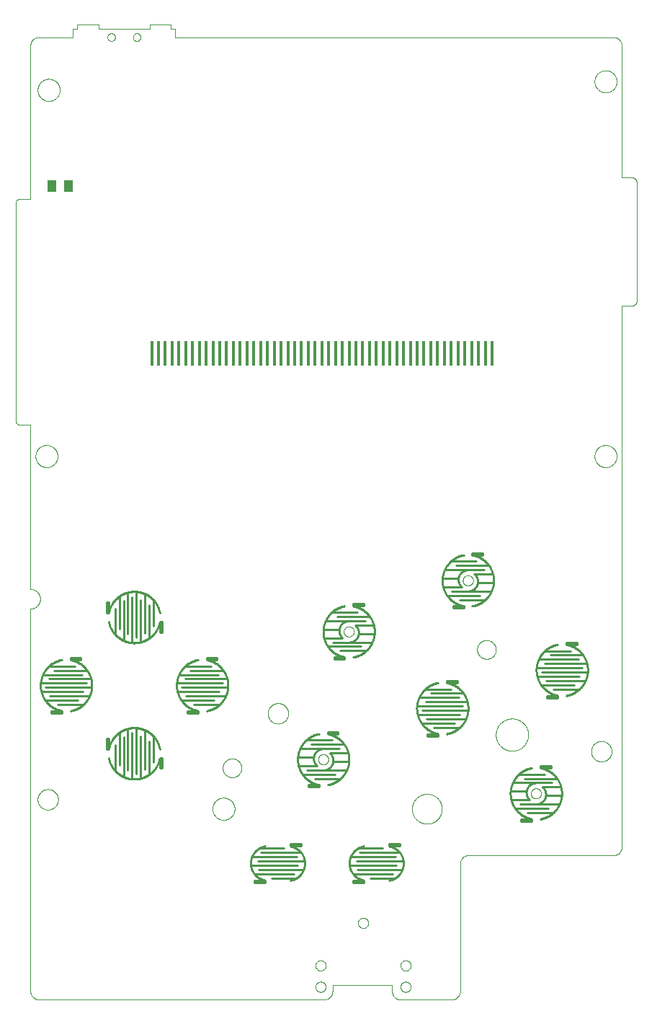
<source format=gtp>
G75*
%MOIN*%
%OFA0B0*%
%FSLAX25Y25*%
%IPPOS*%
%LPD*%
%AMOC8*
5,1,8,0,0,1.08239X$1,22.5*
%
%ADD10C,0.00000*%
%ADD11C,0.00039*%
%ADD12C,0.01000*%
%ADD13R,0.04331X0.05512*%
%ADD14R,0.01575X0.11811*%
D10*
X0029320Y0023079D02*
X0029320Y0199850D01*
X0029453Y0199852D01*
X0029586Y0199858D01*
X0029718Y0199868D01*
X0029851Y0199881D01*
X0029982Y0199899D01*
X0030114Y0199920D01*
X0030244Y0199945D01*
X0030374Y0199974D01*
X0030503Y0200007D01*
X0030630Y0200044D01*
X0030757Y0200084D01*
X0030883Y0200128D01*
X0031007Y0200176D01*
X0031129Y0200227D01*
X0031250Y0200282D01*
X0031370Y0200341D01*
X0031487Y0200402D01*
X0031603Y0200468D01*
X0031717Y0200536D01*
X0031829Y0200608D01*
X0031938Y0200684D01*
X0032046Y0200762D01*
X0032151Y0200844D01*
X0032253Y0200928D01*
X0032353Y0201016D01*
X0032451Y0201106D01*
X0032545Y0201200D01*
X0032637Y0201296D01*
X0032726Y0201395D01*
X0032812Y0201496D01*
X0032895Y0201600D01*
X0032975Y0201706D01*
X0033052Y0201814D01*
X0033126Y0201925D01*
X0033196Y0202038D01*
X0033263Y0202152D01*
X0033327Y0202269D01*
X0033387Y0202388D01*
X0033444Y0202508D01*
X0033497Y0202630D01*
X0033546Y0202753D01*
X0033592Y0202878D01*
X0033635Y0203004D01*
X0033673Y0203131D01*
X0033708Y0203260D01*
X0033739Y0203389D01*
X0033766Y0203519D01*
X0033789Y0203650D01*
X0033809Y0203781D01*
X0033824Y0203914D01*
X0033836Y0204046D01*
X0033844Y0204179D01*
X0033848Y0204312D01*
X0033848Y0204444D01*
X0033844Y0204577D01*
X0033836Y0204710D01*
X0033824Y0204842D01*
X0033809Y0204975D01*
X0033789Y0205106D01*
X0033766Y0205237D01*
X0033739Y0205367D01*
X0033708Y0205496D01*
X0033673Y0205625D01*
X0033635Y0205752D01*
X0033592Y0205878D01*
X0033546Y0206003D01*
X0033497Y0206126D01*
X0033444Y0206248D01*
X0033387Y0206368D01*
X0033327Y0206487D01*
X0033263Y0206604D01*
X0033196Y0206718D01*
X0033126Y0206831D01*
X0033052Y0206942D01*
X0032975Y0207050D01*
X0032895Y0207156D01*
X0032812Y0207260D01*
X0032726Y0207361D01*
X0032637Y0207460D01*
X0032545Y0207556D01*
X0032451Y0207650D01*
X0032353Y0207740D01*
X0032253Y0207828D01*
X0032151Y0207912D01*
X0032046Y0207994D01*
X0031938Y0208072D01*
X0031829Y0208148D01*
X0031717Y0208220D01*
X0031603Y0208288D01*
X0031487Y0208354D01*
X0031370Y0208415D01*
X0031250Y0208474D01*
X0031129Y0208529D01*
X0031007Y0208580D01*
X0030883Y0208628D01*
X0030757Y0208672D01*
X0030630Y0208712D01*
X0030503Y0208749D01*
X0030374Y0208782D01*
X0030244Y0208811D01*
X0030114Y0208836D01*
X0029982Y0208857D01*
X0029851Y0208875D01*
X0029718Y0208888D01*
X0029586Y0208898D01*
X0029453Y0208904D01*
X0029320Y0208906D01*
X0029320Y0284890D01*
X0024399Y0284890D01*
X0024399Y0284889D02*
X0024313Y0284891D01*
X0024227Y0284896D01*
X0024142Y0284906D01*
X0024057Y0284919D01*
X0023973Y0284936D01*
X0023889Y0284956D01*
X0023807Y0284980D01*
X0023726Y0285008D01*
X0023645Y0285039D01*
X0023567Y0285073D01*
X0023490Y0285111D01*
X0023414Y0285153D01*
X0023341Y0285197D01*
X0023270Y0285245D01*
X0023200Y0285296D01*
X0023133Y0285350D01*
X0023069Y0285406D01*
X0023007Y0285466D01*
X0022947Y0285528D01*
X0022891Y0285592D01*
X0022837Y0285659D01*
X0022786Y0285729D01*
X0022738Y0285800D01*
X0022694Y0285874D01*
X0022652Y0285949D01*
X0022614Y0286026D01*
X0022580Y0286104D01*
X0022549Y0286185D01*
X0022521Y0286266D01*
X0022497Y0286348D01*
X0022477Y0286432D01*
X0022460Y0286516D01*
X0022447Y0286601D01*
X0022437Y0286686D01*
X0022432Y0286772D01*
X0022430Y0286858D01*
X0022430Y0387252D01*
X0022432Y0387338D01*
X0022437Y0387424D01*
X0022447Y0387509D01*
X0022460Y0387594D01*
X0022477Y0387678D01*
X0022497Y0387762D01*
X0022521Y0387844D01*
X0022549Y0387925D01*
X0022580Y0388006D01*
X0022614Y0388084D01*
X0022652Y0388161D01*
X0022694Y0388237D01*
X0022738Y0388310D01*
X0022786Y0388381D01*
X0022837Y0388451D01*
X0022891Y0388518D01*
X0022947Y0388582D01*
X0023007Y0388644D01*
X0023069Y0388704D01*
X0023133Y0388760D01*
X0023200Y0388814D01*
X0023270Y0388865D01*
X0023341Y0388913D01*
X0023415Y0388957D01*
X0023490Y0388999D01*
X0023567Y0389037D01*
X0023645Y0389071D01*
X0023726Y0389102D01*
X0023807Y0389130D01*
X0023889Y0389154D01*
X0023973Y0389174D01*
X0024057Y0389191D01*
X0024142Y0389204D01*
X0024227Y0389214D01*
X0024313Y0389219D01*
X0024399Y0389221D01*
X0024399Y0389220D02*
X0029320Y0389220D01*
X0029320Y0460087D01*
X0029322Y0460211D01*
X0029328Y0460334D01*
X0029337Y0460458D01*
X0029351Y0460580D01*
X0029368Y0460703D01*
X0029390Y0460825D01*
X0029415Y0460946D01*
X0029444Y0461066D01*
X0029476Y0461185D01*
X0029513Y0461304D01*
X0029553Y0461421D01*
X0029596Y0461536D01*
X0029644Y0461651D01*
X0029695Y0461763D01*
X0029749Y0461874D01*
X0029807Y0461984D01*
X0029868Y0462091D01*
X0029933Y0462197D01*
X0030001Y0462300D01*
X0030072Y0462401D01*
X0030146Y0462500D01*
X0030223Y0462597D01*
X0030304Y0462691D01*
X0030387Y0462782D01*
X0030473Y0462871D01*
X0030562Y0462957D01*
X0030653Y0463040D01*
X0030747Y0463121D01*
X0030844Y0463198D01*
X0030943Y0463272D01*
X0031044Y0463343D01*
X0031147Y0463411D01*
X0031253Y0463476D01*
X0031360Y0463537D01*
X0031470Y0463595D01*
X0031581Y0463649D01*
X0031693Y0463700D01*
X0031808Y0463748D01*
X0031923Y0463791D01*
X0032040Y0463831D01*
X0032159Y0463868D01*
X0032278Y0463900D01*
X0032398Y0463929D01*
X0032519Y0463954D01*
X0032641Y0463976D01*
X0032764Y0463993D01*
X0032886Y0464007D01*
X0033010Y0464016D01*
X0033133Y0464022D01*
X0033257Y0464024D01*
X0049005Y0464024D01*
X0049005Y0467961D01*
X0050974Y0467961D01*
X0050974Y0469929D01*
X0060816Y0469929D01*
X0060816Y0467961D01*
X0084438Y0467961D01*
X0084438Y0469929D01*
X0094281Y0469929D01*
X0094281Y0467961D01*
X0096249Y0467961D01*
X0096249Y0464024D01*
X0299005Y0464024D01*
X0299129Y0464022D01*
X0299252Y0464016D01*
X0299376Y0464007D01*
X0299498Y0463993D01*
X0299621Y0463976D01*
X0299743Y0463954D01*
X0299864Y0463929D01*
X0299984Y0463900D01*
X0300103Y0463868D01*
X0300222Y0463831D01*
X0300339Y0463791D01*
X0300454Y0463748D01*
X0300569Y0463700D01*
X0300681Y0463649D01*
X0300792Y0463595D01*
X0300902Y0463537D01*
X0301009Y0463476D01*
X0301115Y0463411D01*
X0301218Y0463343D01*
X0301319Y0463272D01*
X0301418Y0463198D01*
X0301515Y0463121D01*
X0301609Y0463040D01*
X0301700Y0462957D01*
X0301789Y0462871D01*
X0301875Y0462782D01*
X0301958Y0462691D01*
X0302039Y0462597D01*
X0302116Y0462500D01*
X0302190Y0462401D01*
X0302261Y0462300D01*
X0302329Y0462197D01*
X0302394Y0462091D01*
X0302455Y0461984D01*
X0302513Y0461874D01*
X0302567Y0461763D01*
X0302618Y0461651D01*
X0302666Y0461536D01*
X0302709Y0461421D01*
X0302749Y0461304D01*
X0302786Y0461185D01*
X0302818Y0461066D01*
X0302847Y0460946D01*
X0302872Y0460825D01*
X0302894Y0460703D01*
X0302911Y0460580D01*
X0302925Y0460458D01*
X0302934Y0460334D01*
X0302940Y0460211D01*
X0302942Y0460087D01*
X0302942Y0399063D01*
X0307864Y0399063D01*
X0307950Y0399061D01*
X0308036Y0399056D01*
X0308121Y0399046D01*
X0308206Y0399033D01*
X0308290Y0399016D01*
X0308374Y0398996D01*
X0308456Y0398972D01*
X0308537Y0398944D01*
X0308618Y0398913D01*
X0308696Y0398879D01*
X0308773Y0398841D01*
X0308849Y0398799D01*
X0308922Y0398755D01*
X0308993Y0398707D01*
X0309063Y0398656D01*
X0309130Y0398602D01*
X0309194Y0398546D01*
X0309256Y0398486D01*
X0309316Y0398424D01*
X0309372Y0398360D01*
X0309426Y0398293D01*
X0309477Y0398223D01*
X0309525Y0398152D01*
X0309569Y0398079D01*
X0309611Y0398003D01*
X0309649Y0397926D01*
X0309683Y0397848D01*
X0309714Y0397767D01*
X0309742Y0397686D01*
X0309766Y0397604D01*
X0309786Y0397520D01*
X0309803Y0397436D01*
X0309816Y0397351D01*
X0309826Y0397266D01*
X0309831Y0397180D01*
X0309833Y0397094D01*
X0309832Y0397094D02*
X0309832Y0341976D01*
X0309833Y0341976D02*
X0309831Y0341890D01*
X0309826Y0341804D01*
X0309816Y0341719D01*
X0309803Y0341634D01*
X0309786Y0341550D01*
X0309766Y0341466D01*
X0309742Y0341384D01*
X0309714Y0341303D01*
X0309683Y0341222D01*
X0309649Y0341144D01*
X0309611Y0341067D01*
X0309569Y0340992D01*
X0309525Y0340918D01*
X0309477Y0340847D01*
X0309426Y0340777D01*
X0309372Y0340710D01*
X0309316Y0340646D01*
X0309256Y0340584D01*
X0309194Y0340524D01*
X0309130Y0340468D01*
X0309063Y0340414D01*
X0308993Y0340363D01*
X0308922Y0340315D01*
X0308849Y0340271D01*
X0308773Y0340229D01*
X0308696Y0340191D01*
X0308618Y0340157D01*
X0308537Y0340126D01*
X0308456Y0340098D01*
X0308374Y0340074D01*
X0308290Y0340054D01*
X0308206Y0340037D01*
X0308121Y0340024D01*
X0308036Y0340014D01*
X0307950Y0340009D01*
X0307864Y0340007D01*
X0307864Y0340008D02*
X0302942Y0340008D01*
X0302942Y0089811D01*
X0302940Y0089687D01*
X0302934Y0089564D01*
X0302925Y0089440D01*
X0302911Y0089318D01*
X0302894Y0089195D01*
X0302872Y0089073D01*
X0302847Y0088952D01*
X0302818Y0088832D01*
X0302786Y0088713D01*
X0302749Y0088594D01*
X0302709Y0088477D01*
X0302666Y0088362D01*
X0302618Y0088247D01*
X0302567Y0088135D01*
X0302513Y0088024D01*
X0302455Y0087914D01*
X0302394Y0087807D01*
X0302329Y0087701D01*
X0302261Y0087598D01*
X0302190Y0087497D01*
X0302116Y0087398D01*
X0302039Y0087301D01*
X0301958Y0087207D01*
X0301875Y0087116D01*
X0301789Y0087027D01*
X0301700Y0086941D01*
X0301609Y0086858D01*
X0301515Y0086777D01*
X0301418Y0086700D01*
X0301319Y0086626D01*
X0301218Y0086555D01*
X0301115Y0086487D01*
X0301009Y0086422D01*
X0300902Y0086361D01*
X0300792Y0086303D01*
X0300681Y0086249D01*
X0300569Y0086198D01*
X0300454Y0086150D01*
X0300339Y0086107D01*
X0300222Y0086067D01*
X0300103Y0086030D01*
X0299984Y0085998D01*
X0299864Y0085969D01*
X0299743Y0085944D01*
X0299621Y0085922D01*
X0299498Y0085905D01*
X0299376Y0085891D01*
X0299252Y0085882D01*
X0299129Y0085876D01*
X0299005Y0085874D01*
X0232076Y0085874D01*
X0231952Y0085872D01*
X0231829Y0085866D01*
X0231705Y0085857D01*
X0231583Y0085843D01*
X0231460Y0085826D01*
X0231338Y0085804D01*
X0231217Y0085779D01*
X0231097Y0085750D01*
X0230978Y0085718D01*
X0230859Y0085681D01*
X0230742Y0085641D01*
X0230627Y0085598D01*
X0230512Y0085550D01*
X0230400Y0085499D01*
X0230289Y0085445D01*
X0230179Y0085387D01*
X0230072Y0085326D01*
X0229966Y0085261D01*
X0229863Y0085193D01*
X0229762Y0085122D01*
X0229663Y0085048D01*
X0229566Y0084971D01*
X0229472Y0084890D01*
X0229381Y0084807D01*
X0229292Y0084721D01*
X0229206Y0084632D01*
X0229123Y0084541D01*
X0229042Y0084447D01*
X0228965Y0084350D01*
X0228891Y0084251D01*
X0228820Y0084150D01*
X0228752Y0084047D01*
X0228687Y0083941D01*
X0228626Y0083834D01*
X0228568Y0083724D01*
X0228514Y0083613D01*
X0228463Y0083501D01*
X0228415Y0083386D01*
X0228372Y0083271D01*
X0228332Y0083154D01*
X0228295Y0083035D01*
X0228263Y0082916D01*
X0228234Y0082796D01*
X0228209Y0082675D01*
X0228187Y0082553D01*
X0228170Y0082430D01*
X0228156Y0082308D01*
X0228147Y0082184D01*
X0228141Y0082061D01*
X0228139Y0081937D01*
X0228139Y0023079D01*
X0228137Y0022955D01*
X0228131Y0022832D01*
X0228122Y0022708D01*
X0228108Y0022586D01*
X0228091Y0022463D01*
X0228069Y0022341D01*
X0228044Y0022220D01*
X0228015Y0022100D01*
X0227983Y0021981D01*
X0227946Y0021862D01*
X0227906Y0021745D01*
X0227863Y0021630D01*
X0227815Y0021515D01*
X0227764Y0021403D01*
X0227710Y0021292D01*
X0227652Y0021182D01*
X0227591Y0021075D01*
X0227526Y0020969D01*
X0227458Y0020866D01*
X0227387Y0020765D01*
X0227313Y0020666D01*
X0227236Y0020569D01*
X0227155Y0020475D01*
X0227072Y0020384D01*
X0226986Y0020295D01*
X0226897Y0020209D01*
X0226806Y0020126D01*
X0226712Y0020045D01*
X0226615Y0019968D01*
X0226516Y0019894D01*
X0226415Y0019823D01*
X0226312Y0019755D01*
X0226206Y0019690D01*
X0226099Y0019629D01*
X0225989Y0019571D01*
X0225878Y0019517D01*
X0225766Y0019466D01*
X0225651Y0019418D01*
X0225536Y0019375D01*
X0225419Y0019335D01*
X0225300Y0019298D01*
X0225181Y0019266D01*
X0225061Y0019237D01*
X0224940Y0019212D01*
X0224818Y0019190D01*
X0224695Y0019173D01*
X0224573Y0019159D01*
X0224449Y0019150D01*
X0224326Y0019144D01*
X0224202Y0019142D01*
X0200580Y0019142D01*
X0200456Y0019144D01*
X0200333Y0019150D01*
X0200209Y0019159D01*
X0200087Y0019173D01*
X0199964Y0019190D01*
X0199842Y0019212D01*
X0199721Y0019237D01*
X0199601Y0019266D01*
X0199482Y0019298D01*
X0199363Y0019335D01*
X0199246Y0019375D01*
X0199131Y0019418D01*
X0199016Y0019466D01*
X0198904Y0019517D01*
X0198793Y0019571D01*
X0198683Y0019629D01*
X0198576Y0019690D01*
X0198470Y0019755D01*
X0198367Y0019823D01*
X0198266Y0019894D01*
X0198167Y0019968D01*
X0198070Y0020045D01*
X0197976Y0020126D01*
X0197885Y0020209D01*
X0197796Y0020295D01*
X0197710Y0020384D01*
X0197627Y0020475D01*
X0197546Y0020569D01*
X0197469Y0020666D01*
X0197395Y0020765D01*
X0197324Y0020866D01*
X0197256Y0020969D01*
X0197191Y0021075D01*
X0197130Y0021182D01*
X0197072Y0021292D01*
X0197018Y0021403D01*
X0196967Y0021515D01*
X0196919Y0021630D01*
X0196876Y0021745D01*
X0196836Y0021862D01*
X0196799Y0021981D01*
X0196767Y0022100D01*
X0196738Y0022220D01*
X0196713Y0022341D01*
X0196691Y0022463D01*
X0196674Y0022586D01*
X0196660Y0022708D01*
X0196651Y0022832D01*
X0196645Y0022955D01*
X0196643Y0023079D01*
X0196643Y0026031D01*
X0169084Y0026031D01*
X0169084Y0023079D01*
X0169082Y0022955D01*
X0169076Y0022832D01*
X0169067Y0022708D01*
X0169053Y0022586D01*
X0169036Y0022463D01*
X0169014Y0022341D01*
X0168989Y0022220D01*
X0168960Y0022100D01*
X0168928Y0021981D01*
X0168891Y0021862D01*
X0168851Y0021745D01*
X0168808Y0021630D01*
X0168760Y0021515D01*
X0168709Y0021403D01*
X0168655Y0021292D01*
X0168597Y0021182D01*
X0168536Y0021075D01*
X0168471Y0020969D01*
X0168403Y0020866D01*
X0168332Y0020765D01*
X0168258Y0020666D01*
X0168181Y0020569D01*
X0168100Y0020475D01*
X0168017Y0020384D01*
X0167931Y0020295D01*
X0167842Y0020209D01*
X0167751Y0020126D01*
X0167657Y0020045D01*
X0167560Y0019968D01*
X0167461Y0019894D01*
X0167360Y0019823D01*
X0167257Y0019755D01*
X0167151Y0019690D01*
X0167044Y0019629D01*
X0166934Y0019571D01*
X0166823Y0019517D01*
X0166711Y0019466D01*
X0166596Y0019418D01*
X0166481Y0019375D01*
X0166364Y0019335D01*
X0166245Y0019298D01*
X0166126Y0019266D01*
X0166006Y0019237D01*
X0165885Y0019212D01*
X0165763Y0019190D01*
X0165640Y0019173D01*
X0165518Y0019159D01*
X0165394Y0019150D01*
X0165271Y0019144D01*
X0165147Y0019142D01*
X0033257Y0019142D01*
X0033133Y0019144D01*
X0033010Y0019150D01*
X0032886Y0019159D01*
X0032764Y0019173D01*
X0032641Y0019190D01*
X0032519Y0019212D01*
X0032398Y0019237D01*
X0032278Y0019266D01*
X0032159Y0019298D01*
X0032040Y0019335D01*
X0031923Y0019375D01*
X0031808Y0019418D01*
X0031693Y0019466D01*
X0031581Y0019517D01*
X0031470Y0019571D01*
X0031360Y0019629D01*
X0031253Y0019690D01*
X0031147Y0019755D01*
X0031044Y0019823D01*
X0030943Y0019894D01*
X0030844Y0019968D01*
X0030747Y0020045D01*
X0030653Y0020126D01*
X0030562Y0020209D01*
X0030473Y0020295D01*
X0030387Y0020384D01*
X0030304Y0020475D01*
X0030223Y0020569D01*
X0030146Y0020666D01*
X0030072Y0020765D01*
X0030001Y0020866D01*
X0029933Y0020969D01*
X0029868Y0021075D01*
X0029807Y0021182D01*
X0029749Y0021292D01*
X0029695Y0021403D01*
X0029644Y0021515D01*
X0029596Y0021630D01*
X0029553Y0021745D01*
X0029513Y0021862D01*
X0029476Y0021981D01*
X0029444Y0022100D01*
X0029415Y0022220D01*
X0029390Y0022341D01*
X0029368Y0022463D01*
X0029351Y0022586D01*
X0029337Y0022708D01*
X0029328Y0022832D01*
X0029322Y0022955D01*
X0029320Y0023079D01*
X0161210Y0025047D02*
X0161212Y0025144D01*
X0161218Y0025241D01*
X0161228Y0025337D01*
X0161242Y0025433D01*
X0161260Y0025529D01*
X0161281Y0025623D01*
X0161307Y0025717D01*
X0161336Y0025809D01*
X0161370Y0025900D01*
X0161406Y0025990D01*
X0161447Y0026078D01*
X0161491Y0026164D01*
X0161539Y0026249D01*
X0161590Y0026331D01*
X0161644Y0026412D01*
X0161702Y0026490D01*
X0161763Y0026565D01*
X0161826Y0026638D01*
X0161893Y0026709D01*
X0161963Y0026776D01*
X0162035Y0026841D01*
X0162110Y0026902D01*
X0162188Y0026961D01*
X0162267Y0027016D01*
X0162349Y0027068D01*
X0162433Y0027116D01*
X0162519Y0027161D01*
X0162607Y0027203D01*
X0162696Y0027241D01*
X0162787Y0027275D01*
X0162879Y0027305D01*
X0162972Y0027332D01*
X0163067Y0027354D01*
X0163162Y0027373D01*
X0163258Y0027388D01*
X0163354Y0027399D01*
X0163451Y0027406D01*
X0163548Y0027409D01*
X0163645Y0027408D01*
X0163742Y0027403D01*
X0163838Y0027394D01*
X0163934Y0027381D01*
X0164030Y0027364D01*
X0164125Y0027343D01*
X0164218Y0027319D01*
X0164311Y0027290D01*
X0164403Y0027258D01*
X0164493Y0027222D01*
X0164581Y0027183D01*
X0164668Y0027139D01*
X0164753Y0027093D01*
X0164836Y0027042D01*
X0164917Y0026989D01*
X0164995Y0026932D01*
X0165072Y0026872D01*
X0165145Y0026809D01*
X0165216Y0026743D01*
X0165284Y0026674D01*
X0165350Y0026602D01*
X0165412Y0026528D01*
X0165471Y0026451D01*
X0165527Y0026372D01*
X0165580Y0026290D01*
X0165630Y0026207D01*
X0165675Y0026121D01*
X0165718Y0026034D01*
X0165757Y0025945D01*
X0165792Y0025855D01*
X0165823Y0025763D01*
X0165850Y0025670D01*
X0165874Y0025576D01*
X0165894Y0025481D01*
X0165910Y0025385D01*
X0165922Y0025289D01*
X0165930Y0025192D01*
X0165934Y0025095D01*
X0165934Y0024999D01*
X0165930Y0024902D01*
X0165922Y0024805D01*
X0165910Y0024709D01*
X0165894Y0024613D01*
X0165874Y0024518D01*
X0165850Y0024424D01*
X0165823Y0024331D01*
X0165792Y0024239D01*
X0165757Y0024149D01*
X0165718Y0024060D01*
X0165675Y0023973D01*
X0165630Y0023887D01*
X0165580Y0023804D01*
X0165527Y0023722D01*
X0165471Y0023643D01*
X0165412Y0023566D01*
X0165350Y0023492D01*
X0165284Y0023420D01*
X0165216Y0023351D01*
X0165145Y0023285D01*
X0165072Y0023222D01*
X0164995Y0023162D01*
X0164917Y0023105D01*
X0164836Y0023052D01*
X0164753Y0023001D01*
X0164668Y0022955D01*
X0164581Y0022911D01*
X0164493Y0022872D01*
X0164403Y0022836D01*
X0164311Y0022804D01*
X0164218Y0022775D01*
X0164125Y0022751D01*
X0164030Y0022730D01*
X0163934Y0022713D01*
X0163838Y0022700D01*
X0163742Y0022691D01*
X0163645Y0022686D01*
X0163548Y0022685D01*
X0163451Y0022688D01*
X0163354Y0022695D01*
X0163258Y0022706D01*
X0163162Y0022721D01*
X0163067Y0022740D01*
X0162972Y0022762D01*
X0162879Y0022789D01*
X0162787Y0022819D01*
X0162696Y0022853D01*
X0162607Y0022891D01*
X0162519Y0022933D01*
X0162433Y0022978D01*
X0162349Y0023026D01*
X0162267Y0023078D01*
X0162188Y0023133D01*
X0162110Y0023192D01*
X0162035Y0023253D01*
X0161963Y0023318D01*
X0161893Y0023385D01*
X0161826Y0023456D01*
X0161763Y0023529D01*
X0161702Y0023604D01*
X0161644Y0023682D01*
X0161590Y0023763D01*
X0161539Y0023845D01*
X0161491Y0023930D01*
X0161447Y0024016D01*
X0161406Y0024104D01*
X0161370Y0024194D01*
X0161336Y0024285D01*
X0161307Y0024377D01*
X0161281Y0024471D01*
X0161260Y0024565D01*
X0161242Y0024661D01*
X0161228Y0024757D01*
X0161218Y0024853D01*
X0161212Y0024950D01*
X0161210Y0025047D01*
X0161210Y0034890D02*
X0161212Y0034987D01*
X0161218Y0035084D01*
X0161228Y0035180D01*
X0161242Y0035276D01*
X0161260Y0035372D01*
X0161281Y0035466D01*
X0161307Y0035560D01*
X0161336Y0035652D01*
X0161370Y0035743D01*
X0161406Y0035833D01*
X0161447Y0035921D01*
X0161491Y0036007D01*
X0161539Y0036092D01*
X0161590Y0036174D01*
X0161644Y0036255D01*
X0161702Y0036333D01*
X0161763Y0036408D01*
X0161826Y0036481D01*
X0161893Y0036552D01*
X0161963Y0036619D01*
X0162035Y0036684D01*
X0162110Y0036745D01*
X0162188Y0036804D01*
X0162267Y0036859D01*
X0162349Y0036911D01*
X0162433Y0036959D01*
X0162519Y0037004D01*
X0162607Y0037046D01*
X0162696Y0037084D01*
X0162787Y0037118D01*
X0162879Y0037148D01*
X0162972Y0037175D01*
X0163067Y0037197D01*
X0163162Y0037216D01*
X0163258Y0037231D01*
X0163354Y0037242D01*
X0163451Y0037249D01*
X0163548Y0037252D01*
X0163645Y0037251D01*
X0163742Y0037246D01*
X0163838Y0037237D01*
X0163934Y0037224D01*
X0164030Y0037207D01*
X0164125Y0037186D01*
X0164218Y0037162D01*
X0164311Y0037133D01*
X0164403Y0037101D01*
X0164493Y0037065D01*
X0164581Y0037026D01*
X0164668Y0036982D01*
X0164753Y0036936D01*
X0164836Y0036885D01*
X0164917Y0036832D01*
X0164995Y0036775D01*
X0165072Y0036715D01*
X0165145Y0036652D01*
X0165216Y0036586D01*
X0165284Y0036517D01*
X0165350Y0036445D01*
X0165412Y0036371D01*
X0165471Y0036294D01*
X0165527Y0036215D01*
X0165580Y0036133D01*
X0165630Y0036050D01*
X0165675Y0035964D01*
X0165718Y0035877D01*
X0165757Y0035788D01*
X0165792Y0035698D01*
X0165823Y0035606D01*
X0165850Y0035513D01*
X0165874Y0035419D01*
X0165894Y0035324D01*
X0165910Y0035228D01*
X0165922Y0035132D01*
X0165930Y0035035D01*
X0165934Y0034938D01*
X0165934Y0034842D01*
X0165930Y0034745D01*
X0165922Y0034648D01*
X0165910Y0034552D01*
X0165894Y0034456D01*
X0165874Y0034361D01*
X0165850Y0034267D01*
X0165823Y0034174D01*
X0165792Y0034082D01*
X0165757Y0033992D01*
X0165718Y0033903D01*
X0165675Y0033816D01*
X0165630Y0033730D01*
X0165580Y0033647D01*
X0165527Y0033565D01*
X0165471Y0033486D01*
X0165412Y0033409D01*
X0165350Y0033335D01*
X0165284Y0033263D01*
X0165216Y0033194D01*
X0165145Y0033128D01*
X0165072Y0033065D01*
X0164995Y0033005D01*
X0164917Y0032948D01*
X0164836Y0032895D01*
X0164753Y0032844D01*
X0164668Y0032798D01*
X0164581Y0032754D01*
X0164493Y0032715D01*
X0164403Y0032679D01*
X0164311Y0032647D01*
X0164218Y0032618D01*
X0164125Y0032594D01*
X0164030Y0032573D01*
X0163934Y0032556D01*
X0163838Y0032543D01*
X0163742Y0032534D01*
X0163645Y0032529D01*
X0163548Y0032528D01*
X0163451Y0032531D01*
X0163354Y0032538D01*
X0163258Y0032549D01*
X0163162Y0032564D01*
X0163067Y0032583D01*
X0162972Y0032605D01*
X0162879Y0032632D01*
X0162787Y0032662D01*
X0162696Y0032696D01*
X0162607Y0032734D01*
X0162519Y0032776D01*
X0162433Y0032821D01*
X0162349Y0032869D01*
X0162267Y0032921D01*
X0162188Y0032976D01*
X0162110Y0033035D01*
X0162035Y0033096D01*
X0161963Y0033161D01*
X0161893Y0033228D01*
X0161826Y0033299D01*
X0161763Y0033372D01*
X0161702Y0033447D01*
X0161644Y0033525D01*
X0161590Y0033606D01*
X0161539Y0033688D01*
X0161491Y0033773D01*
X0161447Y0033859D01*
X0161406Y0033947D01*
X0161370Y0034037D01*
X0161336Y0034128D01*
X0161307Y0034220D01*
X0161281Y0034314D01*
X0161260Y0034408D01*
X0161242Y0034504D01*
X0161228Y0034600D01*
X0161218Y0034696D01*
X0161212Y0034793D01*
X0161210Y0034890D01*
X0180895Y0054575D02*
X0180897Y0054672D01*
X0180903Y0054769D01*
X0180913Y0054865D01*
X0180927Y0054961D01*
X0180945Y0055057D01*
X0180966Y0055151D01*
X0180992Y0055245D01*
X0181021Y0055337D01*
X0181055Y0055428D01*
X0181091Y0055518D01*
X0181132Y0055606D01*
X0181176Y0055692D01*
X0181224Y0055777D01*
X0181275Y0055859D01*
X0181329Y0055940D01*
X0181387Y0056018D01*
X0181448Y0056093D01*
X0181511Y0056166D01*
X0181578Y0056237D01*
X0181648Y0056304D01*
X0181720Y0056369D01*
X0181795Y0056430D01*
X0181873Y0056489D01*
X0181952Y0056544D01*
X0182034Y0056596D01*
X0182118Y0056644D01*
X0182204Y0056689D01*
X0182292Y0056731D01*
X0182381Y0056769D01*
X0182472Y0056803D01*
X0182564Y0056833D01*
X0182657Y0056860D01*
X0182752Y0056882D01*
X0182847Y0056901D01*
X0182943Y0056916D01*
X0183039Y0056927D01*
X0183136Y0056934D01*
X0183233Y0056937D01*
X0183330Y0056936D01*
X0183427Y0056931D01*
X0183523Y0056922D01*
X0183619Y0056909D01*
X0183715Y0056892D01*
X0183810Y0056871D01*
X0183903Y0056847D01*
X0183996Y0056818D01*
X0184088Y0056786D01*
X0184178Y0056750D01*
X0184266Y0056711D01*
X0184353Y0056667D01*
X0184438Y0056621D01*
X0184521Y0056570D01*
X0184602Y0056517D01*
X0184680Y0056460D01*
X0184757Y0056400D01*
X0184830Y0056337D01*
X0184901Y0056271D01*
X0184969Y0056202D01*
X0185035Y0056130D01*
X0185097Y0056056D01*
X0185156Y0055979D01*
X0185212Y0055900D01*
X0185265Y0055818D01*
X0185315Y0055735D01*
X0185360Y0055649D01*
X0185403Y0055562D01*
X0185442Y0055473D01*
X0185477Y0055383D01*
X0185508Y0055291D01*
X0185535Y0055198D01*
X0185559Y0055104D01*
X0185579Y0055009D01*
X0185595Y0054913D01*
X0185607Y0054817D01*
X0185615Y0054720D01*
X0185619Y0054623D01*
X0185619Y0054527D01*
X0185615Y0054430D01*
X0185607Y0054333D01*
X0185595Y0054237D01*
X0185579Y0054141D01*
X0185559Y0054046D01*
X0185535Y0053952D01*
X0185508Y0053859D01*
X0185477Y0053767D01*
X0185442Y0053677D01*
X0185403Y0053588D01*
X0185360Y0053501D01*
X0185315Y0053415D01*
X0185265Y0053332D01*
X0185212Y0053250D01*
X0185156Y0053171D01*
X0185097Y0053094D01*
X0185035Y0053020D01*
X0184969Y0052948D01*
X0184901Y0052879D01*
X0184830Y0052813D01*
X0184757Y0052750D01*
X0184680Y0052690D01*
X0184602Y0052633D01*
X0184521Y0052580D01*
X0184438Y0052529D01*
X0184353Y0052483D01*
X0184266Y0052439D01*
X0184178Y0052400D01*
X0184088Y0052364D01*
X0183996Y0052332D01*
X0183903Y0052303D01*
X0183810Y0052279D01*
X0183715Y0052258D01*
X0183619Y0052241D01*
X0183523Y0052228D01*
X0183427Y0052219D01*
X0183330Y0052214D01*
X0183233Y0052213D01*
X0183136Y0052216D01*
X0183039Y0052223D01*
X0182943Y0052234D01*
X0182847Y0052249D01*
X0182752Y0052268D01*
X0182657Y0052290D01*
X0182564Y0052317D01*
X0182472Y0052347D01*
X0182381Y0052381D01*
X0182292Y0052419D01*
X0182204Y0052461D01*
X0182118Y0052506D01*
X0182034Y0052554D01*
X0181952Y0052606D01*
X0181873Y0052661D01*
X0181795Y0052720D01*
X0181720Y0052781D01*
X0181648Y0052846D01*
X0181578Y0052913D01*
X0181511Y0052984D01*
X0181448Y0053057D01*
X0181387Y0053132D01*
X0181329Y0053210D01*
X0181275Y0053291D01*
X0181224Y0053373D01*
X0181176Y0053458D01*
X0181132Y0053544D01*
X0181091Y0053632D01*
X0181055Y0053722D01*
X0181021Y0053813D01*
X0180992Y0053905D01*
X0180966Y0053999D01*
X0180945Y0054093D01*
X0180927Y0054189D01*
X0180913Y0054285D01*
X0180903Y0054381D01*
X0180897Y0054478D01*
X0180895Y0054575D01*
X0200580Y0034890D02*
X0200582Y0034987D01*
X0200588Y0035084D01*
X0200598Y0035180D01*
X0200612Y0035276D01*
X0200630Y0035372D01*
X0200651Y0035466D01*
X0200677Y0035560D01*
X0200706Y0035652D01*
X0200740Y0035743D01*
X0200776Y0035833D01*
X0200817Y0035921D01*
X0200861Y0036007D01*
X0200909Y0036092D01*
X0200960Y0036174D01*
X0201014Y0036255D01*
X0201072Y0036333D01*
X0201133Y0036408D01*
X0201196Y0036481D01*
X0201263Y0036552D01*
X0201333Y0036619D01*
X0201405Y0036684D01*
X0201480Y0036745D01*
X0201558Y0036804D01*
X0201637Y0036859D01*
X0201719Y0036911D01*
X0201803Y0036959D01*
X0201889Y0037004D01*
X0201977Y0037046D01*
X0202066Y0037084D01*
X0202157Y0037118D01*
X0202249Y0037148D01*
X0202342Y0037175D01*
X0202437Y0037197D01*
X0202532Y0037216D01*
X0202628Y0037231D01*
X0202724Y0037242D01*
X0202821Y0037249D01*
X0202918Y0037252D01*
X0203015Y0037251D01*
X0203112Y0037246D01*
X0203208Y0037237D01*
X0203304Y0037224D01*
X0203400Y0037207D01*
X0203495Y0037186D01*
X0203588Y0037162D01*
X0203681Y0037133D01*
X0203773Y0037101D01*
X0203863Y0037065D01*
X0203951Y0037026D01*
X0204038Y0036982D01*
X0204123Y0036936D01*
X0204206Y0036885D01*
X0204287Y0036832D01*
X0204365Y0036775D01*
X0204442Y0036715D01*
X0204515Y0036652D01*
X0204586Y0036586D01*
X0204654Y0036517D01*
X0204720Y0036445D01*
X0204782Y0036371D01*
X0204841Y0036294D01*
X0204897Y0036215D01*
X0204950Y0036133D01*
X0205000Y0036050D01*
X0205045Y0035964D01*
X0205088Y0035877D01*
X0205127Y0035788D01*
X0205162Y0035698D01*
X0205193Y0035606D01*
X0205220Y0035513D01*
X0205244Y0035419D01*
X0205264Y0035324D01*
X0205280Y0035228D01*
X0205292Y0035132D01*
X0205300Y0035035D01*
X0205304Y0034938D01*
X0205304Y0034842D01*
X0205300Y0034745D01*
X0205292Y0034648D01*
X0205280Y0034552D01*
X0205264Y0034456D01*
X0205244Y0034361D01*
X0205220Y0034267D01*
X0205193Y0034174D01*
X0205162Y0034082D01*
X0205127Y0033992D01*
X0205088Y0033903D01*
X0205045Y0033816D01*
X0205000Y0033730D01*
X0204950Y0033647D01*
X0204897Y0033565D01*
X0204841Y0033486D01*
X0204782Y0033409D01*
X0204720Y0033335D01*
X0204654Y0033263D01*
X0204586Y0033194D01*
X0204515Y0033128D01*
X0204442Y0033065D01*
X0204365Y0033005D01*
X0204287Y0032948D01*
X0204206Y0032895D01*
X0204123Y0032844D01*
X0204038Y0032798D01*
X0203951Y0032754D01*
X0203863Y0032715D01*
X0203773Y0032679D01*
X0203681Y0032647D01*
X0203588Y0032618D01*
X0203495Y0032594D01*
X0203400Y0032573D01*
X0203304Y0032556D01*
X0203208Y0032543D01*
X0203112Y0032534D01*
X0203015Y0032529D01*
X0202918Y0032528D01*
X0202821Y0032531D01*
X0202724Y0032538D01*
X0202628Y0032549D01*
X0202532Y0032564D01*
X0202437Y0032583D01*
X0202342Y0032605D01*
X0202249Y0032632D01*
X0202157Y0032662D01*
X0202066Y0032696D01*
X0201977Y0032734D01*
X0201889Y0032776D01*
X0201803Y0032821D01*
X0201719Y0032869D01*
X0201637Y0032921D01*
X0201558Y0032976D01*
X0201480Y0033035D01*
X0201405Y0033096D01*
X0201333Y0033161D01*
X0201263Y0033228D01*
X0201196Y0033299D01*
X0201133Y0033372D01*
X0201072Y0033447D01*
X0201014Y0033525D01*
X0200960Y0033606D01*
X0200909Y0033688D01*
X0200861Y0033773D01*
X0200817Y0033859D01*
X0200776Y0033947D01*
X0200740Y0034037D01*
X0200706Y0034128D01*
X0200677Y0034220D01*
X0200651Y0034314D01*
X0200630Y0034408D01*
X0200612Y0034504D01*
X0200598Y0034600D01*
X0200588Y0034696D01*
X0200582Y0034793D01*
X0200580Y0034890D01*
X0200580Y0025047D02*
X0200582Y0025144D01*
X0200588Y0025241D01*
X0200598Y0025337D01*
X0200612Y0025433D01*
X0200630Y0025529D01*
X0200651Y0025623D01*
X0200677Y0025717D01*
X0200706Y0025809D01*
X0200740Y0025900D01*
X0200776Y0025990D01*
X0200817Y0026078D01*
X0200861Y0026164D01*
X0200909Y0026249D01*
X0200960Y0026331D01*
X0201014Y0026412D01*
X0201072Y0026490D01*
X0201133Y0026565D01*
X0201196Y0026638D01*
X0201263Y0026709D01*
X0201333Y0026776D01*
X0201405Y0026841D01*
X0201480Y0026902D01*
X0201558Y0026961D01*
X0201637Y0027016D01*
X0201719Y0027068D01*
X0201803Y0027116D01*
X0201889Y0027161D01*
X0201977Y0027203D01*
X0202066Y0027241D01*
X0202157Y0027275D01*
X0202249Y0027305D01*
X0202342Y0027332D01*
X0202437Y0027354D01*
X0202532Y0027373D01*
X0202628Y0027388D01*
X0202724Y0027399D01*
X0202821Y0027406D01*
X0202918Y0027409D01*
X0203015Y0027408D01*
X0203112Y0027403D01*
X0203208Y0027394D01*
X0203304Y0027381D01*
X0203400Y0027364D01*
X0203495Y0027343D01*
X0203588Y0027319D01*
X0203681Y0027290D01*
X0203773Y0027258D01*
X0203863Y0027222D01*
X0203951Y0027183D01*
X0204038Y0027139D01*
X0204123Y0027093D01*
X0204206Y0027042D01*
X0204287Y0026989D01*
X0204365Y0026932D01*
X0204442Y0026872D01*
X0204515Y0026809D01*
X0204586Y0026743D01*
X0204654Y0026674D01*
X0204720Y0026602D01*
X0204782Y0026528D01*
X0204841Y0026451D01*
X0204897Y0026372D01*
X0204950Y0026290D01*
X0205000Y0026207D01*
X0205045Y0026121D01*
X0205088Y0026034D01*
X0205127Y0025945D01*
X0205162Y0025855D01*
X0205193Y0025763D01*
X0205220Y0025670D01*
X0205244Y0025576D01*
X0205264Y0025481D01*
X0205280Y0025385D01*
X0205292Y0025289D01*
X0205300Y0025192D01*
X0205304Y0025095D01*
X0205304Y0024999D01*
X0205300Y0024902D01*
X0205292Y0024805D01*
X0205280Y0024709D01*
X0205264Y0024613D01*
X0205244Y0024518D01*
X0205220Y0024424D01*
X0205193Y0024331D01*
X0205162Y0024239D01*
X0205127Y0024149D01*
X0205088Y0024060D01*
X0205045Y0023973D01*
X0205000Y0023887D01*
X0204950Y0023804D01*
X0204897Y0023722D01*
X0204841Y0023643D01*
X0204782Y0023566D01*
X0204720Y0023492D01*
X0204654Y0023420D01*
X0204586Y0023351D01*
X0204515Y0023285D01*
X0204442Y0023222D01*
X0204365Y0023162D01*
X0204287Y0023105D01*
X0204206Y0023052D01*
X0204123Y0023001D01*
X0204038Y0022955D01*
X0203951Y0022911D01*
X0203863Y0022872D01*
X0203773Y0022836D01*
X0203681Y0022804D01*
X0203588Y0022775D01*
X0203495Y0022751D01*
X0203400Y0022730D01*
X0203304Y0022713D01*
X0203208Y0022700D01*
X0203112Y0022691D01*
X0203015Y0022686D01*
X0202918Y0022685D01*
X0202821Y0022688D01*
X0202724Y0022695D01*
X0202628Y0022706D01*
X0202532Y0022721D01*
X0202437Y0022740D01*
X0202342Y0022762D01*
X0202249Y0022789D01*
X0202157Y0022819D01*
X0202066Y0022853D01*
X0201977Y0022891D01*
X0201889Y0022933D01*
X0201803Y0022978D01*
X0201719Y0023026D01*
X0201637Y0023078D01*
X0201558Y0023133D01*
X0201480Y0023192D01*
X0201405Y0023253D01*
X0201333Y0023318D01*
X0201263Y0023385D01*
X0201196Y0023456D01*
X0201133Y0023529D01*
X0201072Y0023604D01*
X0201014Y0023682D01*
X0200960Y0023763D01*
X0200909Y0023845D01*
X0200861Y0023930D01*
X0200817Y0024016D01*
X0200776Y0024104D01*
X0200740Y0024194D01*
X0200706Y0024285D01*
X0200677Y0024377D01*
X0200651Y0024471D01*
X0200630Y0024565D01*
X0200612Y0024661D01*
X0200598Y0024757D01*
X0200588Y0024853D01*
X0200582Y0024950D01*
X0200580Y0025047D01*
X0260895Y0114457D02*
X0260897Y0114554D01*
X0260903Y0114651D01*
X0260913Y0114747D01*
X0260927Y0114843D01*
X0260945Y0114939D01*
X0260966Y0115033D01*
X0260992Y0115127D01*
X0261021Y0115219D01*
X0261055Y0115310D01*
X0261091Y0115400D01*
X0261132Y0115488D01*
X0261176Y0115574D01*
X0261224Y0115659D01*
X0261275Y0115741D01*
X0261329Y0115822D01*
X0261387Y0115900D01*
X0261448Y0115975D01*
X0261511Y0116048D01*
X0261578Y0116119D01*
X0261648Y0116186D01*
X0261720Y0116251D01*
X0261795Y0116312D01*
X0261873Y0116371D01*
X0261952Y0116426D01*
X0262034Y0116478D01*
X0262118Y0116526D01*
X0262204Y0116571D01*
X0262292Y0116613D01*
X0262381Y0116651D01*
X0262472Y0116685D01*
X0262564Y0116715D01*
X0262657Y0116742D01*
X0262752Y0116764D01*
X0262847Y0116783D01*
X0262943Y0116798D01*
X0263039Y0116809D01*
X0263136Y0116816D01*
X0263233Y0116819D01*
X0263330Y0116818D01*
X0263427Y0116813D01*
X0263523Y0116804D01*
X0263619Y0116791D01*
X0263715Y0116774D01*
X0263810Y0116753D01*
X0263903Y0116729D01*
X0263996Y0116700D01*
X0264088Y0116668D01*
X0264178Y0116632D01*
X0264266Y0116593D01*
X0264353Y0116549D01*
X0264438Y0116503D01*
X0264521Y0116452D01*
X0264602Y0116399D01*
X0264680Y0116342D01*
X0264757Y0116282D01*
X0264830Y0116219D01*
X0264901Y0116153D01*
X0264969Y0116084D01*
X0265035Y0116012D01*
X0265097Y0115938D01*
X0265156Y0115861D01*
X0265212Y0115782D01*
X0265265Y0115700D01*
X0265315Y0115617D01*
X0265360Y0115531D01*
X0265403Y0115444D01*
X0265442Y0115355D01*
X0265477Y0115265D01*
X0265508Y0115173D01*
X0265535Y0115080D01*
X0265559Y0114986D01*
X0265579Y0114891D01*
X0265595Y0114795D01*
X0265607Y0114699D01*
X0265615Y0114602D01*
X0265619Y0114505D01*
X0265619Y0114409D01*
X0265615Y0114312D01*
X0265607Y0114215D01*
X0265595Y0114119D01*
X0265579Y0114023D01*
X0265559Y0113928D01*
X0265535Y0113834D01*
X0265508Y0113741D01*
X0265477Y0113649D01*
X0265442Y0113559D01*
X0265403Y0113470D01*
X0265360Y0113383D01*
X0265315Y0113297D01*
X0265265Y0113214D01*
X0265212Y0113132D01*
X0265156Y0113053D01*
X0265097Y0112976D01*
X0265035Y0112902D01*
X0264969Y0112830D01*
X0264901Y0112761D01*
X0264830Y0112695D01*
X0264757Y0112632D01*
X0264680Y0112572D01*
X0264602Y0112515D01*
X0264521Y0112462D01*
X0264438Y0112411D01*
X0264353Y0112365D01*
X0264266Y0112321D01*
X0264178Y0112282D01*
X0264088Y0112246D01*
X0263996Y0112214D01*
X0263903Y0112185D01*
X0263810Y0112161D01*
X0263715Y0112140D01*
X0263619Y0112123D01*
X0263523Y0112110D01*
X0263427Y0112101D01*
X0263330Y0112096D01*
X0263233Y0112095D01*
X0263136Y0112098D01*
X0263039Y0112105D01*
X0262943Y0112116D01*
X0262847Y0112131D01*
X0262752Y0112150D01*
X0262657Y0112172D01*
X0262564Y0112199D01*
X0262472Y0112229D01*
X0262381Y0112263D01*
X0262292Y0112301D01*
X0262204Y0112343D01*
X0262118Y0112388D01*
X0262034Y0112436D01*
X0261952Y0112488D01*
X0261873Y0112543D01*
X0261795Y0112602D01*
X0261720Y0112663D01*
X0261648Y0112728D01*
X0261578Y0112795D01*
X0261511Y0112866D01*
X0261448Y0112939D01*
X0261387Y0113014D01*
X0261329Y0113092D01*
X0261275Y0113173D01*
X0261224Y0113255D01*
X0261176Y0113340D01*
X0261132Y0113426D01*
X0261091Y0113514D01*
X0261055Y0113604D01*
X0261021Y0113695D01*
X0260992Y0113787D01*
X0260966Y0113881D01*
X0260945Y0113975D01*
X0260927Y0114071D01*
X0260913Y0114167D01*
X0260903Y0114263D01*
X0260897Y0114360D01*
X0260895Y0114457D01*
X0229399Y0212882D02*
X0229401Y0212979D01*
X0229407Y0213076D01*
X0229417Y0213172D01*
X0229431Y0213268D01*
X0229449Y0213364D01*
X0229470Y0213458D01*
X0229496Y0213552D01*
X0229525Y0213644D01*
X0229559Y0213735D01*
X0229595Y0213825D01*
X0229636Y0213913D01*
X0229680Y0213999D01*
X0229728Y0214084D01*
X0229779Y0214166D01*
X0229833Y0214247D01*
X0229891Y0214325D01*
X0229952Y0214400D01*
X0230015Y0214473D01*
X0230082Y0214544D01*
X0230152Y0214611D01*
X0230224Y0214676D01*
X0230299Y0214737D01*
X0230377Y0214796D01*
X0230456Y0214851D01*
X0230538Y0214903D01*
X0230622Y0214951D01*
X0230708Y0214996D01*
X0230796Y0215038D01*
X0230885Y0215076D01*
X0230976Y0215110D01*
X0231068Y0215140D01*
X0231161Y0215167D01*
X0231256Y0215189D01*
X0231351Y0215208D01*
X0231447Y0215223D01*
X0231543Y0215234D01*
X0231640Y0215241D01*
X0231737Y0215244D01*
X0231834Y0215243D01*
X0231931Y0215238D01*
X0232027Y0215229D01*
X0232123Y0215216D01*
X0232219Y0215199D01*
X0232314Y0215178D01*
X0232407Y0215154D01*
X0232500Y0215125D01*
X0232592Y0215093D01*
X0232682Y0215057D01*
X0232770Y0215018D01*
X0232857Y0214974D01*
X0232942Y0214928D01*
X0233025Y0214877D01*
X0233106Y0214824D01*
X0233184Y0214767D01*
X0233261Y0214707D01*
X0233334Y0214644D01*
X0233405Y0214578D01*
X0233473Y0214509D01*
X0233539Y0214437D01*
X0233601Y0214363D01*
X0233660Y0214286D01*
X0233716Y0214207D01*
X0233769Y0214125D01*
X0233819Y0214042D01*
X0233864Y0213956D01*
X0233907Y0213869D01*
X0233946Y0213780D01*
X0233981Y0213690D01*
X0234012Y0213598D01*
X0234039Y0213505D01*
X0234063Y0213411D01*
X0234083Y0213316D01*
X0234099Y0213220D01*
X0234111Y0213124D01*
X0234119Y0213027D01*
X0234123Y0212930D01*
X0234123Y0212834D01*
X0234119Y0212737D01*
X0234111Y0212640D01*
X0234099Y0212544D01*
X0234083Y0212448D01*
X0234063Y0212353D01*
X0234039Y0212259D01*
X0234012Y0212166D01*
X0233981Y0212074D01*
X0233946Y0211984D01*
X0233907Y0211895D01*
X0233864Y0211808D01*
X0233819Y0211722D01*
X0233769Y0211639D01*
X0233716Y0211557D01*
X0233660Y0211478D01*
X0233601Y0211401D01*
X0233539Y0211327D01*
X0233473Y0211255D01*
X0233405Y0211186D01*
X0233334Y0211120D01*
X0233261Y0211057D01*
X0233184Y0210997D01*
X0233106Y0210940D01*
X0233025Y0210887D01*
X0232942Y0210836D01*
X0232857Y0210790D01*
X0232770Y0210746D01*
X0232682Y0210707D01*
X0232592Y0210671D01*
X0232500Y0210639D01*
X0232407Y0210610D01*
X0232314Y0210586D01*
X0232219Y0210565D01*
X0232123Y0210548D01*
X0232027Y0210535D01*
X0231931Y0210526D01*
X0231834Y0210521D01*
X0231737Y0210520D01*
X0231640Y0210523D01*
X0231543Y0210530D01*
X0231447Y0210541D01*
X0231351Y0210556D01*
X0231256Y0210575D01*
X0231161Y0210597D01*
X0231068Y0210624D01*
X0230976Y0210654D01*
X0230885Y0210688D01*
X0230796Y0210726D01*
X0230708Y0210768D01*
X0230622Y0210813D01*
X0230538Y0210861D01*
X0230456Y0210913D01*
X0230377Y0210968D01*
X0230299Y0211027D01*
X0230224Y0211088D01*
X0230152Y0211153D01*
X0230082Y0211220D01*
X0230015Y0211291D01*
X0229952Y0211364D01*
X0229891Y0211439D01*
X0229833Y0211517D01*
X0229779Y0211598D01*
X0229728Y0211680D01*
X0229680Y0211765D01*
X0229636Y0211851D01*
X0229595Y0211939D01*
X0229559Y0212029D01*
X0229525Y0212120D01*
X0229496Y0212212D01*
X0229470Y0212306D01*
X0229449Y0212400D01*
X0229431Y0212496D01*
X0229417Y0212592D01*
X0229407Y0212688D01*
X0229401Y0212785D01*
X0229399Y0212882D01*
X0174281Y0189260D02*
X0174283Y0189357D01*
X0174289Y0189454D01*
X0174299Y0189550D01*
X0174313Y0189646D01*
X0174331Y0189742D01*
X0174352Y0189836D01*
X0174378Y0189930D01*
X0174407Y0190022D01*
X0174441Y0190113D01*
X0174477Y0190203D01*
X0174518Y0190291D01*
X0174562Y0190377D01*
X0174610Y0190462D01*
X0174661Y0190544D01*
X0174715Y0190625D01*
X0174773Y0190703D01*
X0174834Y0190778D01*
X0174897Y0190851D01*
X0174964Y0190922D01*
X0175034Y0190989D01*
X0175106Y0191054D01*
X0175181Y0191115D01*
X0175259Y0191174D01*
X0175338Y0191229D01*
X0175420Y0191281D01*
X0175504Y0191329D01*
X0175590Y0191374D01*
X0175678Y0191416D01*
X0175767Y0191454D01*
X0175858Y0191488D01*
X0175950Y0191518D01*
X0176043Y0191545D01*
X0176138Y0191567D01*
X0176233Y0191586D01*
X0176329Y0191601D01*
X0176425Y0191612D01*
X0176522Y0191619D01*
X0176619Y0191622D01*
X0176716Y0191621D01*
X0176813Y0191616D01*
X0176909Y0191607D01*
X0177005Y0191594D01*
X0177101Y0191577D01*
X0177196Y0191556D01*
X0177289Y0191532D01*
X0177382Y0191503D01*
X0177474Y0191471D01*
X0177564Y0191435D01*
X0177652Y0191396D01*
X0177739Y0191352D01*
X0177824Y0191306D01*
X0177907Y0191255D01*
X0177988Y0191202D01*
X0178066Y0191145D01*
X0178143Y0191085D01*
X0178216Y0191022D01*
X0178287Y0190956D01*
X0178355Y0190887D01*
X0178421Y0190815D01*
X0178483Y0190741D01*
X0178542Y0190664D01*
X0178598Y0190585D01*
X0178651Y0190503D01*
X0178701Y0190420D01*
X0178746Y0190334D01*
X0178789Y0190247D01*
X0178828Y0190158D01*
X0178863Y0190068D01*
X0178894Y0189976D01*
X0178921Y0189883D01*
X0178945Y0189789D01*
X0178965Y0189694D01*
X0178981Y0189598D01*
X0178993Y0189502D01*
X0179001Y0189405D01*
X0179005Y0189308D01*
X0179005Y0189212D01*
X0179001Y0189115D01*
X0178993Y0189018D01*
X0178981Y0188922D01*
X0178965Y0188826D01*
X0178945Y0188731D01*
X0178921Y0188637D01*
X0178894Y0188544D01*
X0178863Y0188452D01*
X0178828Y0188362D01*
X0178789Y0188273D01*
X0178746Y0188186D01*
X0178701Y0188100D01*
X0178651Y0188017D01*
X0178598Y0187935D01*
X0178542Y0187856D01*
X0178483Y0187779D01*
X0178421Y0187705D01*
X0178355Y0187633D01*
X0178287Y0187564D01*
X0178216Y0187498D01*
X0178143Y0187435D01*
X0178066Y0187375D01*
X0177988Y0187318D01*
X0177907Y0187265D01*
X0177824Y0187214D01*
X0177739Y0187168D01*
X0177652Y0187124D01*
X0177564Y0187085D01*
X0177474Y0187049D01*
X0177382Y0187017D01*
X0177289Y0186988D01*
X0177196Y0186964D01*
X0177101Y0186943D01*
X0177005Y0186926D01*
X0176909Y0186913D01*
X0176813Y0186904D01*
X0176716Y0186899D01*
X0176619Y0186898D01*
X0176522Y0186901D01*
X0176425Y0186908D01*
X0176329Y0186919D01*
X0176233Y0186934D01*
X0176138Y0186953D01*
X0176043Y0186975D01*
X0175950Y0187002D01*
X0175858Y0187032D01*
X0175767Y0187066D01*
X0175678Y0187104D01*
X0175590Y0187146D01*
X0175504Y0187191D01*
X0175420Y0187239D01*
X0175338Y0187291D01*
X0175259Y0187346D01*
X0175181Y0187405D01*
X0175106Y0187466D01*
X0175034Y0187531D01*
X0174964Y0187598D01*
X0174897Y0187669D01*
X0174834Y0187742D01*
X0174773Y0187817D01*
X0174715Y0187895D01*
X0174661Y0187976D01*
X0174610Y0188058D01*
X0174562Y0188143D01*
X0174518Y0188229D01*
X0174477Y0188317D01*
X0174441Y0188407D01*
X0174407Y0188498D01*
X0174378Y0188590D01*
X0174352Y0188684D01*
X0174331Y0188778D01*
X0174313Y0188874D01*
X0174299Y0188970D01*
X0174289Y0189066D01*
X0174283Y0189163D01*
X0174281Y0189260D01*
X0162470Y0130205D02*
X0162472Y0130302D01*
X0162478Y0130399D01*
X0162488Y0130495D01*
X0162502Y0130591D01*
X0162520Y0130687D01*
X0162541Y0130781D01*
X0162567Y0130875D01*
X0162596Y0130967D01*
X0162630Y0131058D01*
X0162666Y0131148D01*
X0162707Y0131236D01*
X0162751Y0131322D01*
X0162799Y0131407D01*
X0162850Y0131489D01*
X0162904Y0131570D01*
X0162962Y0131648D01*
X0163023Y0131723D01*
X0163086Y0131796D01*
X0163153Y0131867D01*
X0163223Y0131934D01*
X0163295Y0131999D01*
X0163370Y0132060D01*
X0163448Y0132119D01*
X0163527Y0132174D01*
X0163609Y0132226D01*
X0163693Y0132274D01*
X0163779Y0132319D01*
X0163867Y0132361D01*
X0163956Y0132399D01*
X0164047Y0132433D01*
X0164139Y0132463D01*
X0164232Y0132490D01*
X0164327Y0132512D01*
X0164422Y0132531D01*
X0164518Y0132546D01*
X0164614Y0132557D01*
X0164711Y0132564D01*
X0164808Y0132567D01*
X0164905Y0132566D01*
X0165002Y0132561D01*
X0165098Y0132552D01*
X0165194Y0132539D01*
X0165290Y0132522D01*
X0165385Y0132501D01*
X0165478Y0132477D01*
X0165571Y0132448D01*
X0165663Y0132416D01*
X0165753Y0132380D01*
X0165841Y0132341D01*
X0165928Y0132297D01*
X0166013Y0132251D01*
X0166096Y0132200D01*
X0166177Y0132147D01*
X0166255Y0132090D01*
X0166332Y0132030D01*
X0166405Y0131967D01*
X0166476Y0131901D01*
X0166544Y0131832D01*
X0166610Y0131760D01*
X0166672Y0131686D01*
X0166731Y0131609D01*
X0166787Y0131530D01*
X0166840Y0131448D01*
X0166890Y0131365D01*
X0166935Y0131279D01*
X0166978Y0131192D01*
X0167017Y0131103D01*
X0167052Y0131013D01*
X0167083Y0130921D01*
X0167110Y0130828D01*
X0167134Y0130734D01*
X0167154Y0130639D01*
X0167170Y0130543D01*
X0167182Y0130447D01*
X0167190Y0130350D01*
X0167194Y0130253D01*
X0167194Y0130157D01*
X0167190Y0130060D01*
X0167182Y0129963D01*
X0167170Y0129867D01*
X0167154Y0129771D01*
X0167134Y0129676D01*
X0167110Y0129582D01*
X0167083Y0129489D01*
X0167052Y0129397D01*
X0167017Y0129307D01*
X0166978Y0129218D01*
X0166935Y0129131D01*
X0166890Y0129045D01*
X0166840Y0128962D01*
X0166787Y0128880D01*
X0166731Y0128801D01*
X0166672Y0128724D01*
X0166610Y0128650D01*
X0166544Y0128578D01*
X0166476Y0128509D01*
X0166405Y0128443D01*
X0166332Y0128380D01*
X0166255Y0128320D01*
X0166177Y0128263D01*
X0166096Y0128210D01*
X0166013Y0128159D01*
X0165928Y0128113D01*
X0165841Y0128069D01*
X0165753Y0128030D01*
X0165663Y0127994D01*
X0165571Y0127962D01*
X0165478Y0127933D01*
X0165385Y0127909D01*
X0165290Y0127888D01*
X0165194Y0127871D01*
X0165098Y0127858D01*
X0165002Y0127849D01*
X0164905Y0127844D01*
X0164808Y0127843D01*
X0164711Y0127846D01*
X0164614Y0127853D01*
X0164518Y0127864D01*
X0164422Y0127879D01*
X0164327Y0127898D01*
X0164232Y0127920D01*
X0164139Y0127947D01*
X0164047Y0127977D01*
X0163956Y0128011D01*
X0163867Y0128049D01*
X0163779Y0128091D01*
X0163693Y0128136D01*
X0163609Y0128184D01*
X0163527Y0128236D01*
X0163448Y0128291D01*
X0163370Y0128350D01*
X0163295Y0128411D01*
X0163223Y0128476D01*
X0163153Y0128543D01*
X0163086Y0128614D01*
X0163023Y0128687D01*
X0162962Y0128762D01*
X0162904Y0128840D01*
X0162850Y0128921D01*
X0162799Y0129003D01*
X0162751Y0129088D01*
X0162707Y0129174D01*
X0162666Y0129262D01*
X0162630Y0129352D01*
X0162596Y0129443D01*
X0162567Y0129535D01*
X0162541Y0129629D01*
X0162520Y0129723D01*
X0162502Y0129819D01*
X0162488Y0129915D01*
X0162478Y0130011D01*
X0162472Y0130108D01*
X0162470Y0130205D01*
X0076761Y0464024D02*
X0076763Y0464108D01*
X0076769Y0464191D01*
X0076779Y0464274D01*
X0076793Y0464357D01*
X0076810Y0464439D01*
X0076832Y0464520D01*
X0076857Y0464599D01*
X0076886Y0464678D01*
X0076919Y0464755D01*
X0076955Y0464830D01*
X0076995Y0464904D01*
X0077038Y0464976D01*
X0077085Y0465045D01*
X0077135Y0465112D01*
X0077188Y0465177D01*
X0077244Y0465239D01*
X0077302Y0465299D01*
X0077364Y0465356D01*
X0077428Y0465409D01*
X0077495Y0465460D01*
X0077564Y0465507D01*
X0077635Y0465552D01*
X0077708Y0465592D01*
X0077783Y0465629D01*
X0077860Y0465663D01*
X0077938Y0465693D01*
X0078017Y0465719D01*
X0078098Y0465742D01*
X0078180Y0465760D01*
X0078262Y0465775D01*
X0078345Y0465786D01*
X0078428Y0465793D01*
X0078512Y0465796D01*
X0078596Y0465795D01*
X0078679Y0465790D01*
X0078763Y0465781D01*
X0078845Y0465768D01*
X0078927Y0465752D01*
X0079008Y0465731D01*
X0079089Y0465707D01*
X0079167Y0465679D01*
X0079245Y0465647D01*
X0079321Y0465611D01*
X0079395Y0465572D01*
X0079467Y0465530D01*
X0079537Y0465484D01*
X0079605Y0465435D01*
X0079670Y0465383D01*
X0079733Y0465328D01*
X0079793Y0465270D01*
X0079851Y0465209D01*
X0079905Y0465145D01*
X0079957Y0465079D01*
X0080005Y0465011D01*
X0080050Y0464940D01*
X0080091Y0464867D01*
X0080130Y0464793D01*
X0080164Y0464717D01*
X0080195Y0464639D01*
X0080222Y0464560D01*
X0080246Y0464479D01*
X0080265Y0464398D01*
X0080281Y0464316D01*
X0080293Y0464233D01*
X0080301Y0464149D01*
X0080305Y0464066D01*
X0080305Y0463982D01*
X0080301Y0463899D01*
X0080293Y0463815D01*
X0080281Y0463732D01*
X0080265Y0463650D01*
X0080246Y0463569D01*
X0080222Y0463488D01*
X0080195Y0463409D01*
X0080164Y0463331D01*
X0080130Y0463255D01*
X0080091Y0463181D01*
X0080050Y0463108D01*
X0080005Y0463037D01*
X0079957Y0462969D01*
X0079905Y0462903D01*
X0079851Y0462839D01*
X0079793Y0462778D01*
X0079733Y0462720D01*
X0079670Y0462665D01*
X0079605Y0462613D01*
X0079537Y0462564D01*
X0079467Y0462518D01*
X0079395Y0462476D01*
X0079321Y0462437D01*
X0079245Y0462401D01*
X0079167Y0462369D01*
X0079089Y0462341D01*
X0079008Y0462317D01*
X0078927Y0462296D01*
X0078845Y0462280D01*
X0078763Y0462267D01*
X0078679Y0462258D01*
X0078596Y0462253D01*
X0078512Y0462252D01*
X0078428Y0462255D01*
X0078345Y0462262D01*
X0078262Y0462273D01*
X0078180Y0462288D01*
X0078098Y0462306D01*
X0078017Y0462329D01*
X0077938Y0462355D01*
X0077860Y0462385D01*
X0077783Y0462419D01*
X0077708Y0462456D01*
X0077635Y0462496D01*
X0077564Y0462541D01*
X0077495Y0462588D01*
X0077428Y0462639D01*
X0077364Y0462692D01*
X0077302Y0462749D01*
X0077244Y0462809D01*
X0077188Y0462871D01*
X0077135Y0462936D01*
X0077085Y0463003D01*
X0077038Y0463072D01*
X0076995Y0463144D01*
X0076955Y0463218D01*
X0076919Y0463293D01*
X0076886Y0463370D01*
X0076857Y0463449D01*
X0076832Y0463528D01*
X0076810Y0463609D01*
X0076793Y0463691D01*
X0076779Y0463774D01*
X0076769Y0463857D01*
X0076763Y0463940D01*
X0076761Y0464024D01*
X0064950Y0464024D02*
X0064952Y0464108D01*
X0064958Y0464191D01*
X0064968Y0464274D01*
X0064982Y0464357D01*
X0064999Y0464439D01*
X0065021Y0464520D01*
X0065046Y0464599D01*
X0065075Y0464678D01*
X0065108Y0464755D01*
X0065144Y0464830D01*
X0065184Y0464904D01*
X0065227Y0464976D01*
X0065274Y0465045D01*
X0065324Y0465112D01*
X0065377Y0465177D01*
X0065433Y0465239D01*
X0065491Y0465299D01*
X0065553Y0465356D01*
X0065617Y0465409D01*
X0065684Y0465460D01*
X0065753Y0465507D01*
X0065824Y0465552D01*
X0065897Y0465592D01*
X0065972Y0465629D01*
X0066049Y0465663D01*
X0066127Y0465693D01*
X0066206Y0465719D01*
X0066287Y0465742D01*
X0066369Y0465760D01*
X0066451Y0465775D01*
X0066534Y0465786D01*
X0066617Y0465793D01*
X0066701Y0465796D01*
X0066785Y0465795D01*
X0066868Y0465790D01*
X0066952Y0465781D01*
X0067034Y0465768D01*
X0067116Y0465752D01*
X0067197Y0465731D01*
X0067278Y0465707D01*
X0067356Y0465679D01*
X0067434Y0465647D01*
X0067510Y0465611D01*
X0067584Y0465572D01*
X0067656Y0465530D01*
X0067726Y0465484D01*
X0067794Y0465435D01*
X0067859Y0465383D01*
X0067922Y0465328D01*
X0067982Y0465270D01*
X0068040Y0465209D01*
X0068094Y0465145D01*
X0068146Y0465079D01*
X0068194Y0465011D01*
X0068239Y0464940D01*
X0068280Y0464867D01*
X0068319Y0464793D01*
X0068353Y0464717D01*
X0068384Y0464639D01*
X0068411Y0464560D01*
X0068435Y0464479D01*
X0068454Y0464398D01*
X0068470Y0464316D01*
X0068482Y0464233D01*
X0068490Y0464149D01*
X0068494Y0464066D01*
X0068494Y0463982D01*
X0068490Y0463899D01*
X0068482Y0463815D01*
X0068470Y0463732D01*
X0068454Y0463650D01*
X0068435Y0463569D01*
X0068411Y0463488D01*
X0068384Y0463409D01*
X0068353Y0463331D01*
X0068319Y0463255D01*
X0068280Y0463181D01*
X0068239Y0463108D01*
X0068194Y0463037D01*
X0068146Y0462969D01*
X0068094Y0462903D01*
X0068040Y0462839D01*
X0067982Y0462778D01*
X0067922Y0462720D01*
X0067859Y0462665D01*
X0067794Y0462613D01*
X0067726Y0462564D01*
X0067656Y0462518D01*
X0067584Y0462476D01*
X0067510Y0462437D01*
X0067434Y0462401D01*
X0067356Y0462369D01*
X0067278Y0462341D01*
X0067197Y0462317D01*
X0067116Y0462296D01*
X0067034Y0462280D01*
X0066952Y0462267D01*
X0066868Y0462258D01*
X0066785Y0462253D01*
X0066701Y0462252D01*
X0066617Y0462255D01*
X0066534Y0462262D01*
X0066451Y0462273D01*
X0066369Y0462288D01*
X0066287Y0462306D01*
X0066206Y0462329D01*
X0066127Y0462355D01*
X0066049Y0462385D01*
X0065972Y0462419D01*
X0065897Y0462456D01*
X0065824Y0462496D01*
X0065753Y0462541D01*
X0065684Y0462588D01*
X0065617Y0462639D01*
X0065553Y0462692D01*
X0065491Y0462749D01*
X0065433Y0462809D01*
X0065377Y0462871D01*
X0065324Y0462936D01*
X0065274Y0463003D01*
X0065227Y0463072D01*
X0065184Y0463144D01*
X0065144Y0463218D01*
X0065108Y0463293D01*
X0065075Y0463370D01*
X0065046Y0463449D01*
X0065021Y0463528D01*
X0064999Y0463609D01*
X0064982Y0463691D01*
X0064968Y0463774D01*
X0064958Y0463857D01*
X0064952Y0463940D01*
X0064950Y0464024D01*
D11*
X0032667Y0439614D02*
X0032669Y0439757D01*
X0032675Y0439900D01*
X0032685Y0440042D01*
X0032699Y0440184D01*
X0032717Y0440326D01*
X0032739Y0440468D01*
X0032764Y0440608D01*
X0032794Y0440748D01*
X0032828Y0440887D01*
X0032865Y0441025D01*
X0032907Y0441162D01*
X0032952Y0441297D01*
X0033001Y0441431D01*
X0033053Y0441564D01*
X0033109Y0441696D01*
X0033169Y0441825D01*
X0033233Y0441953D01*
X0033300Y0442080D01*
X0033371Y0442204D01*
X0033445Y0442326D01*
X0033522Y0442446D01*
X0033603Y0442564D01*
X0033687Y0442680D01*
X0033774Y0442793D01*
X0033864Y0442904D01*
X0033958Y0443012D01*
X0034054Y0443118D01*
X0034153Y0443220D01*
X0034256Y0443320D01*
X0034360Y0443417D01*
X0034468Y0443512D01*
X0034578Y0443603D01*
X0034691Y0443691D01*
X0034806Y0443775D01*
X0034923Y0443857D01*
X0035043Y0443935D01*
X0035164Y0444010D01*
X0035288Y0444082D01*
X0035414Y0444150D01*
X0035541Y0444214D01*
X0035671Y0444275D01*
X0035802Y0444332D01*
X0035934Y0444386D01*
X0036068Y0444435D01*
X0036203Y0444482D01*
X0036340Y0444524D01*
X0036478Y0444562D01*
X0036616Y0444597D01*
X0036756Y0444627D01*
X0036896Y0444654D01*
X0037037Y0444677D01*
X0037179Y0444696D01*
X0037321Y0444711D01*
X0037464Y0444722D01*
X0037606Y0444729D01*
X0037749Y0444732D01*
X0037892Y0444731D01*
X0038035Y0444726D01*
X0038178Y0444717D01*
X0038320Y0444704D01*
X0038462Y0444687D01*
X0038603Y0444666D01*
X0038744Y0444641D01*
X0038884Y0444613D01*
X0039023Y0444580D01*
X0039161Y0444543D01*
X0039298Y0444503D01*
X0039434Y0444459D01*
X0039569Y0444411D01*
X0039702Y0444359D01*
X0039834Y0444304D01*
X0039964Y0444245D01*
X0040093Y0444182D01*
X0040219Y0444116D01*
X0040344Y0444046D01*
X0040467Y0443973D01*
X0040587Y0443897D01*
X0040706Y0443817D01*
X0040822Y0443733D01*
X0040936Y0443647D01*
X0041047Y0443557D01*
X0041156Y0443465D01*
X0041262Y0443369D01*
X0041366Y0443271D01*
X0041467Y0443169D01*
X0041564Y0443065D01*
X0041659Y0442958D01*
X0041751Y0442849D01*
X0041840Y0442737D01*
X0041926Y0442622D01*
X0042008Y0442506D01*
X0042087Y0442386D01*
X0042163Y0442265D01*
X0042235Y0442142D01*
X0042304Y0442017D01*
X0042369Y0441890D01*
X0042431Y0441761D01*
X0042489Y0441630D01*
X0042544Y0441498D01*
X0042594Y0441364D01*
X0042641Y0441229D01*
X0042685Y0441093D01*
X0042724Y0440956D01*
X0042759Y0440817D01*
X0042791Y0440678D01*
X0042819Y0440538D01*
X0042843Y0440397D01*
X0042863Y0440255D01*
X0042879Y0440113D01*
X0042891Y0439971D01*
X0042899Y0439828D01*
X0042903Y0439685D01*
X0042903Y0439543D01*
X0042899Y0439400D01*
X0042891Y0439257D01*
X0042879Y0439115D01*
X0042863Y0438973D01*
X0042843Y0438831D01*
X0042819Y0438690D01*
X0042791Y0438550D01*
X0042759Y0438411D01*
X0042724Y0438272D01*
X0042685Y0438135D01*
X0042641Y0437999D01*
X0042594Y0437864D01*
X0042544Y0437730D01*
X0042489Y0437598D01*
X0042431Y0437467D01*
X0042369Y0437338D01*
X0042304Y0437211D01*
X0042235Y0437086D01*
X0042163Y0436963D01*
X0042087Y0436842D01*
X0042008Y0436722D01*
X0041926Y0436606D01*
X0041840Y0436491D01*
X0041751Y0436379D01*
X0041659Y0436270D01*
X0041564Y0436163D01*
X0041467Y0436059D01*
X0041366Y0435957D01*
X0041262Y0435859D01*
X0041156Y0435763D01*
X0041047Y0435671D01*
X0040936Y0435581D01*
X0040822Y0435495D01*
X0040706Y0435411D01*
X0040587Y0435331D01*
X0040467Y0435255D01*
X0040344Y0435182D01*
X0040219Y0435112D01*
X0040093Y0435046D01*
X0039964Y0434983D01*
X0039834Y0434924D01*
X0039702Y0434869D01*
X0039569Y0434817D01*
X0039434Y0434769D01*
X0039298Y0434725D01*
X0039161Y0434685D01*
X0039023Y0434648D01*
X0038884Y0434615D01*
X0038744Y0434587D01*
X0038603Y0434562D01*
X0038462Y0434541D01*
X0038320Y0434524D01*
X0038178Y0434511D01*
X0038035Y0434502D01*
X0037892Y0434497D01*
X0037749Y0434496D01*
X0037606Y0434499D01*
X0037464Y0434506D01*
X0037321Y0434517D01*
X0037179Y0434532D01*
X0037037Y0434551D01*
X0036896Y0434574D01*
X0036756Y0434601D01*
X0036616Y0434631D01*
X0036478Y0434666D01*
X0036340Y0434704D01*
X0036203Y0434746D01*
X0036068Y0434793D01*
X0035934Y0434842D01*
X0035802Y0434896D01*
X0035671Y0434953D01*
X0035541Y0435014D01*
X0035414Y0435078D01*
X0035288Y0435146D01*
X0035164Y0435218D01*
X0035043Y0435293D01*
X0034923Y0435371D01*
X0034806Y0435453D01*
X0034691Y0435537D01*
X0034578Y0435625D01*
X0034468Y0435716D01*
X0034360Y0435811D01*
X0034256Y0435908D01*
X0034153Y0436008D01*
X0034054Y0436110D01*
X0033958Y0436216D01*
X0033864Y0436324D01*
X0033774Y0436435D01*
X0033687Y0436548D01*
X0033603Y0436664D01*
X0033522Y0436782D01*
X0033445Y0436902D01*
X0033371Y0437024D01*
X0033300Y0437148D01*
X0033233Y0437275D01*
X0033169Y0437403D01*
X0033109Y0437532D01*
X0033053Y0437664D01*
X0033001Y0437797D01*
X0032952Y0437931D01*
X0032907Y0438066D01*
X0032865Y0438203D01*
X0032828Y0438341D01*
X0032794Y0438480D01*
X0032764Y0438620D01*
X0032739Y0438760D01*
X0032717Y0438902D01*
X0032699Y0439044D01*
X0032685Y0439186D01*
X0032675Y0439328D01*
X0032669Y0439471D01*
X0032667Y0439614D01*
X0031683Y0270323D02*
X0031685Y0270466D01*
X0031691Y0270609D01*
X0031701Y0270751D01*
X0031715Y0270893D01*
X0031733Y0271035D01*
X0031755Y0271177D01*
X0031780Y0271317D01*
X0031810Y0271457D01*
X0031844Y0271596D01*
X0031881Y0271734D01*
X0031923Y0271871D01*
X0031968Y0272006D01*
X0032017Y0272140D01*
X0032069Y0272273D01*
X0032125Y0272405D01*
X0032185Y0272534D01*
X0032249Y0272662D01*
X0032316Y0272789D01*
X0032387Y0272913D01*
X0032461Y0273035D01*
X0032538Y0273155D01*
X0032619Y0273273D01*
X0032703Y0273389D01*
X0032790Y0273502D01*
X0032880Y0273613D01*
X0032974Y0273721D01*
X0033070Y0273827D01*
X0033169Y0273929D01*
X0033272Y0274029D01*
X0033376Y0274126D01*
X0033484Y0274221D01*
X0033594Y0274312D01*
X0033707Y0274400D01*
X0033822Y0274484D01*
X0033939Y0274566D01*
X0034059Y0274644D01*
X0034180Y0274719D01*
X0034304Y0274791D01*
X0034430Y0274859D01*
X0034557Y0274923D01*
X0034687Y0274984D01*
X0034818Y0275041D01*
X0034950Y0275095D01*
X0035084Y0275144D01*
X0035219Y0275191D01*
X0035356Y0275233D01*
X0035494Y0275271D01*
X0035632Y0275306D01*
X0035772Y0275336D01*
X0035912Y0275363D01*
X0036053Y0275386D01*
X0036195Y0275405D01*
X0036337Y0275420D01*
X0036480Y0275431D01*
X0036622Y0275438D01*
X0036765Y0275441D01*
X0036908Y0275440D01*
X0037051Y0275435D01*
X0037194Y0275426D01*
X0037336Y0275413D01*
X0037478Y0275396D01*
X0037619Y0275375D01*
X0037760Y0275350D01*
X0037900Y0275322D01*
X0038039Y0275289D01*
X0038177Y0275252D01*
X0038314Y0275212D01*
X0038450Y0275168D01*
X0038585Y0275120D01*
X0038718Y0275068D01*
X0038850Y0275013D01*
X0038980Y0274954D01*
X0039109Y0274891D01*
X0039235Y0274825D01*
X0039360Y0274755D01*
X0039483Y0274682D01*
X0039603Y0274606D01*
X0039722Y0274526D01*
X0039838Y0274442D01*
X0039952Y0274356D01*
X0040063Y0274266D01*
X0040172Y0274174D01*
X0040278Y0274078D01*
X0040382Y0273980D01*
X0040483Y0273878D01*
X0040580Y0273774D01*
X0040675Y0273667D01*
X0040767Y0273558D01*
X0040856Y0273446D01*
X0040942Y0273331D01*
X0041024Y0273215D01*
X0041103Y0273095D01*
X0041179Y0272974D01*
X0041251Y0272851D01*
X0041320Y0272726D01*
X0041385Y0272599D01*
X0041447Y0272470D01*
X0041505Y0272339D01*
X0041560Y0272207D01*
X0041610Y0272073D01*
X0041657Y0271938D01*
X0041701Y0271802D01*
X0041740Y0271665D01*
X0041775Y0271526D01*
X0041807Y0271387D01*
X0041835Y0271247D01*
X0041859Y0271106D01*
X0041879Y0270964D01*
X0041895Y0270822D01*
X0041907Y0270680D01*
X0041915Y0270537D01*
X0041919Y0270394D01*
X0041919Y0270252D01*
X0041915Y0270109D01*
X0041907Y0269966D01*
X0041895Y0269824D01*
X0041879Y0269682D01*
X0041859Y0269540D01*
X0041835Y0269399D01*
X0041807Y0269259D01*
X0041775Y0269120D01*
X0041740Y0268981D01*
X0041701Y0268844D01*
X0041657Y0268708D01*
X0041610Y0268573D01*
X0041560Y0268439D01*
X0041505Y0268307D01*
X0041447Y0268176D01*
X0041385Y0268047D01*
X0041320Y0267920D01*
X0041251Y0267795D01*
X0041179Y0267672D01*
X0041103Y0267551D01*
X0041024Y0267431D01*
X0040942Y0267315D01*
X0040856Y0267200D01*
X0040767Y0267088D01*
X0040675Y0266979D01*
X0040580Y0266872D01*
X0040483Y0266768D01*
X0040382Y0266666D01*
X0040278Y0266568D01*
X0040172Y0266472D01*
X0040063Y0266380D01*
X0039952Y0266290D01*
X0039838Y0266204D01*
X0039722Y0266120D01*
X0039603Y0266040D01*
X0039483Y0265964D01*
X0039360Y0265891D01*
X0039235Y0265821D01*
X0039109Y0265755D01*
X0038980Y0265692D01*
X0038850Y0265633D01*
X0038718Y0265578D01*
X0038585Y0265526D01*
X0038450Y0265478D01*
X0038314Y0265434D01*
X0038177Y0265394D01*
X0038039Y0265357D01*
X0037900Y0265324D01*
X0037760Y0265296D01*
X0037619Y0265271D01*
X0037478Y0265250D01*
X0037336Y0265233D01*
X0037194Y0265220D01*
X0037051Y0265211D01*
X0036908Y0265206D01*
X0036765Y0265205D01*
X0036622Y0265208D01*
X0036480Y0265215D01*
X0036337Y0265226D01*
X0036195Y0265241D01*
X0036053Y0265260D01*
X0035912Y0265283D01*
X0035772Y0265310D01*
X0035632Y0265340D01*
X0035494Y0265375D01*
X0035356Y0265413D01*
X0035219Y0265455D01*
X0035084Y0265502D01*
X0034950Y0265551D01*
X0034818Y0265605D01*
X0034687Y0265662D01*
X0034557Y0265723D01*
X0034430Y0265787D01*
X0034304Y0265855D01*
X0034180Y0265927D01*
X0034059Y0266002D01*
X0033939Y0266080D01*
X0033822Y0266162D01*
X0033707Y0266246D01*
X0033594Y0266334D01*
X0033484Y0266425D01*
X0033376Y0266520D01*
X0033272Y0266617D01*
X0033169Y0266717D01*
X0033070Y0266819D01*
X0032974Y0266925D01*
X0032880Y0267033D01*
X0032790Y0267144D01*
X0032703Y0267257D01*
X0032619Y0267373D01*
X0032538Y0267491D01*
X0032461Y0267611D01*
X0032387Y0267733D01*
X0032316Y0267857D01*
X0032249Y0267984D01*
X0032185Y0268112D01*
X0032125Y0268241D01*
X0032069Y0268373D01*
X0032017Y0268506D01*
X0031968Y0268640D01*
X0031923Y0268775D01*
X0031881Y0268912D01*
X0031844Y0269050D01*
X0031810Y0269189D01*
X0031780Y0269329D01*
X0031755Y0269469D01*
X0031733Y0269611D01*
X0031715Y0269753D01*
X0031701Y0269895D01*
X0031691Y0270037D01*
X0031685Y0270180D01*
X0031683Y0270323D01*
X0118296Y0126228D02*
X0118298Y0126359D01*
X0118304Y0126491D01*
X0118314Y0126622D01*
X0118328Y0126753D01*
X0118346Y0126883D01*
X0118368Y0127012D01*
X0118393Y0127141D01*
X0118423Y0127269D01*
X0118457Y0127396D01*
X0118494Y0127523D01*
X0118535Y0127647D01*
X0118580Y0127771D01*
X0118629Y0127893D01*
X0118681Y0128014D01*
X0118737Y0128132D01*
X0118797Y0128250D01*
X0118860Y0128365D01*
X0118927Y0128478D01*
X0118997Y0128590D01*
X0119070Y0128699D01*
X0119146Y0128805D01*
X0119226Y0128910D01*
X0119309Y0129012D01*
X0119395Y0129111D01*
X0119484Y0129208D01*
X0119576Y0129302D01*
X0119671Y0129393D01*
X0119768Y0129482D01*
X0119868Y0129567D01*
X0119971Y0129649D01*
X0120076Y0129728D01*
X0120183Y0129804D01*
X0120293Y0129876D01*
X0120405Y0129945D01*
X0120519Y0130011D01*
X0120634Y0130073D01*
X0120752Y0130132D01*
X0120871Y0130187D01*
X0120992Y0130239D01*
X0121115Y0130286D01*
X0121239Y0130330D01*
X0121364Y0130371D01*
X0121490Y0130407D01*
X0121618Y0130440D01*
X0121746Y0130468D01*
X0121875Y0130493D01*
X0122005Y0130514D01*
X0122135Y0130531D01*
X0122266Y0130544D01*
X0122397Y0130553D01*
X0122528Y0130558D01*
X0122660Y0130559D01*
X0122791Y0130556D01*
X0122923Y0130549D01*
X0123054Y0130538D01*
X0123184Y0130523D01*
X0123314Y0130504D01*
X0123444Y0130481D01*
X0123572Y0130455D01*
X0123700Y0130424D01*
X0123827Y0130389D01*
X0123953Y0130351D01*
X0124077Y0130309D01*
X0124201Y0130263D01*
X0124322Y0130213D01*
X0124442Y0130160D01*
X0124561Y0130103D01*
X0124678Y0130043D01*
X0124792Y0129979D01*
X0124905Y0129911D01*
X0125016Y0129840D01*
X0125125Y0129766D01*
X0125231Y0129689D01*
X0125335Y0129608D01*
X0125436Y0129525D01*
X0125535Y0129438D01*
X0125631Y0129348D01*
X0125724Y0129255D01*
X0125815Y0129160D01*
X0125902Y0129062D01*
X0125987Y0128961D01*
X0126068Y0128858D01*
X0126146Y0128752D01*
X0126221Y0128644D01*
X0126293Y0128534D01*
X0126361Y0128422D01*
X0126426Y0128308D01*
X0126487Y0128191D01*
X0126545Y0128073D01*
X0126599Y0127953D01*
X0126650Y0127832D01*
X0126697Y0127709D01*
X0126740Y0127585D01*
X0126779Y0127460D01*
X0126815Y0127333D01*
X0126846Y0127205D01*
X0126874Y0127077D01*
X0126898Y0126948D01*
X0126918Y0126818D01*
X0126934Y0126687D01*
X0126946Y0126556D01*
X0126954Y0126425D01*
X0126958Y0126294D01*
X0126958Y0126162D01*
X0126954Y0126031D01*
X0126946Y0125900D01*
X0126934Y0125769D01*
X0126918Y0125638D01*
X0126898Y0125508D01*
X0126874Y0125379D01*
X0126846Y0125251D01*
X0126815Y0125123D01*
X0126779Y0124996D01*
X0126740Y0124871D01*
X0126697Y0124747D01*
X0126650Y0124624D01*
X0126599Y0124503D01*
X0126545Y0124383D01*
X0126487Y0124265D01*
X0126426Y0124148D01*
X0126361Y0124034D01*
X0126293Y0123922D01*
X0126221Y0123812D01*
X0126146Y0123704D01*
X0126068Y0123598D01*
X0125987Y0123495D01*
X0125902Y0123394D01*
X0125815Y0123296D01*
X0125724Y0123201D01*
X0125631Y0123108D01*
X0125535Y0123018D01*
X0125436Y0122931D01*
X0125335Y0122848D01*
X0125231Y0122767D01*
X0125125Y0122690D01*
X0125016Y0122616D01*
X0124905Y0122545D01*
X0124793Y0122477D01*
X0124678Y0122413D01*
X0124561Y0122353D01*
X0124442Y0122296D01*
X0124322Y0122243D01*
X0124201Y0122193D01*
X0124077Y0122147D01*
X0123953Y0122105D01*
X0123827Y0122067D01*
X0123700Y0122032D01*
X0123572Y0122001D01*
X0123444Y0121975D01*
X0123314Y0121952D01*
X0123184Y0121933D01*
X0123054Y0121918D01*
X0122923Y0121907D01*
X0122791Y0121900D01*
X0122660Y0121897D01*
X0122528Y0121898D01*
X0122397Y0121903D01*
X0122266Y0121912D01*
X0122135Y0121925D01*
X0122005Y0121942D01*
X0121875Y0121963D01*
X0121746Y0121988D01*
X0121618Y0122016D01*
X0121490Y0122049D01*
X0121364Y0122085D01*
X0121239Y0122126D01*
X0121115Y0122170D01*
X0120992Y0122217D01*
X0120871Y0122269D01*
X0120752Y0122324D01*
X0120634Y0122383D01*
X0120519Y0122445D01*
X0120405Y0122511D01*
X0120293Y0122580D01*
X0120183Y0122652D01*
X0120076Y0122728D01*
X0119971Y0122807D01*
X0119868Y0122889D01*
X0119768Y0122974D01*
X0119671Y0123063D01*
X0119576Y0123154D01*
X0119484Y0123248D01*
X0119395Y0123345D01*
X0119309Y0123444D01*
X0119226Y0123546D01*
X0119146Y0123651D01*
X0119070Y0123757D01*
X0118997Y0123866D01*
X0118927Y0123978D01*
X0118860Y0124091D01*
X0118797Y0124206D01*
X0118737Y0124324D01*
X0118681Y0124442D01*
X0118629Y0124563D01*
X0118580Y0124685D01*
X0118535Y0124809D01*
X0118494Y0124933D01*
X0118457Y0125060D01*
X0118423Y0125187D01*
X0118393Y0125315D01*
X0118368Y0125444D01*
X0118346Y0125573D01*
X0118328Y0125703D01*
X0118314Y0125834D01*
X0118304Y0125965D01*
X0118298Y0126097D01*
X0118296Y0126228D01*
X0113572Y0107331D02*
X0113574Y0107474D01*
X0113580Y0107617D01*
X0113590Y0107759D01*
X0113604Y0107901D01*
X0113622Y0108043D01*
X0113644Y0108185D01*
X0113669Y0108325D01*
X0113699Y0108465D01*
X0113733Y0108604D01*
X0113770Y0108742D01*
X0113812Y0108879D01*
X0113857Y0109014D01*
X0113906Y0109148D01*
X0113958Y0109281D01*
X0114014Y0109413D01*
X0114074Y0109542D01*
X0114138Y0109670D01*
X0114205Y0109797D01*
X0114276Y0109921D01*
X0114350Y0110043D01*
X0114427Y0110163D01*
X0114508Y0110281D01*
X0114592Y0110397D01*
X0114679Y0110510D01*
X0114769Y0110621D01*
X0114863Y0110729D01*
X0114959Y0110835D01*
X0115058Y0110937D01*
X0115161Y0111037D01*
X0115265Y0111134D01*
X0115373Y0111229D01*
X0115483Y0111320D01*
X0115596Y0111408D01*
X0115711Y0111492D01*
X0115828Y0111574D01*
X0115948Y0111652D01*
X0116069Y0111727D01*
X0116193Y0111799D01*
X0116319Y0111867D01*
X0116446Y0111931D01*
X0116576Y0111992D01*
X0116707Y0112049D01*
X0116839Y0112103D01*
X0116973Y0112152D01*
X0117108Y0112199D01*
X0117245Y0112241D01*
X0117383Y0112279D01*
X0117521Y0112314D01*
X0117661Y0112344D01*
X0117801Y0112371D01*
X0117942Y0112394D01*
X0118084Y0112413D01*
X0118226Y0112428D01*
X0118369Y0112439D01*
X0118511Y0112446D01*
X0118654Y0112449D01*
X0118797Y0112448D01*
X0118940Y0112443D01*
X0119083Y0112434D01*
X0119225Y0112421D01*
X0119367Y0112404D01*
X0119508Y0112383D01*
X0119649Y0112358D01*
X0119789Y0112330D01*
X0119928Y0112297D01*
X0120066Y0112260D01*
X0120203Y0112220D01*
X0120339Y0112176D01*
X0120474Y0112128D01*
X0120607Y0112076D01*
X0120739Y0112021D01*
X0120869Y0111962D01*
X0120998Y0111899D01*
X0121124Y0111833D01*
X0121249Y0111763D01*
X0121372Y0111690D01*
X0121492Y0111614D01*
X0121611Y0111534D01*
X0121727Y0111450D01*
X0121841Y0111364D01*
X0121952Y0111274D01*
X0122061Y0111182D01*
X0122167Y0111086D01*
X0122271Y0110988D01*
X0122372Y0110886D01*
X0122469Y0110782D01*
X0122564Y0110675D01*
X0122656Y0110566D01*
X0122745Y0110454D01*
X0122831Y0110339D01*
X0122913Y0110223D01*
X0122992Y0110103D01*
X0123068Y0109982D01*
X0123140Y0109859D01*
X0123209Y0109734D01*
X0123274Y0109607D01*
X0123336Y0109478D01*
X0123394Y0109347D01*
X0123449Y0109215D01*
X0123499Y0109081D01*
X0123546Y0108946D01*
X0123590Y0108810D01*
X0123629Y0108673D01*
X0123664Y0108534D01*
X0123696Y0108395D01*
X0123724Y0108255D01*
X0123748Y0108114D01*
X0123768Y0107972D01*
X0123784Y0107830D01*
X0123796Y0107688D01*
X0123804Y0107545D01*
X0123808Y0107402D01*
X0123808Y0107260D01*
X0123804Y0107117D01*
X0123796Y0106974D01*
X0123784Y0106832D01*
X0123768Y0106690D01*
X0123748Y0106548D01*
X0123724Y0106407D01*
X0123696Y0106267D01*
X0123664Y0106128D01*
X0123629Y0105989D01*
X0123590Y0105852D01*
X0123546Y0105716D01*
X0123499Y0105581D01*
X0123449Y0105447D01*
X0123394Y0105315D01*
X0123336Y0105184D01*
X0123274Y0105055D01*
X0123209Y0104928D01*
X0123140Y0104803D01*
X0123068Y0104680D01*
X0122992Y0104559D01*
X0122913Y0104439D01*
X0122831Y0104323D01*
X0122745Y0104208D01*
X0122656Y0104096D01*
X0122564Y0103987D01*
X0122469Y0103880D01*
X0122372Y0103776D01*
X0122271Y0103674D01*
X0122167Y0103576D01*
X0122061Y0103480D01*
X0121952Y0103388D01*
X0121841Y0103298D01*
X0121727Y0103212D01*
X0121611Y0103128D01*
X0121492Y0103048D01*
X0121372Y0102972D01*
X0121249Y0102899D01*
X0121124Y0102829D01*
X0120998Y0102763D01*
X0120869Y0102700D01*
X0120739Y0102641D01*
X0120607Y0102586D01*
X0120474Y0102534D01*
X0120339Y0102486D01*
X0120203Y0102442D01*
X0120066Y0102402D01*
X0119928Y0102365D01*
X0119789Y0102332D01*
X0119649Y0102304D01*
X0119508Y0102279D01*
X0119367Y0102258D01*
X0119225Y0102241D01*
X0119083Y0102228D01*
X0118940Y0102219D01*
X0118797Y0102214D01*
X0118654Y0102213D01*
X0118511Y0102216D01*
X0118369Y0102223D01*
X0118226Y0102234D01*
X0118084Y0102249D01*
X0117942Y0102268D01*
X0117801Y0102291D01*
X0117661Y0102318D01*
X0117521Y0102348D01*
X0117383Y0102383D01*
X0117245Y0102421D01*
X0117108Y0102463D01*
X0116973Y0102510D01*
X0116839Y0102559D01*
X0116707Y0102613D01*
X0116576Y0102670D01*
X0116446Y0102731D01*
X0116319Y0102795D01*
X0116193Y0102863D01*
X0116069Y0102935D01*
X0115948Y0103010D01*
X0115828Y0103088D01*
X0115711Y0103170D01*
X0115596Y0103254D01*
X0115483Y0103342D01*
X0115373Y0103433D01*
X0115265Y0103528D01*
X0115161Y0103625D01*
X0115058Y0103725D01*
X0114959Y0103827D01*
X0114863Y0103933D01*
X0114769Y0104041D01*
X0114679Y0104152D01*
X0114592Y0104265D01*
X0114508Y0104381D01*
X0114427Y0104499D01*
X0114350Y0104619D01*
X0114276Y0104741D01*
X0114205Y0104865D01*
X0114138Y0104992D01*
X0114074Y0105120D01*
X0114014Y0105249D01*
X0113958Y0105381D01*
X0113906Y0105514D01*
X0113857Y0105648D01*
X0113812Y0105783D01*
X0113770Y0105920D01*
X0113733Y0106058D01*
X0113699Y0106197D01*
X0113669Y0106337D01*
X0113644Y0106477D01*
X0113622Y0106619D01*
X0113604Y0106761D01*
X0113590Y0106903D01*
X0113580Y0107045D01*
X0113574Y0107188D01*
X0113572Y0107331D01*
X0139163Y0151425D02*
X0139165Y0151562D01*
X0139171Y0151700D01*
X0139181Y0151837D01*
X0139195Y0151973D01*
X0139213Y0152110D01*
X0139235Y0152245D01*
X0139261Y0152380D01*
X0139290Y0152514D01*
X0139324Y0152648D01*
X0139361Y0152780D01*
X0139403Y0152911D01*
X0139448Y0153041D01*
X0139497Y0153169D01*
X0139549Y0153296D01*
X0139606Y0153421D01*
X0139665Y0153545D01*
X0139729Y0153667D01*
X0139796Y0153787D01*
X0139866Y0153905D01*
X0139940Y0154021D01*
X0140017Y0154135D01*
X0140098Y0154246D01*
X0140181Y0154355D01*
X0140268Y0154462D01*
X0140358Y0154565D01*
X0140451Y0154667D01*
X0140547Y0154765D01*
X0140645Y0154861D01*
X0140747Y0154954D01*
X0140850Y0155044D01*
X0140957Y0155131D01*
X0141066Y0155214D01*
X0141177Y0155295D01*
X0141291Y0155372D01*
X0141407Y0155446D01*
X0141525Y0155516D01*
X0141645Y0155583D01*
X0141767Y0155647D01*
X0141891Y0155706D01*
X0142016Y0155763D01*
X0142143Y0155815D01*
X0142271Y0155864D01*
X0142401Y0155909D01*
X0142532Y0155951D01*
X0142664Y0155988D01*
X0142798Y0156022D01*
X0142932Y0156051D01*
X0143067Y0156077D01*
X0143202Y0156099D01*
X0143339Y0156117D01*
X0143475Y0156131D01*
X0143612Y0156141D01*
X0143750Y0156147D01*
X0143887Y0156149D01*
X0144024Y0156147D01*
X0144162Y0156141D01*
X0144299Y0156131D01*
X0144435Y0156117D01*
X0144572Y0156099D01*
X0144707Y0156077D01*
X0144842Y0156051D01*
X0144976Y0156022D01*
X0145110Y0155988D01*
X0145242Y0155951D01*
X0145373Y0155909D01*
X0145503Y0155864D01*
X0145631Y0155815D01*
X0145758Y0155763D01*
X0145883Y0155706D01*
X0146007Y0155647D01*
X0146129Y0155583D01*
X0146249Y0155516D01*
X0146367Y0155446D01*
X0146483Y0155372D01*
X0146597Y0155295D01*
X0146708Y0155214D01*
X0146817Y0155131D01*
X0146924Y0155044D01*
X0147027Y0154954D01*
X0147129Y0154861D01*
X0147227Y0154765D01*
X0147323Y0154667D01*
X0147416Y0154565D01*
X0147506Y0154462D01*
X0147593Y0154355D01*
X0147676Y0154246D01*
X0147757Y0154135D01*
X0147834Y0154021D01*
X0147908Y0153905D01*
X0147978Y0153787D01*
X0148045Y0153667D01*
X0148109Y0153545D01*
X0148168Y0153421D01*
X0148225Y0153296D01*
X0148277Y0153169D01*
X0148326Y0153041D01*
X0148371Y0152911D01*
X0148413Y0152780D01*
X0148450Y0152648D01*
X0148484Y0152514D01*
X0148513Y0152380D01*
X0148539Y0152245D01*
X0148561Y0152110D01*
X0148579Y0151973D01*
X0148593Y0151837D01*
X0148603Y0151700D01*
X0148609Y0151562D01*
X0148611Y0151425D01*
X0148609Y0151288D01*
X0148603Y0151150D01*
X0148593Y0151013D01*
X0148579Y0150877D01*
X0148561Y0150740D01*
X0148539Y0150605D01*
X0148513Y0150470D01*
X0148484Y0150336D01*
X0148450Y0150202D01*
X0148413Y0150070D01*
X0148371Y0149939D01*
X0148326Y0149809D01*
X0148277Y0149681D01*
X0148225Y0149554D01*
X0148168Y0149429D01*
X0148109Y0149305D01*
X0148045Y0149183D01*
X0147978Y0149063D01*
X0147908Y0148945D01*
X0147834Y0148829D01*
X0147757Y0148715D01*
X0147676Y0148604D01*
X0147593Y0148495D01*
X0147506Y0148388D01*
X0147416Y0148285D01*
X0147323Y0148183D01*
X0147227Y0148085D01*
X0147129Y0147989D01*
X0147027Y0147896D01*
X0146924Y0147806D01*
X0146817Y0147719D01*
X0146708Y0147636D01*
X0146597Y0147555D01*
X0146483Y0147478D01*
X0146367Y0147404D01*
X0146249Y0147334D01*
X0146129Y0147267D01*
X0146007Y0147203D01*
X0145883Y0147144D01*
X0145758Y0147087D01*
X0145631Y0147035D01*
X0145503Y0146986D01*
X0145373Y0146941D01*
X0145242Y0146899D01*
X0145110Y0146862D01*
X0144976Y0146828D01*
X0144842Y0146799D01*
X0144707Y0146773D01*
X0144572Y0146751D01*
X0144435Y0146733D01*
X0144299Y0146719D01*
X0144162Y0146709D01*
X0144024Y0146703D01*
X0143887Y0146701D01*
X0143750Y0146703D01*
X0143612Y0146709D01*
X0143475Y0146719D01*
X0143339Y0146733D01*
X0143202Y0146751D01*
X0143067Y0146773D01*
X0142932Y0146799D01*
X0142798Y0146828D01*
X0142664Y0146862D01*
X0142532Y0146899D01*
X0142401Y0146941D01*
X0142271Y0146986D01*
X0142143Y0147035D01*
X0142016Y0147087D01*
X0141891Y0147144D01*
X0141767Y0147203D01*
X0141645Y0147267D01*
X0141525Y0147334D01*
X0141407Y0147404D01*
X0141291Y0147478D01*
X0141177Y0147555D01*
X0141066Y0147636D01*
X0140957Y0147719D01*
X0140850Y0147806D01*
X0140747Y0147896D01*
X0140645Y0147989D01*
X0140547Y0148085D01*
X0140451Y0148183D01*
X0140358Y0148285D01*
X0140268Y0148388D01*
X0140181Y0148495D01*
X0140098Y0148604D01*
X0140017Y0148715D01*
X0139940Y0148829D01*
X0139866Y0148945D01*
X0139796Y0149063D01*
X0139729Y0149183D01*
X0139665Y0149305D01*
X0139606Y0149429D01*
X0139549Y0149554D01*
X0139497Y0149681D01*
X0139448Y0149809D01*
X0139403Y0149939D01*
X0139361Y0150070D01*
X0139324Y0150202D01*
X0139290Y0150336D01*
X0139261Y0150470D01*
X0139235Y0150605D01*
X0139213Y0150740D01*
X0139195Y0150877D01*
X0139181Y0151013D01*
X0139171Y0151150D01*
X0139165Y0151288D01*
X0139163Y0151425D01*
X0205895Y0107331D02*
X0205897Y0107500D01*
X0205903Y0107669D01*
X0205914Y0107838D01*
X0205928Y0108006D01*
X0205947Y0108174D01*
X0205970Y0108342D01*
X0205996Y0108509D01*
X0206027Y0108675D01*
X0206062Y0108841D01*
X0206101Y0109005D01*
X0206145Y0109169D01*
X0206192Y0109331D01*
X0206243Y0109492D01*
X0206298Y0109652D01*
X0206357Y0109811D01*
X0206419Y0109968D01*
X0206486Y0110123D01*
X0206557Y0110277D01*
X0206631Y0110429D01*
X0206709Y0110579D01*
X0206790Y0110727D01*
X0206875Y0110873D01*
X0206964Y0111017D01*
X0207056Y0111159D01*
X0207152Y0111298D01*
X0207251Y0111435D01*
X0207353Y0111570D01*
X0207459Y0111702D01*
X0207568Y0111831D01*
X0207680Y0111958D01*
X0207795Y0112082D01*
X0207913Y0112203D01*
X0208034Y0112321D01*
X0208158Y0112436D01*
X0208285Y0112548D01*
X0208414Y0112657D01*
X0208546Y0112763D01*
X0208681Y0112865D01*
X0208818Y0112964D01*
X0208957Y0113060D01*
X0209099Y0113152D01*
X0209243Y0113241D01*
X0209389Y0113326D01*
X0209537Y0113407D01*
X0209687Y0113485D01*
X0209839Y0113559D01*
X0209993Y0113630D01*
X0210148Y0113697D01*
X0210305Y0113759D01*
X0210464Y0113818D01*
X0210624Y0113873D01*
X0210785Y0113924D01*
X0210947Y0113971D01*
X0211111Y0114015D01*
X0211275Y0114054D01*
X0211441Y0114089D01*
X0211607Y0114120D01*
X0211774Y0114146D01*
X0211942Y0114169D01*
X0212110Y0114188D01*
X0212278Y0114202D01*
X0212447Y0114213D01*
X0212616Y0114219D01*
X0212785Y0114221D01*
X0212954Y0114219D01*
X0213123Y0114213D01*
X0213292Y0114202D01*
X0213460Y0114188D01*
X0213628Y0114169D01*
X0213796Y0114146D01*
X0213963Y0114120D01*
X0214129Y0114089D01*
X0214295Y0114054D01*
X0214459Y0114015D01*
X0214623Y0113971D01*
X0214785Y0113924D01*
X0214946Y0113873D01*
X0215106Y0113818D01*
X0215265Y0113759D01*
X0215422Y0113697D01*
X0215577Y0113630D01*
X0215731Y0113559D01*
X0215883Y0113485D01*
X0216033Y0113407D01*
X0216181Y0113326D01*
X0216327Y0113241D01*
X0216471Y0113152D01*
X0216613Y0113060D01*
X0216752Y0112964D01*
X0216889Y0112865D01*
X0217024Y0112763D01*
X0217156Y0112657D01*
X0217285Y0112548D01*
X0217412Y0112436D01*
X0217536Y0112321D01*
X0217657Y0112203D01*
X0217775Y0112082D01*
X0217890Y0111958D01*
X0218002Y0111831D01*
X0218111Y0111702D01*
X0218217Y0111570D01*
X0218319Y0111435D01*
X0218418Y0111298D01*
X0218514Y0111159D01*
X0218606Y0111017D01*
X0218695Y0110873D01*
X0218780Y0110727D01*
X0218861Y0110579D01*
X0218939Y0110429D01*
X0219013Y0110277D01*
X0219084Y0110123D01*
X0219151Y0109968D01*
X0219213Y0109811D01*
X0219272Y0109652D01*
X0219327Y0109492D01*
X0219378Y0109331D01*
X0219425Y0109169D01*
X0219469Y0109005D01*
X0219508Y0108841D01*
X0219543Y0108675D01*
X0219574Y0108509D01*
X0219600Y0108342D01*
X0219623Y0108174D01*
X0219642Y0108006D01*
X0219656Y0107838D01*
X0219667Y0107669D01*
X0219673Y0107500D01*
X0219675Y0107331D01*
X0219673Y0107162D01*
X0219667Y0106993D01*
X0219656Y0106824D01*
X0219642Y0106656D01*
X0219623Y0106488D01*
X0219600Y0106320D01*
X0219574Y0106153D01*
X0219543Y0105987D01*
X0219508Y0105821D01*
X0219469Y0105657D01*
X0219425Y0105493D01*
X0219378Y0105331D01*
X0219327Y0105170D01*
X0219272Y0105010D01*
X0219213Y0104851D01*
X0219151Y0104694D01*
X0219084Y0104539D01*
X0219013Y0104385D01*
X0218939Y0104233D01*
X0218861Y0104083D01*
X0218780Y0103935D01*
X0218695Y0103789D01*
X0218606Y0103645D01*
X0218514Y0103503D01*
X0218418Y0103364D01*
X0218319Y0103227D01*
X0218217Y0103092D01*
X0218111Y0102960D01*
X0218002Y0102831D01*
X0217890Y0102704D01*
X0217775Y0102580D01*
X0217657Y0102459D01*
X0217536Y0102341D01*
X0217412Y0102226D01*
X0217285Y0102114D01*
X0217156Y0102005D01*
X0217024Y0101899D01*
X0216889Y0101797D01*
X0216752Y0101698D01*
X0216613Y0101602D01*
X0216471Y0101510D01*
X0216327Y0101421D01*
X0216181Y0101336D01*
X0216033Y0101255D01*
X0215883Y0101177D01*
X0215731Y0101103D01*
X0215577Y0101032D01*
X0215422Y0100965D01*
X0215265Y0100903D01*
X0215106Y0100844D01*
X0214946Y0100789D01*
X0214785Y0100738D01*
X0214623Y0100691D01*
X0214459Y0100647D01*
X0214295Y0100608D01*
X0214129Y0100573D01*
X0213963Y0100542D01*
X0213796Y0100516D01*
X0213628Y0100493D01*
X0213460Y0100474D01*
X0213292Y0100460D01*
X0213123Y0100449D01*
X0212954Y0100443D01*
X0212785Y0100441D01*
X0212616Y0100443D01*
X0212447Y0100449D01*
X0212278Y0100460D01*
X0212110Y0100474D01*
X0211942Y0100493D01*
X0211774Y0100516D01*
X0211607Y0100542D01*
X0211441Y0100573D01*
X0211275Y0100608D01*
X0211111Y0100647D01*
X0210947Y0100691D01*
X0210785Y0100738D01*
X0210624Y0100789D01*
X0210464Y0100844D01*
X0210305Y0100903D01*
X0210148Y0100965D01*
X0209993Y0101032D01*
X0209839Y0101103D01*
X0209687Y0101177D01*
X0209537Y0101255D01*
X0209389Y0101336D01*
X0209243Y0101421D01*
X0209099Y0101510D01*
X0208957Y0101602D01*
X0208818Y0101698D01*
X0208681Y0101797D01*
X0208546Y0101899D01*
X0208414Y0102005D01*
X0208285Y0102114D01*
X0208158Y0102226D01*
X0208034Y0102341D01*
X0207913Y0102459D01*
X0207795Y0102580D01*
X0207680Y0102704D01*
X0207568Y0102831D01*
X0207459Y0102960D01*
X0207353Y0103092D01*
X0207251Y0103227D01*
X0207152Y0103364D01*
X0207056Y0103503D01*
X0206964Y0103645D01*
X0206875Y0103789D01*
X0206790Y0103935D01*
X0206709Y0104083D01*
X0206631Y0104233D01*
X0206557Y0104385D01*
X0206486Y0104539D01*
X0206419Y0104694D01*
X0206357Y0104851D01*
X0206298Y0105010D01*
X0206243Y0105170D01*
X0206192Y0105331D01*
X0206145Y0105493D01*
X0206101Y0105657D01*
X0206062Y0105821D01*
X0206027Y0105987D01*
X0205996Y0106153D01*
X0205970Y0106320D01*
X0205947Y0106488D01*
X0205928Y0106656D01*
X0205914Y0106824D01*
X0205903Y0106993D01*
X0205897Y0107162D01*
X0205895Y0107331D01*
X0236013Y0180953D02*
X0236015Y0181084D01*
X0236021Y0181216D01*
X0236031Y0181347D01*
X0236045Y0181478D01*
X0236063Y0181608D01*
X0236085Y0181737D01*
X0236110Y0181866D01*
X0236140Y0181994D01*
X0236174Y0182121D01*
X0236211Y0182248D01*
X0236252Y0182372D01*
X0236297Y0182496D01*
X0236346Y0182618D01*
X0236398Y0182739D01*
X0236454Y0182857D01*
X0236514Y0182975D01*
X0236577Y0183090D01*
X0236644Y0183203D01*
X0236714Y0183315D01*
X0236787Y0183424D01*
X0236863Y0183530D01*
X0236943Y0183635D01*
X0237026Y0183737D01*
X0237112Y0183836D01*
X0237201Y0183933D01*
X0237293Y0184027D01*
X0237388Y0184118D01*
X0237485Y0184207D01*
X0237585Y0184292D01*
X0237688Y0184374D01*
X0237793Y0184453D01*
X0237900Y0184529D01*
X0238010Y0184601D01*
X0238122Y0184670D01*
X0238236Y0184736D01*
X0238351Y0184798D01*
X0238469Y0184857D01*
X0238588Y0184912D01*
X0238709Y0184964D01*
X0238832Y0185011D01*
X0238956Y0185055D01*
X0239081Y0185096D01*
X0239207Y0185132D01*
X0239335Y0185165D01*
X0239463Y0185193D01*
X0239592Y0185218D01*
X0239722Y0185239D01*
X0239852Y0185256D01*
X0239983Y0185269D01*
X0240114Y0185278D01*
X0240245Y0185283D01*
X0240377Y0185284D01*
X0240508Y0185281D01*
X0240640Y0185274D01*
X0240771Y0185263D01*
X0240901Y0185248D01*
X0241031Y0185229D01*
X0241161Y0185206D01*
X0241289Y0185180D01*
X0241417Y0185149D01*
X0241544Y0185114D01*
X0241670Y0185076D01*
X0241794Y0185034D01*
X0241918Y0184988D01*
X0242039Y0184938D01*
X0242159Y0184885D01*
X0242278Y0184828D01*
X0242395Y0184768D01*
X0242509Y0184704D01*
X0242622Y0184636D01*
X0242733Y0184565D01*
X0242842Y0184491D01*
X0242948Y0184414D01*
X0243052Y0184333D01*
X0243153Y0184250D01*
X0243252Y0184163D01*
X0243348Y0184073D01*
X0243441Y0183980D01*
X0243532Y0183885D01*
X0243619Y0183787D01*
X0243704Y0183686D01*
X0243785Y0183583D01*
X0243863Y0183477D01*
X0243938Y0183369D01*
X0244010Y0183259D01*
X0244078Y0183147D01*
X0244143Y0183033D01*
X0244204Y0182916D01*
X0244262Y0182798D01*
X0244316Y0182678D01*
X0244367Y0182557D01*
X0244414Y0182434D01*
X0244457Y0182310D01*
X0244496Y0182185D01*
X0244532Y0182058D01*
X0244563Y0181930D01*
X0244591Y0181802D01*
X0244615Y0181673D01*
X0244635Y0181543D01*
X0244651Y0181412D01*
X0244663Y0181281D01*
X0244671Y0181150D01*
X0244675Y0181019D01*
X0244675Y0180887D01*
X0244671Y0180756D01*
X0244663Y0180625D01*
X0244651Y0180494D01*
X0244635Y0180363D01*
X0244615Y0180233D01*
X0244591Y0180104D01*
X0244563Y0179976D01*
X0244532Y0179848D01*
X0244496Y0179721D01*
X0244457Y0179596D01*
X0244414Y0179472D01*
X0244367Y0179349D01*
X0244316Y0179228D01*
X0244262Y0179108D01*
X0244204Y0178990D01*
X0244143Y0178873D01*
X0244078Y0178759D01*
X0244010Y0178647D01*
X0243938Y0178537D01*
X0243863Y0178429D01*
X0243785Y0178323D01*
X0243704Y0178220D01*
X0243619Y0178119D01*
X0243532Y0178021D01*
X0243441Y0177926D01*
X0243348Y0177833D01*
X0243252Y0177743D01*
X0243153Y0177656D01*
X0243052Y0177573D01*
X0242948Y0177492D01*
X0242842Y0177415D01*
X0242733Y0177341D01*
X0242622Y0177270D01*
X0242510Y0177202D01*
X0242395Y0177138D01*
X0242278Y0177078D01*
X0242159Y0177021D01*
X0242039Y0176968D01*
X0241918Y0176918D01*
X0241794Y0176872D01*
X0241670Y0176830D01*
X0241544Y0176792D01*
X0241417Y0176757D01*
X0241289Y0176726D01*
X0241161Y0176700D01*
X0241031Y0176677D01*
X0240901Y0176658D01*
X0240771Y0176643D01*
X0240640Y0176632D01*
X0240508Y0176625D01*
X0240377Y0176622D01*
X0240245Y0176623D01*
X0240114Y0176628D01*
X0239983Y0176637D01*
X0239852Y0176650D01*
X0239722Y0176667D01*
X0239592Y0176688D01*
X0239463Y0176713D01*
X0239335Y0176741D01*
X0239207Y0176774D01*
X0239081Y0176810D01*
X0238956Y0176851D01*
X0238832Y0176895D01*
X0238709Y0176942D01*
X0238588Y0176994D01*
X0238469Y0177049D01*
X0238351Y0177108D01*
X0238236Y0177170D01*
X0238122Y0177236D01*
X0238010Y0177305D01*
X0237900Y0177377D01*
X0237793Y0177453D01*
X0237688Y0177532D01*
X0237585Y0177614D01*
X0237485Y0177699D01*
X0237388Y0177788D01*
X0237293Y0177879D01*
X0237201Y0177973D01*
X0237112Y0178070D01*
X0237026Y0178169D01*
X0236943Y0178271D01*
X0236863Y0178376D01*
X0236787Y0178482D01*
X0236714Y0178591D01*
X0236644Y0178703D01*
X0236577Y0178816D01*
X0236514Y0178931D01*
X0236454Y0179049D01*
X0236398Y0179167D01*
X0236346Y0179288D01*
X0236297Y0179410D01*
X0236252Y0179534D01*
X0236211Y0179658D01*
X0236174Y0179785D01*
X0236140Y0179912D01*
X0236110Y0180040D01*
X0236085Y0180169D01*
X0236063Y0180298D01*
X0236045Y0180428D01*
X0236031Y0180559D01*
X0236021Y0180690D01*
X0236015Y0180822D01*
X0236013Y0180953D01*
X0244675Y0141583D02*
X0244677Y0141767D01*
X0244684Y0141950D01*
X0244695Y0142133D01*
X0244711Y0142316D01*
X0244731Y0142499D01*
X0244756Y0142681D01*
X0244785Y0142862D01*
X0244819Y0143042D01*
X0244857Y0143222D01*
X0244899Y0143400D01*
X0244946Y0143578D01*
X0244997Y0143754D01*
X0245053Y0143929D01*
X0245112Y0144103D01*
X0245176Y0144275D01*
X0245244Y0144445D01*
X0245317Y0144614D01*
X0245393Y0144781D01*
X0245474Y0144946D01*
X0245558Y0145109D01*
X0245647Y0145270D01*
X0245739Y0145428D01*
X0245835Y0145585D01*
X0245936Y0145739D01*
X0246039Y0145890D01*
X0246147Y0146039D01*
X0246258Y0146185D01*
X0246373Y0146328D01*
X0246491Y0146469D01*
X0246613Y0146606D01*
X0246738Y0146741D01*
X0246866Y0146872D01*
X0246997Y0147000D01*
X0247132Y0147125D01*
X0247269Y0147247D01*
X0247410Y0147365D01*
X0247553Y0147480D01*
X0247699Y0147591D01*
X0247848Y0147699D01*
X0247999Y0147802D01*
X0248153Y0147903D01*
X0248310Y0147999D01*
X0248468Y0148091D01*
X0248629Y0148180D01*
X0248792Y0148264D01*
X0248957Y0148345D01*
X0249124Y0148421D01*
X0249293Y0148494D01*
X0249463Y0148562D01*
X0249635Y0148626D01*
X0249809Y0148685D01*
X0249984Y0148741D01*
X0250160Y0148792D01*
X0250338Y0148839D01*
X0250516Y0148881D01*
X0250696Y0148919D01*
X0250876Y0148953D01*
X0251057Y0148982D01*
X0251239Y0149007D01*
X0251422Y0149027D01*
X0251605Y0149043D01*
X0251788Y0149054D01*
X0251971Y0149061D01*
X0252155Y0149063D01*
X0252339Y0149061D01*
X0252522Y0149054D01*
X0252705Y0149043D01*
X0252888Y0149027D01*
X0253071Y0149007D01*
X0253253Y0148982D01*
X0253434Y0148953D01*
X0253614Y0148919D01*
X0253794Y0148881D01*
X0253972Y0148839D01*
X0254150Y0148792D01*
X0254326Y0148741D01*
X0254501Y0148685D01*
X0254675Y0148626D01*
X0254847Y0148562D01*
X0255017Y0148494D01*
X0255186Y0148421D01*
X0255353Y0148345D01*
X0255518Y0148264D01*
X0255681Y0148180D01*
X0255842Y0148091D01*
X0256000Y0147999D01*
X0256157Y0147903D01*
X0256311Y0147802D01*
X0256462Y0147699D01*
X0256611Y0147591D01*
X0256757Y0147480D01*
X0256900Y0147365D01*
X0257041Y0147247D01*
X0257178Y0147125D01*
X0257313Y0147000D01*
X0257444Y0146872D01*
X0257572Y0146741D01*
X0257697Y0146606D01*
X0257819Y0146469D01*
X0257937Y0146328D01*
X0258052Y0146185D01*
X0258163Y0146039D01*
X0258271Y0145890D01*
X0258374Y0145739D01*
X0258475Y0145585D01*
X0258571Y0145428D01*
X0258663Y0145270D01*
X0258752Y0145109D01*
X0258836Y0144946D01*
X0258917Y0144781D01*
X0258993Y0144614D01*
X0259066Y0144445D01*
X0259134Y0144275D01*
X0259198Y0144103D01*
X0259257Y0143929D01*
X0259313Y0143754D01*
X0259364Y0143578D01*
X0259411Y0143400D01*
X0259453Y0143222D01*
X0259491Y0143042D01*
X0259525Y0142862D01*
X0259554Y0142681D01*
X0259579Y0142499D01*
X0259599Y0142316D01*
X0259615Y0142133D01*
X0259626Y0141950D01*
X0259633Y0141767D01*
X0259635Y0141583D01*
X0259633Y0141399D01*
X0259626Y0141216D01*
X0259615Y0141033D01*
X0259599Y0140850D01*
X0259579Y0140667D01*
X0259554Y0140485D01*
X0259525Y0140304D01*
X0259491Y0140124D01*
X0259453Y0139944D01*
X0259411Y0139766D01*
X0259364Y0139588D01*
X0259313Y0139412D01*
X0259257Y0139237D01*
X0259198Y0139063D01*
X0259134Y0138891D01*
X0259066Y0138721D01*
X0258993Y0138552D01*
X0258917Y0138385D01*
X0258836Y0138220D01*
X0258752Y0138057D01*
X0258663Y0137896D01*
X0258571Y0137738D01*
X0258475Y0137581D01*
X0258374Y0137427D01*
X0258271Y0137276D01*
X0258163Y0137127D01*
X0258052Y0136981D01*
X0257937Y0136838D01*
X0257819Y0136697D01*
X0257697Y0136560D01*
X0257572Y0136425D01*
X0257444Y0136294D01*
X0257313Y0136166D01*
X0257178Y0136041D01*
X0257041Y0135919D01*
X0256900Y0135801D01*
X0256757Y0135686D01*
X0256611Y0135575D01*
X0256462Y0135467D01*
X0256311Y0135364D01*
X0256157Y0135263D01*
X0256000Y0135167D01*
X0255842Y0135075D01*
X0255681Y0134986D01*
X0255518Y0134902D01*
X0255353Y0134821D01*
X0255186Y0134745D01*
X0255017Y0134672D01*
X0254847Y0134604D01*
X0254675Y0134540D01*
X0254501Y0134481D01*
X0254326Y0134425D01*
X0254150Y0134374D01*
X0253972Y0134327D01*
X0253794Y0134285D01*
X0253614Y0134247D01*
X0253434Y0134213D01*
X0253253Y0134184D01*
X0253071Y0134159D01*
X0252888Y0134139D01*
X0252705Y0134123D01*
X0252522Y0134112D01*
X0252339Y0134105D01*
X0252155Y0134103D01*
X0251971Y0134105D01*
X0251788Y0134112D01*
X0251605Y0134123D01*
X0251422Y0134139D01*
X0251239Y0134159D01*
X0251057Y0134184D01*
X0250876Y0134213D01*
X0250696Y0134247D01*
X0250516Y0134285D01*
X0250338Y0134327D01*
X0250160Y0134374D01*
X0249984Y0134425D01*
X0249809Y0134481D01*
X0249635Y0134540D01*
X0249463Y0134604D01*
X0249293Y0134672D01*
X0249124Y0134745D01*
X0248957Y0134821D01*
X0248792Y0134902D01*
X0248629Y0134986D01*
X0248468Y0135075D01*
X0248310Y0135167D01*
X0248153Y0135263D01*
X0247999Y0135364D01*
X0247848Y0135467D01*
X0247699Y0135575D01*
X0247553Y0135686D01*
X0247410Y0135801D01*
X0247269Y0135919D01*
X0247132Y0136041D01*
X0246997Y0136166D01*
X0246866Y0136294D01*
X0246738Y0136425D01*
X0246613Y0136560D01*
X0246491Y0136697D01*
X0246373Y0136838D01*
X0246258Y0136981D01*
X0246147Y0137127D01*
X0246039Y0137276D01*
X0245936Y0137427D01*
X0245835Y0137581D01*
X0245739Y0137738D01*
X0245647Y0137896D01*
X0245558Y0138057D01*
X0245474Y0138220D01*
X0245393Y0138385D01*
X0245317Y0138552D01*
X0245244Y0138721D01*
X0245176Y0138891D01*
X0245112Y0139063D01*
X0245053Y0139237D01*
X0244997Y0139412D01*
X0244946Y0139588D01*
X0244899Y0139766D01*
X0244857Y0139944D01*
X0244819Y0140124D01*
X0244785Y0140304D01*
X0244756Y0140485D01*
X0244731Y0140667D01*
X0244711Y0140850D01*
X0244695Y0141033D01*
X0244684Y0141216D01*
X0244677Y0141399D01*
X0244675Y0141583D01*
X0288769Y0133906D02*
X0288771Y0134043D01*
X0288777Y0134181D01*
X0288787Y0134318D01*
X0288801Y0134454D01*
X0288819Y0134591D01*
X0288841Y0134726D01*
X0288867Y0134861D01*
X0288896Y0134995D01*
X0288930Y0135129D01*
X0288967Y0135261D01*
X0289009Y0135392D01*
X0289054Y0135522D01*
X0289103Y0135650D01*
X0289155Y0135777D01*
X0289212Y0135902D01*
X0289271Y0136026D01*
X0289335Y0136148D01*
X0289402Y0136268D01*
X0289472Y0136386D01*
X0289546Y0136502D01*
X0289623Y0136616D01*
X0289704Y0136727D01*
X0289787Y0136836D01*
X0289874Y0136943D01*
X0289964Y0137046D01*
X0290057Y0137148D01*
X0290153Y0137246D01*
X0290251Y0137342D01*
X0290353Y0137435D01*
X0290456Y0137525D01*
X0290563Y0137612D01*
X0290672Y0137695D01*
X0290783Y0137776D01*
X0290897Y0137853D01*
X0291013Y0137927D01*
X0291131Y0137997D01*
X0291251Y0138064D01*
X0291373Y0138128D01*
X0291497Y0138187D01*
X0291622Y0138244D01*
X0291749Y0138296D01*
X0291877Y0138345D01*
X0292007Y0138390D01*
X0292138Y0138432D01*
X0292270Y0138469D01*
X0292404Y0138503D01*
X0292538Y0138532D01*
X0292673Y0138558D01*
X0292808Y0138580D01*
X0292945Y0138598D01*
X0293081Y0138612D01*
X0293218Y0138622D01*
X0293356Y0138628D01*
X0293493Y0138630D01*
X0293630Y0138628D01*
X0293768Y0138622D01*
X0293905Y0138612D01*
X0294041Y0138598D01*
X0294178Y0138580D01*
X0294313Y0138558D01*
X0294448Y0138532D01*
X0294582Y0138503D01*
X0294716Y0138469D01*
X0294848Y0138432D01*
X0294979Y0138390D01*
X0295109Y0138345D01*
X0295237Y0138296D01*
X0295364Y0138244D01*
X0295489Y0138187D01*
X0295613Y0138128D01*
X0295735Y0138064D01*
X0295855Y0137997D01*
X0295973Y0137927D01*
X0296089Y0137853D01*
X0296203Y0137776D01*
X0296314Y0137695D01*
X0296423Y0137612D01*
X0296530Y0137525D01*
X0296633Y0137435D01*
X0296735Y0137342D01*
X0296833Y0137246D01*
X0296929Y0137148D01*
X0297022Y0137046D01*
X0297112Y0136943D01*
X0297199Y0136836D01*
X0297282Y0136727D01*
X0297363Y0136616D01*
X0297440Y0136502D01*
X0297514Y0136386D01*
X0297584Y0136268D01*
X0297651Y0136148D01*
X0297715Y0136026D01*
X0297774Y0135902D01*
X0297831Y0135777D01*
X0297883Y0135650D01*
X0297932Y0135522D01*
X0297977Y0135392D01*
X0298019Y0135261D01*
X0298056Y0135129D01*
X0298090Y0134995D01*
X0298119Y0134861D01*
X0298145Y0134726D01*
X0298167Y0134591D01*
X0298185Y0134454D01*
X0298199Y0134318D01*
X0298209Y0134181D01*
X0298215Y0134043D01*
X0298217Y0133906D01*
X0298215Y0133769D01*
X0298209Y0133631D01*
X0298199Y0133494D01*
X0298185Y0133358D01*
X0298167Y0133221D01*
X0298145Y0133086D01*
X0298119Y0132951D01*
X0298090Y0132817D01*
X0298056Y0132683D01*
X0298019Y0132551D01*
X0297977Y0132420D01*
X0297932Y0132290D01*
X0297883Y0132162D01*
X0297831Y0132035D01*
X0297774Y0131910D01*
X0297715Y0131786D01*
X0297651Y0131664D01*
X0297584Y0131544D01*
X0297514Y0131426D01*
X0297440Y0131310D01*
X0297363Y0131196D01*
X0297282Y0131085D01*
X0297199Y0130976D01*
X0297112Y0130869D01*
X0297022Y0130766D01*
X0296929Y0130664D01*
X0296833Y0130566D01*
X0296735Y0130470D01*
X0296633Y0130377D01*
X0296530Y0130287D01*
X0296423Y0130200D01*
X0296314Y0130117D01*
X0296203Y0130036D01*
X0296089Y0129959D01*
X0295973Y0129885D01*
X0295855Y0129815D01*
X0295735Y0129748D01*
X0295613Y0129684D01*
X0295489Y0129625D01*
X0295364Y0129568D01*
X0295237Y0129516D01*
X0295109Y0129467D01*
X0294979Y0129422D01*
X0294848Y0129380D01*
X0294716Y0129343D01*
X0294582Y0129309D01*
X0294448Y0129280D01*
X0294313Y0129254D01*
X0294178Y0129232D01*
X0294041Y0129214D01*
X0293905Y0129200D01*
X0293768Y0129190D01*
X0293630Y0129184D01*
X0293493Y0129182D01*
X0293356Y0129184D01*
X0293218Y0129190D01*
X0293081Y0129200D01*
X0292945Y0129214D01*
X0292808Y0129232D01*
X0292673Y0129254D01*
X0292538Y0129280D01*
X0292404Y0129309D01*
X0292270Y0129343D01*
X0292138Y0129380D01*
X0292007Y0129422D01*
X0291877Y0129467D01*
X0291749Y0129516D01*
X0291622Y0129568D01*
X0291497Y0129625D01*
X0291373Y0129684D01*
X0291251Y0129748D01*
X0291131Y0129815D01*
X0291013Y0129885D01*
X0290897Y0129959D01*
X0290783Y0130036D01*
X0290672Y0130117D01*
X0290563Y0130200D01*
X0290456Y0130287D01*
X0290353Y0130377D01*
X0290251Y0130470D01*
X0290153Y0130566D01*
X0290057Y0130664D01*
X0289964Y0130766D01*
X0289874Y0130869D01*
X0289787Y0130976D01*
X0289704Y0131085D01*
X0289623Y0131196D01*
X0289546Y0131310D01*
X0289472Y0131426D01*
X0289402Y0131544D01*
X0289335Y0131664D01*
X0289271Y0131786D01*
X0289212Y0131910D01*
X0289155Y0132035D01*
X0289103Y0132162D01*
X0289054Y0132290D01*
X0289009Y0132420D01*
X0288967Y0132551D01*
X0288930Y0132683D01*
X0288896Y0132817D01*
X0288867Y0132951D01*
X0288841Y0133086D01*
X0288819Y0133221D01*
X0288801Y0133358D01*
X0288787Y0133494D01*
X0288777Y0133631D01*
X0288771Y0133769D01*
X0288769Y0133906D01*
X0290344Y0270323D02*
X0290346Y0270466D01*
X0290352Y0270609D01*
X0290362Y0270751D01*
X0290376Y0270893D01*
X0290394Y0271035D01*
X0290416Y0271177D01*
X0290441Y0271317D01*
X0290471Y0271457D01*
X0290505Y0271596D01*
X0290542Y0271734D01*
X0290584Y0271871D01*
X0290629Y0272006D01*
X0290678Y0272140D01*
X0290730Y0272273D01*
X0290786Y0272405D01*
X0290846Y0272534D01*
X0290910Y0272662D01*
X0290977Y0272789D01*
X0291048Y0272913D01*
X0291122Y0273035D01*
X0291199Y0273155D01*
X0291280Y0273273D01*
X0291364Y0273389D01*
X0291451Y0273502D01*
X0291541Y0273613D01*
X0291635Y0273721D01*
X0291731Y0273827D01*
X0291830Y0273929D01*
X0291933Y0274029D01*
X0292037Y0274126D01*
X0292145Y0274221D01*
X0292255Y0274312D01*
X0292368Y0274400D01*
X0292483Y0274484D01*
X0292600Y0274566D01*
X0292720Y0274644D01*
X0292841Y0274719D01*
X0292965Y0274791D01*
X0293091Y0274859D01*
X0293218Y0274923D01*
X0293348Y0274984D01*
X0293479Y0275041D01*
X0293611Y0275095D01*
X0293745Y0275144D01*
X0293880Y0275191D01*
X0294017Y0275233D01*
X0294155Y0275271D01*
X0294293Y0275306D01*
X0294433Y0275336D01*
X0294573Y0275363D01*
X0294714Y0275386D01*
X0294856Y0275405D01*
X0294998Y0275420D01*
X0295141Y0275431D01*
X0295283Y0275438D01*
X0295426Y0275441D01*
X0295569Y0275440D01*
X0295712Y0275435D01*
X0295855Y0275426D01*
X0295997Y0275413D01*
X0296139Y0275396D01*
X0296280Y0275375D01*
X0296421Y0275350D01*
X0296561Y0275322D01*
X0296700Y0275289D01*
X0296838Y0275252D01*
X0296975Y0275212D01*
X0297111Y0275168D01*
X0297246Y0275120D01*
X0297379Y0275068D01*
X0297511Y0275013D01*
X0297641Y0274954D01*
X0297770Y0274891D01*
X0297896Y0274825D01*
X0298021Y0274755D01*
X0298144Y0274682D01*
X0298264Y0274606D01*
X0298383Y0274526D01*
X0298499Y0274442D01*
X0298613Y0274356D01*
X0298724Y0274266D01*
X0298833Y0274174D01*
X0298939Y0274078D01*
X0299043Y0273980D01*
X0299144Y0273878D01*
X0299241Y0273774D01*
X0299336Y0273667D01*
X0299428Y0273558D01*
X0299517Y0273446D01*
X0299603Y0273331D01*
X0299685Y0273215D01*
X0299764Y0273095D01*
X0299840Y0272974D01*
X0299912Y0272851D01*
X0299981Y0272726D01*
X0300046Y0272599D01*
X0300108Y0272470D01*
X0300166Y0272339D01*
X0300221Y0272207D01*
X0300271Y0272073D01*
X0300318Y0271938D01*
X0300362Y0271802D01*
X0300401Y0271665D01*
X0300436Y0271526D01*
X0300468Y0271387D01*
X0300496Y0271247D01*
X0300520Y0271106D01*
X0300540Y0270964D01*
X0300556Y0270822D01*
X0300568Y0270680D01*
X0300576Y0270537D01*
X0300580Y0270394D01*
X0300580Y0270252D01*
X0300576Y0270109D01*
X0300568Y0269966D01*
X0300556Y0269824D01*
X0300540Y0269682D01*
X0300520Y0269540D01*
X0300496Y0269399D01*
X0300468Y0269259D01*
X0300436Y0269120D01*
X0300401Y0268981D01*
X0300362Y0268844D01*
X0300318Y0268708D01*
X0300271Y0268573D01*
X0300221Y0268439D01*
X0300166Y0268307D01*
X0300108Y0268176D01*
X0300046Y0268047D01*
X0299981Y0267920D01*
X0299912Y0267795D01*
X0299840Y0267672D01*
X0299764Y0267551D01*
X0299685Y0267431D01*
X0299603Y0267315D01*
X0299517Y0267200D01*
X0299428Y0267088D01*
X0299336Y0266979D01*
X0299241Y0266872D01*
X0299144Y0266768D01*
X0299043Y0266666D01*
X0298939Y0266568D01*
X0298833Y0266472D01*
X0298724Y0266380D01*
X0298613Y0266290D01*
X0298499Y0266204D01*
X0298383Y0266120D01*
X0298264Y0266040D01*
X0298144Y0265964D01*
X0298021Y0265891D01*
X0297896Y0265821D01*
X0297770Y0265755D01*
X0297641Y0265692D01*
X0297511Y0265633D01*
X0297379Y0265578D01*
X0297246Y0265526D01*
X0297111Y0265478D01*
X0296975Y0265434D01*
X0296838Y0265394D01*
X0296700Y0265357D01*
X0296561Y0265324D01*
X0296421Y0265296D01*
X0296280Y0265271D01*
X0296139Y0265250D01*
X0295997Y0265233D01*
X0295855Y0265220D01*
X0295712Y0265211D01*
X0295569Y0265206D01*
X0295426Y0265205D01*
X0295283Y0265208D01*
X0295141Y0265215D01*
X0294998Y0265226D01*
X0294856Y0265241D01*
X0294714Y0265260D01*
X0294573Y0265283D01*
X0294433Y0265310D01*
X0294293Y0265340D01*
X0294155Y0265375D01*
X0294017Y0265413D01*
X0293880Y0265455D01*
X0293745Y0265502D01*
X0293611Y0265551D01*
X0293479Y0265605D01*
X0293348Y0265662D01*
X0293218Y0265723D01*
X0293091Y0265787D01*
X0292965Y0265855D01*
X0292841Y0265927D01*
X0292720Y0266002D01*
X0292600Y0266080D01*
X0292483Y0266162D01*
X0292368Y0266246D01*
X0292255Y0266334D01*
X0292145Y0266425D01*
X0292037Y0266520D01*
X0291933Y0266617D01*
X0291830Y0266717D01*
X0291731Y0266819D01*
X0291635Y0266925D01*
X0291541Y0267033D01*
X0291451Y0267144D01*
X0291364Y0267257D01*
X0291280Y0267373D01*
X0291199Y0267491D01*
X0291122Y0267611D01*
X0291048Y0267733D01*
X0290977Y0267857D01*
X0290910Y0267984D01*
X0290846Y0268112D01*
X0290786Y0268241D01*
X0290730Y0268373D01*
X0290678Y0268506D01*
X0290629Y0268640D01*
X0290584Y0268775D01*
X0290542Y0268912D01*
X0290505Y0269050D01*
X0290471Y0269189D01*
X0290441Y0269329D01*
X0290416Y0269469D01*
X0290394Y0269611D01*
X0290376Y0269753D01*
X0290362Y0269895D01*
X0290352Y0270037D01*
X0290346Y0270180D01*
X0290344Y0270323D01*
X0290344Y0443551D02*
X0290346Y0443694D01*
X0290352Y0443837D01*
X0290362Y0443979D01*
X0290376Y0444121D01*
X0290394Y0444263D01*
X0290416Y0444405D01*
X0290441Y0444545D01*
X0290471Y0444685D01*
X0290505Y0444824D01*
X0290542Y0444962D01*
X0290584Y0445099D01*
X0290629Y0445234D01*
X0290678Y0445368D01*
X0290730Y0445501D01*
X0290786Y0445633D01*
X0290846Y0445762D01*
X0290910Y0445890D01*
X0290977Y0446017D01*
X0291048Y0446141D01*
X0291122Y0446263D01*
X0291199Y0446383D01*
X0291280Y0446501D01*
X0291364Y0446617D01*
X0291451Y0446730D01*
X0291541Y0446841D01*
X0291635Y0446949D01*
X0291731Y0447055D01*
X0291830Y0447157D01*
X0291933Y0447257D01*
X0292037Y0447354D01*
X0292145Y0447449D01*
X0292255Y0447540D01*
X0292368Y0447628D01*
X0292483Y0447712D01*
X0292600Y0447794D01*
X0292720Y0447872D01*
X0292841Y0447947D01*
X0292965Y0448019D01*
X0293091Y0448087D01*
X0293218Y0448151D01*
X0293348Y0448212D01*
X0293479Y0448269D01*
X0293611Y0448323D01*
X0293745Y0448372D01*
X0293880Y0448419D01*
X0294017Y0448461D01*
X0294155Y0448499D01*
X0294293Y0448534D01*
X0294433Y0448564D01*
X0294573Y0448591D01*
X0294714Y0448614D01*
X0294856Y0448633D01*
X0294998Y0448648D01*
X0295141Y0448659D01*
X0295283Y0448666D01*
X0295426Y0448669D01*
X0295569Y0448668D01*
X0295712Y0448663D01*
X0295855Y0448654D01*
X0295997Y0448641D01*
X0296139Y0448624D01*
X0296280Y0448603D01*
X0296421Y0448578D01*
X0296561Y0448550D01*
X0296700Y0448517D01*
X0296838Y0448480D01*
X0296975Y0448440D01*
X0297111Y0448396D01*
X0297246Y0448348D01*
X0297379Y0448296D01*
X0297511Y0448241D01*
X0297641Y0448182D01*
X0297770Y0448119D01*
X0297896Y0448053D01*
X0298021Y0447983D01*
X0298144Y0447910D01*
X0298264Y0447834D01*
X0298383Y0447754D01*
X0298499Y0447670D01*
X0298613Y0447584D01*
X0298724Y0447494D01*
X0298833Y0447402D01*
X0298939Y0447306D01*
X0299043Y0447208D01*
X0299144Y0447106D01*
X0299241Y0447002D01*
X0299336Y0446895D01*
X0299428Y0446786D01*
X0299517Y0446674D01*
X0299603Y0446559D01*
X0299685Y0446443D01*
X0299764Y0446323D01*
X0299840Y0446202D01*
X0299912Y0446079D01*
X0299981Y0445954D01*
X0300046Y0445827D01*
X0300108Y0445698D01*
X0300166Y0445567D01*
X0300221Y0445435D01*
X0300271Y0445301D01*
X0300318Y0445166D01*
X0300362Y0445030D01*
X0300401Y0444893D01*
X0300436Y0444754D01*
X0300468Y0444615D01*
X0300496Y0444475D01*
X0300520Y0444334D01*
X0300540Y0444192D01*
X0300556Y0444050D01*
X0300568Y0443908D01*
X0300576Y0443765D01*
X0300580Y0443622D01*
X0300580Y0443480D01*
X0300576Y0443337D01*
X0300568Y0443194D01*
X0300556Y0443052D01*
X0300540Y0442910D01*
X0300520Y0442768D01*
X0300496Y0442627D01*
X0300468Y0442487D01*
X0300436Y0442348D01*
X0300401Y0442209D01*
X0300362Y0442072D01*
X0300318Y0441936D01*
X0300271Y0441801D01*
X0300221Y0441667D01*
X0300166Y0441535D01*
X0300108Y0441404D01*
X0300046Y0441275D01*
X0299981Y0441148D01*
X0299912Y0441023D01*
X0299840Y0440900D01*
X0299764Y0440779D01*
X0299685Y0440659D01*
X0299603Y0440543D01*
X0299517Y0440428D01*
X0299428Y0440316D01*
X0299336Y0440207D01*
X0299241Y0440100D01*
X0299144Y0439996D01*
X0299043Y0439894D01*
X0298939Y0439796D01*
X0298833Y0439700D01*
X0298724Y0439608D01*
X0298613Y0439518D01*
X0298499Y0439432D01*
X0298383Y0439348D01*
X0298264Y0439268D01*
X0298144Y0439192D01*
X0298021Y0439119D01*
X0297896Y0439049D01*
X0297770Y0438983D01*
X0297641Y0438920D01*
X0297511Y0438861D01*
X0297379Y0438806D01*
X0297246Y0438754D01*
X0297111Y0438706D01*
X0296975Y0438662D01*
X0296838Y0438622D01*
X0296700Y0438585D01*
X0296561Y0438552D01*
X0296421Y0438524D01*
X0296280Y0438499D01*
X0296139Y0438478D01*
X0295997Y0438461D01*
X0295855Y0438448D01*
X0295712Y0438439D01*
X0295569Y0438434D01*
X0295426Y0438433D01*
X0295283Y0438436D01*
X0295141Y0438443D01*
X0294998Y0438454D01*
X0294856Y0438469D01*
X0294714Y0438488D01*
X0294573Y0438511D01*
X0294433Y0438538D01*
X0294293Y0438568D01*
X0294155Y0438603D01*
X0294017Y0438641D01*
X0293880Y0438683D01*
X0293745Y0438730D01*
X0293611Y0438779D01*
X0293479Y0438833D01*
X0293348Y0438890D01*
X0293218Y0438951D01*
X0293091Y0439015D01*
X0292965Y0439083D01*
X0292841Y0439155D01*
X0292720Y0439230D01*
X0292600Y0439308D01*
X0292483Y0439390D01*
X0292368Y0439474D01*
X0292255Y0439562D01*
X0292145Y0439653D01*
X0292037Y0439748D01*
X0291933Y0439845D01*
X0291830Y0439945D01*
X0291731Y0440047D01*
X0291635Y0440153D01*
X0291541Y0440261D01*
X0291451Y0440372D01*
X0291364Y0440485D01*
X0291280Y0440601D01*
X0291199Y0440719D01*
X0291122Y0440839D01*
X0291048Y0440961D01*
X0290977Y0441085D01*
X0290910Y0441212D01*
X0290846Y0441340D01*
X0290786Y0441469D01*
X0290730Y0441601D01*
X0290678Y0441734D01*
X0290629Y0441868D01*
X0290584Y0442003D01*
X0290542Y0442140D01*
X0290505Y0442278D01*
X0290471Y0442417D01*
X0290441Y0442557D01*
X0290416Y0442697D01*
X0290394Y0442839D01*
X0290376Y0442981D01*
X0290362Y0443123D01*
X0290352Y0443265D01*
X0290346Y0443408D01*
X0290344Y0443551D01*
X0032667Y0111661D02*
X0032669Y0111798D01*
X0032675Y0111936D01*
X0032685Y0112073D01*
X0032699Y0112209D01*
X0032717Y0112346D01*
X0032739Y0112481D01*
X0032765Y0112616D01*
X0032794Y0112750D01*
X0032828Y0112884D01*
X0032865Y0113016D01*
X0032907Y0113147D01*
X0032952Y0113277D01*
X0033001Y0113405D01*
X0033053Y0113532D01*
X0033110Y0113657D01*
X0033169Y0113781D01*
X0033233Y0113903D01*
X0033300Y0114023D01*
X0033370Y0114141D01*
X0033444Y0114257D01*
X0033521Y0114371D01*
X0033602Y0114482D01*
X0033685Y0114591D01*
X0033772Y0114698D01*
X0033862Y0114801D01*
X0033955Y0114903D01*
X0034051Y0115001D01*
X0034149Y0115097D01*
X0034251Y0115190D01*
X0034354Y0115280D01*
X0034461Y0115367D01*
X0034570Y0115450D01*
X0034681Y0115531D01*
X0034795Y0115608D01*
X0034911Y0115682D01*
X0035029Y0115752D01*
X0035149Y0115819D01*
X0035271Y0115883D01*
X0035395Y0115942D01*
X0035520Y0115999D01*
X0035647Y0116051D01*
X0035775Y0116100D01*
X0035905Y0116145D01*
X0036036Y0116187D01*
X0036168Y0116224D01*
X0036302Y0116258D01*
X0036436Y0116287D01*
X0036571Y0116313D01*
X0036706Y0116335D01*
X0036843Y0116353D01*
X0036979Y0116367D01*
X0037116Y0116377D01*
X0037254Y0116383D01*
X0037391Y0116385D01*
X0037528Y0116383D01*
X0037666Y0116377D01*
X0037803Y0116367D01*
X0037939Y0116353D01*
X0038076Y0116335D01*
X0038211Y0116313D01*
X0038346Y0116287D01*
X0038480Y0116258D01*
X0038614Y0116224D01*
X0038746Y0116187D01*
X0038877Y0116145D01*
X0039007Y0116100D01*
X0039135Y0116051D01*
X0039262Y0115999D01*
X0039387Y0115942D01*
X0039511Y0115883D01*
X0039633Y0115819D01*
X0039753Y0115752D01*
X0039871Y0115682D01*
X0039987Y0115608D01*
X0040101Y0115531D01*
X0040212Y0115450D01*
X0040321Y0115367D01*
X0040428Y0115280D01*
X0040531Y0115190D01*
X0040633Y0115097D01*
X0040731Y0115001D01*
X0040827Y0114903D01*
X0040920Y0114801D01*
X0041010Y0114698D01*
X0041097Y0114591D01*
X0041180Y0114482D01*
X0041261Y0114371D01*
X0041338Y0114257D01*
X0041412Y0114141D01*
X0041482Y0114023D01*
X0041549Y0113903D01*
X0041613Y0113781D01*
X0041672Y0113657D01*
X0041729Y0113532D01*
X0041781Y0113405D01*
X0041830Y0113277D01*
X0041875Y0113147D01*
X0041917Y0113016D01*
X0041954Y0112884D01*
X0041988Y0112750D01*
X0042017Y0112616D01*
X0042043Y0112481D01*
X0042065Y0112346D01*
X0042083Y0112209D01*
X0042097Y0112073D01*
X0042107Y0111936D01*
X0042113Y0111798D01*
X0042115Y0111661D01*
X0042113Y0111524D01*
X0042107Y0111386D01*
X0042097Y0111249D01*
X0042083Y0111113D01*
X0042065Y0110976D01*
X0042043Y0110841D01*
X0042017Y0110706D01*
X0041988Y0110572D01*
X0041954Y0110438D01*
X0041917Y0110306D01*
X0041875Y0110175D01*
X0041830Y0110045D01*
X0041781Y0109917D01*
X0041729Y0109790D01*
X0041672Y0109665D01*
X0041613Y0109541D01*
X0041549Y0109419D01*
X0041482Y0109299D01*
X0041412Y0109181D01*
X0041338Y0109065D01*
X0041261Y0108951D01*
X0041180Y0108840D01*
X0041097Y0108731D01*
X0041010Y0108624D01*
X0040920Y0108521D01*
X0040827Y0108419D01*
X0040731Y0108321D01*
X0040633Y0108225D01*
X0040531Y0108132D01*
X0040428Y0108042D01*
X0040321Y0107955D01*
X0040212Y0107872D01*
X0040101Y0107791D01*
X0039987Y0107714D01*
X0039871Y0107640D01*
X0039753Y0107570D01*
X0039633Y0107503D01*
X0039511Y0107439D01*
X0039387Y0107380D01*
X0039262Y0107323D01*
X0039135Y0107271D01*
X0039007Y0107222D01*
X0038877Y0107177D01*
X0038746Y0107135D01*
X0038614Y0107098D01*
X0038480Y0107064D01*
X0038346Y0107035D01*
X0038211Y0107009D01*
X0038076Y0106987D01*
X0037939Y0106969D01*
X0037803Y0106955D01*
X0037666Y0106945D01*
X0037528Y0106939D01*
X0037391Y0106937D01*
X0037254Y0106939D01*
X0037116Y0106945D01*
X0036979Y0106955D01*
X0036843Y0106969D01*
X0036706Y0106987D01*
X0036571Y0107009D01*
X0036436Y0107035D01*
X0036302Y0107064D01*
X0036168Y0107098D01*
X0036036Y0107135D01*
X0035905Y0107177D01*
X0035775Y0107222D01*
X0035647Y0107271D01*
X0035520Y0107323D01*
X0035395Y0107380D01*
X0035271Y0107439D01*
X0035149Y0107503D01*
X0035029Y0107570D01*
X0034911Y0107640D01*
X0034795Y0107714D01*
X0034681Y0107791D01*
X0034570Y0107872D01*
X0034461Y0107955D01*
X0034354Y0108042D01*
X0034251Y0108132D01*
X0034149Y0108225D01*
X0034051Y0108321D01*
X0033955Y0108419D01*
X0033862Y0108521D01*
X0033772Y0108624D01*
X0033685Y0108731D01*
X0033602Y0108840D01*
X0033521Y0108951D01*
X0033444Y0109065D01*
X0033370Y0109181D01*
X0033300Y0109299D01*
X0033233Y0109419D01*
X0033169Y0109541D01*
X0033110Y0109665D01*
X0033053Y0109790D01*
X0033001Y0109917D01*
X0032952Y0110045D01*
X0032907Y0110175D01*
X0032865Y0110306D01*
X0032828Y0110438D01*
X0032794Y0110572D01*
X0032765Y0110706D01*
X0032739Y0110841D01*
X0032717Y0110976D01*
X0032699Y0111113D01*
X0032685Y0111249D01*
X0032675Y0111386D01*
X0032669Y0111524D01*
X0032667Y0111661D01*
D12*
X0038974Y0152614D02*
X0043880Y0152614D01*
X0043880Y0151614D01*
X0038974Y0151614D01*
X0038974Y0152614D01*
X0038974Y0152613D02*
X0043880Y0152613D01*
X0041919Y0155559D02*
X0053730Y0155559D01*
X0051367Y0157528D02*
X0036407Y0157528D01*
X0038375Y0159496D02*
X0056486Y0159496D01*
X0053730Y0161465D02*
X0034438Y0161465D01*
X0036407Y0163433D02*
X0057667Y0163433D01*
X0055304Y0165402D02*
X0034045Y0165402D01*
X0035226Y0169339D02*
X0053336Y0169339D01*
X0055304Y0171307D02*
X0040344Y0171307D01*
X0037982Y0173276D02*
X0049793Y0173276D01*
X0047832Y0176220D02*
X0052738Y0176220D01*
X0047832Y0176220D02*
X0047832Y0177220D01*
X0052738Y0177220D01*
X0052738Y0176220D01*
X0052738Y0177219D02*
X0047832Y0177219D01*
X0043887Y0176228D02*
X0043599Y0176173D01*
X0043312Y0176112D01*
X0043026Y0176043D01*
X0042742Y0175967D01*
X0042460Y0175885D01*
X0042180Y0175795D01*
X0041903Y0175699D01*
X0041628Y0175596D01*
X0041355Y0175487D01*
X0041085Y0175370D01*
X0040818Y0175247D01*
X0040555Y0175118D01*
X0040294Y0174982D01*
X0040037Y0174840D01*
X0039784Y0174691D01*
X0039534Y0174537D01*
X0039288Y0174376D01*
X0039046Y0174209D01*
X0038808Y0174037D01*
X0038575Y0173859D01*
X0038346Y0173675D01*
X0038121Y0173485D01*
X0037902Y0173290D01*
X0037687Y0173090D01*
X0037477Y0172884D01*
X0037272Y0172674D01*
X0037072Y0172458D01*
X0036878Y0172238D01*
X0036689Y0172013D01*
X0036506Y0171783D01*
X0036328Y0171549D01*
X0036156Y0171311D01*
X0035991Y0171068D01*
X0035831Y0170822D01*
X0035677Y0170572D01*
X0035529Y0170318D01*
X0035388Y0170060D01*
X0035253Y0169799D01*
X0035124Y0169535D01*
X0035002Y0169268D01*
X0034886Y0168998D01*
X0034778Y0168725D01*
X0034675Y0168450D01*
X0034580Y0168172D01*
X0034491Y0167892D01*
X0034410Y0167610D01*
X0034335Y0167325D01*
X0034267Y0167040D01*
X0034207Y0166752D01*
X0034153Y0166463D01*
X0034106Y0166173D01*
X0034067Y0165882D01*
X0034035Y0165590D01*
X0034009Y0165298D01*
X0033991Y0165004D01*
X0033981Y0164711D01*
X0033977Y0164417D01*
X0033981Y0164123D01*
X0033991Y0163830D01*
X0034009Y0163536D01*
X0034035Y0163244D01*
X0034067Y0162952D01*
X0034106Y0162661D01*
X0034153Y0162371D01*
X0034207Y0162082D01*
X0034267Y0161794D01*
X0034335Y0161509D01*
X0034410Y0161224D01*
X0034491Y0160942D01*
X0034580Y0160662D01*
X0034675Y0160384D01*
X0034778Y0160109D01*
X0034886Y0159836D01*
X0035002Y0159566D01*
X0035124Y0159299D01*
X0035253Y0159035D01*
X0035388Y0158774D01*
X0035529Y0158516D01*
X0035677Y0158262D01*
X0035831Y0158012D01*
X0035991Y0157766D01*
X0036156Y0157523D01*
X0036328Y0157285D01*
X0036506Y0157051D01*
X0036689Y0156821D01*
X0036878Y0156596D01*
X0037072Y0156376D01*
X0037272Y0156160D01*
X0037477Y0155950D01*
X0037687Y0155744D01*
X0037902Y0155544D01*
X0038121Y0155349D01*
X0038346Y0155159D01*
X0038575Y0154975D01*
X0038808Y0154797D01*
X0039046Y0154625D01*
X0039288Y0154458D01*
X0039534Y0154297D01*
X0039784Y0154143D01*
X0040037Y0153994D01*
X0040294Y0153852D01*
X0040555Y0153716D01*
X0040818Y0153587D01*
X0041085Y0153464D01*
X0041355Y0153347D01*
X0041628Y0153238D01*
X0041903Y0153135D01*
X0042180Y0153039D01*
X0042460Y0152949D01*
X0042742Y0152867D01*
X0043026Y0152791D01*
X0043312Y0152722D01*
X0043599Y0152661D01*
X0043887Y0152606D01*
X0047825Y0152606D02*
X0048113Y0152661D01*
X0048400Y0152722D01*
X0048686Y0152791D01*
X0048970Y0152867D01*
X0049252Y0152949D01*
X0049532Y0153039D01*
X0049809Y0153135D01*
X0050084Y0153238D01*
X0050357Y0153347D01*
X0050627Y0153464D01*
X0050894Y0153587D01*
X0051157Y0153716D01*
X0051418Y0153852D01*
X0051675Y0153994D01*
X0051928Y0154143D01*
X0052178Y0154297D01*
X0052424Y0154458D01*
X0052666Y0154625D01*
X0052904Y0154797D01*
X0053137Y0154975D01*
X0053366Y0155159D01*
X0053591Y0155349D01*
X0053810Y0155544D01*
X0054025Y0155744D01*
X0054235Y0155950D01*
X0054440Y0156160D01*
X0054640Y0156376D01*
X0054834Y0156596D01*
X0055023Y0156821D01*
X0055206Y0157051D01*
X0055384Y0157285D01*
X0055556Y0157523D01*
X0055721Y0157766D01*
X0055881Y0158012D01*
X0056035Y0158262D01*
X0056183Y0158516D01*
X0056324Y0158774D01*
X0056459Y0159035D01*
X0056588Y0159299D01*
X0056710Y0159566D01*
X0056826Y0159836D01*
X0056934Y0160109D01*
X0057037Y0160384D01*
X0057132Y0160662D01*
X0057221Y0160942D01*
X0057302Y0161224D01*
X0057377Y0161509D01*
X0057445Y0161794D01*
X0057505Y0162082D01*
X0057559Y0162371D01*
X0057606Y0162661D01*
X0057645Y0162952D01*
X0057677Y0163244D01*
X0057703Y0163536D01*
X0057721Y0163830D01*
X0057731Y0164123D01*
X0057735Y0164417D01*
X0057731Y0164711D01*
X0057721Y0165004D01*
X0057703Y0165298D01*
X0057677Y0165590D01*
X0057645Y0165882D01*
X0057606Y0166173D01*
X0057559Y0166463D01*
X0057505Y0166752D01*
X0057445Y0167040D01*
X0057377Y0167325D01*
X0057302Y0167610D01*
X0057221Y0167892D01*
X0057132Y0168172D01*
X0057037Y0168450D01*
X0056934Y0168725D01*
X0056826Y0168998D01*
X0056710Y0169268D01*
X0056588Y0169535D01*
X0056459Y0169799D01*
X0056324Y0170060D01*
X0056183Y0170318D01*
X0056035Y0170572D01*
X0055881Y0170822D01*
X0055721Y0171068D01*
X0055556Y0171311D01*
X0055384Y0171549D01*
X0055206Y0171783D01*
X0055023Y0172013D01*
X0054834Y0172238D01*
X0054640Y0172458D01*
X0054440Y0172674D01*
X0054235Y0172884D01*
X0054025Y0173090D01*
X0053810Y0173290D01*
X0053591Y0173485D01*
X0053366Y0173675D01*
X0053137Y0173859D01*
X0052904Y0174037D01*
X0052666Y0174209D01*
X0052424Y0174376D01*
X0052178Y0174537D01*
X0051928Y0174691D01*
X0051675Y0174840D01*
X0051418Y0174982D01*
X0051157Y0175118D01*
X0050894Y0175247D01*
X0050627Y0175370D01*
X0050357Y0175487D01*
X0050084Y0175596D01*
X0049809Y0175699D01*
X0049532Y0175795D01*
X0049252Y0175885D01*
X0048970Y0175967D01*
X0048686Y0176043D01*
X0048400Y0176112D01*
X0048113Y0176173D01*
X0047825Y0176228D01*
X0057273Y0167370D02*
X0037982Y0167370D01*
X0065549Y0139803D02*
X0065549Y0134897D01*
X0064549Y0134897D01*
X0064549Y0139803D01*
X0065549Y0139803D01*
X0065549Y0135896D02*
X0064549Y0135896D01*
X0064549Y0136895D02*
X0065549Y0136895D01*
X0065549Y0137894D02*
X0064549Y0137894D01*
X0064549Y0138893D02*
X0065549Y0138893D01*
X0068493Y0136858D02*
X0068493Y0125047D01*
X0070462Y0127409D02*
X0070462Y0142370D01*
X0072430Y0140402D02*
X0072430Y0122291D01*
X0074399Y0125047D02*
X0074399Y0144339D01*
X0076367Y0142370D02*
X0076367Y0121110D01*
X0078336Y0123472D02*
X0078336Y0144732D01*
X0082273Y0143551D02*
X0082273Y0125441D01*
X0084241Y0123472D02*
X0084241Y0138433D01*
X0086210Y0140795D02*
X0086210Y0128984D01*
X0089155Y0130945D02*
X0089155Y0126039D01*
X0089155Y0130945D02*
X0090155Y0130945D01*
X0090155Y0126039D01*
X0089155Y0126039D01*
X0089155Y0127038D02*
X0090155Y0127038D01*
X0090155Y0128037D02*
X0089155Y0128037D01*
X0089155Y0129036D02*
X0090155Y0129036D01*
X0090155Y0130035D02*
X0089155Y0130035D01*
X0080304Y0121504D02*
X0080304Y0140795D01*
X0089163Y0130952D02*
X0089108Y0130664D01*
X0089047Y0130377D01*
X0088978Y0130091D01*
X0088902Y0129807D01*
X0088820Y0129525D01*
X0088730Y0129245D01*
X0088634Y0128968D01*
X0088531Y0128693D01*
X0088422Y0128420D01*
X0088305Y0128150D01*
X0088182Y0127883D01*
X0088053Y0127620D01*
X0087917Y0127359D01*
X0087775Y0127102D01*
X0087626Y0126849D01*
X0087472Y0126599D01*
X0087311Y0126353D01*
X0087144Y0126111D01*
X0086972Y0125873D01*
X0086794Y0125640D01*
X0086610Y0125411D01*
X0086420Y0125186D01*
X0086225Y0124967D01*
X0086025Y0124752D01*
X0085819Y0124542D01*
X0085609Y0124337D01*
X0085393Y0124137D01*
X0085173Y0123943D01*
X0084948Y0123754D01*
X0084718Y0123571D01*
X0084484Y0123393D01*
X0084246Y0123221D01*
X0084003Y0123056D01*
X0083757Y0122896D01*
X0083507Y0122742D01*
X0083253Y0122594D01*
X0082995Y0122453D01*
X0082734Y0122318D01*
X0082470Y0122189D01*
X0082203Y0122067D01*
X0081933Y0121951D01*
X0081660Y0121843D01*
X0081385Y0121740D01*
X0081107Y0121645D01*
X0080827Y0121556D01*
X0080545Y0121475D01*
X0080260Y0121400D01*
X0079975Y0121332D01*
X0079687Y0121272D01*
X0079398Y0121218D01*
X0079108Y0121171D01*
X0078817Y0121132D01*
X0078525Y0121100D01*
X0078233Y0121074D01*
X0077939Y0121056D01*
X0077646Y0121046D01*
X0077352Y0121042D01*
X0077058Y0121046D01*
X0076765Y0121056D01*
X0076471Y0121074D01*
X0076179Y0121100D01*
X0075887Y0121132D01*
X0075596Y0121171D01*
X0075306Y0121218D01*
X0075017Y0121272D01*
X0074729Y0121332D01*
X0074444Y0121400D01*
X0074159Y0121475D01*
X0073877Y0121556D01*
X0073597Y0121645D01*
X0073319Y0121740D01*
X0073044Y0121843D01*
X0072771Y0121951D01*
X0072501Y0122067D01*
X0072234Y0122189D01*
X0071970Y0122318D01*
X0071709Y0122453D01*
X0071451Y0122594D01*
X0071197Y0122742D01*
X0070947Y0122896D01*
X0070701Y0123056D01*
X0070458Y0123221D01*
X0070220Y0123393D01*
X0069986Y0123571D01*
X0069756Y0123754D01*
X0069531Y0123943D01*
X0069311Y0124137D01*
X0069095Y0124337D01*
X0068885Y0124542D01*
X0068679Y0124752D01*
X0068479Y0124967D01*
X0068284Y0125186D01*
X0068094Y0125411D01*
X0067910Y0125640D01*
X0067732Y0125873D01*
X0067560Y0126111D01*
X0067393Y0126353D01*
X0067232Y0126599D01*
X0067078Y0126849D01*
X0066929Y0127102D01*
X0066787Y0127359D01*
X0066651Y0127620D01*
X0066522Y0127883D01*
X0066399Y0128150D01*
X0066282Y0128420D01*
X0066173Y0128693D01*
X0066070Y0128968D01*
X0065974Y0129245D01*
X0065884Y0129525D01*
X0065802Y0129807D01*
X0065726Y0130091D01*
X0065657Y0130377D01*
X0065596Y0130664D01*
X0065541Y0130952D01*
X0065541Y0134890D02*
X0065596Y0135178D01*
X0065657Y0135465D01*
X0065726Y0135751D01*
X0065802Y0136035D01*
X0065884Y0136317D01*
X0065974Y0136597D01*
X0066070Y0136874D01*
X0066173Y0137149D01*
X0066282Y0137422D01*
X0066399Y0137692D01*
X0066522Y0137959D01*
X0066651Y0138222D01*
X0066787Y0138483D01*
X0066929Y0138740D01*
X0067078Y0138993D01*
X0067232Y0139243D01*
X0067393Y0139489D01*
X0067560Y0139731D01*
X0067732Y0139969D01*
X0067910Y0140202D01*
X0068094Y0140431D01*
X0068284Y0140656D01*
X0068479Y0140875D01*
X0068679Y0141090D01*
X0068885Y0141300D01*
X0069095Y0141505D01*
X0069311Y0141705D01*
X0069531Y0141899D01*
X0069756Y0142088D01*
X0069986Y0142271D01*
X0070220Y0142449D01*
X0070458Y0142621D01*
X0070701Y0142786D01*
X0070947Y0142946D01*
X0071197Y0143100D01*
X0071451Y0143248D01*
X0071709Y0143389D01*
X0071970Y0143524D01*
X0072234Y0143653D01*
X0072501Y0143775D01*
X0072771Y0143891D01*
X0073044Y0143999D01*
X0073319Y0144102D01*
X0073597Y0144197D01*
X0073877Y0144286D01*
X0074159Y0144367D01*
X0074444Y0144442D01*
X0074729Y0144510D01*
X0075017Y0144570D01*
X0075306Y0144624D01*
X0075596Y0144671D01*
X0075887Y0144710D01*
X0076179Y0144742D01*
X0076471Y0144768D01*
X0076765Y0144786D01*
X0077058Y0144796D01*
X0077352Y0144800D01*
X0077646Y0144796D01*
X0077939Y0144786D01*
X0078233Y0144768D01*
X0078525Y0144742D01*
X0078817Y0144710D01*
X0079108Y0144671D01*
X0079398Y0144624D01*
X0079687Y0144570D01*
X0079975Y0144510D01*
X0080260Y0144442D01*
X0080545Y0144367D01*
X0080827Y0144286D01*
X0081107Y0144197D01*
X0081385Y0144102D01*
X0081660Y0143999D01*
X0081933Y0143891D01*
X0082203Y0143775D01*
X0082470Y0143653D01*
X0082734Y0143524D01*
X0082995Y0143389D01*
X0083253Y0143248D01*
X0083507Y0143100D01*
X0083757Y0142946D01*
X0084003Y0142786D01*
X0084246Y0142621D01*
X0084484Y0142449D01*
X0084718Y0142271D01*
X0084948Y0142088D01*
X0085173Y0141899D01*
X0085393Y0141705D01*
X0085609Y0141505D01*
X0085819Y0141300D01*
X0086025Y0141090D01*
X0086225Y0140875D01*
X0086420Y0140656D01*
X0086610Y0140431D01*
X0086794Y0140202D01*
X0086972Y0139969D01*
X0087144Y0139731D01*
X0087311Y0139489D01*
X0087472Y0139243D01*
X0087626Y0138993D01*
X0087775Y0138740D01*
X0087917Y0138483D01*
X0088053Y0138222D01*
X0088182Y0137959D01*
X0088305Y0137692D01*
X0088422Y0137422D01*
X0088531Y0137149D01*
X0088634Y0136874D01*
X0088730Y0136597D01*
X0088820Y0136317D01*
X0088902Y0136035D01*
X0088978Y0135751D01*
X0089047Y0135465D01*
X0089108Y0135178D01*
X0089163Y0134890D01*
X0099399Y0157528D02*
X0114360Y0157528D01*
X0116722Y0155559D02*
X0104911Y0155559D01*
X0106872Y0152614D02*
X0101966Y0152614D01*
X0106872Y0152614D02*
X0106872Y0151614D01*
X0101966Y0151614D01*
X0101966Y0152614D01*
X0101966Y0152613D02*
X0106872Y0152613D01*
X0101367Y0159496D02*
X0119478Y0159496D01*
X0116722Y0161465D02*
X0097430Y0161465D01*
X0099399Y0163433D02*
X0120659Y0163433D01*
X0118297Y0165402D02*
X0097037Y0165402D01*
X0098218Y0169339D02*
X0116328Y0169339D01*
X0118297Y0171307D02*
X0103336Y0171307D01*
X0100974Y0173276D02*
X0112785Y0173276D01*
X0110824Y0176220D02*
X0115730Y0176220D01*
X0110824Y0176220D02*
X0110824Y0177220D01*
X0115730Y0177220D01*
X0115730Y0176220D01*
X0115730Y0177219D02*
X0110824Y0177219D01*
X0106879Y0176228D02*
X0106591Y0176173D01*
X0106304Y0176112D01*
X0106018Y0176043D01*
X0105734Y0175967D01*
X0105452Y0175885D01*
X0105172Y0175795D01*
X0104895Y0175699D01*
X0104620Y0175596D01*
X0104347Y0175487D01*
X0104077Y0175370D01*
X0103810Y0175247D01*
X0103547Y0175118D01*
X0103286Y0174982D01*
X0103029Y0174840D01*
X0102776Y0174691D01*
X0102526Y0174537D01*
X0102280Y0174376D01*
X0102038Y0174209D01*
X0101800Y0174037D01*
X0101567Y0173859D01*
X0101338Y0173675D01*
X0101113Y0173485D01*
X0100894Y0173290D01*
X0100679Y0173090D01*
X0100469Y0172884D01*
X0100264Y0172674D01*
X0100064Y0172458D01*
X0099870Y0172238D01*
X0099681Y0172013D01*
X0099498Y0171783D01*
X0099320Y0171549D01*
X0099148Y0171311D01*
X0098983Y0171068D01*
X0098823Y0170822D01*
X0098669Y0170572D01*
X0098521Y0170318D01*
X0098380Y0170060D01*
X0098245Y0169799D01*
X0098116Y0169535D01*
X0097994Y0169268D01*
X0097878Y0168998D01*
X0097770Y0168725D01*
X0097667Y0168450D01*
X0097572Y0168172D01*
X0097483Y0167892D01*
X0097402Y0167610D01*
X0097327Y0167325D01*
X0097259Y0167040D01*
X0097199Y0166752D01*
X0097145Y0166463D01*
X0097098Y0166173D01*
X0097059Y0165882D01*
X0097027Y0165590D01*
X0097001Y0165298D01*
X0096983Y0165004D01*
X0096973Y0164711D01*
X0096969Y0164417D01*
X0096973Y0164123D01*
X0096983Y0163830D01*
X0097001Y0163536D01*
X0097027Y0163244D01*
X0097059Y0162952D01*
X0097098Y0162661D01*
X0097145Y0162371D01*
X0097199Y0162082D01*
X0097259Y0161794D01*
X0097327Y0161509D01*
X0097402Y0161224D01*
X0097483Y0160942D01*
X0097572Y0160662D01*
X0097667Y0160384D01*
X0097770Y0160109D01*
X0097878Y0159836D01*
X0097994Y0159566D01*
X0098116Y0159299D01*
X0098245Y0159035D01*
X0098380Y0158774D01*
X0098521Y0158516D01*
X0098669Y0158262D01*
X0098823Y0158012D01*
X0098983Y0157766D01*
X0099148Y0157523D01*
X0099320Y0157285D01*
X0099498Y0157051D01*
X0099681Y0156821D01*
X0099870Y0156596D01*
X0100064Y0156376D01*
X0100264Y0156160D01*
X0100469Y0155950D01*
X0100679Y0155744D01*
X0100894Y0155544D01*
X0101113Y0155349D01*
X0101338Y0155159D01*
X0101567Y0154975D01*
X0101800Y0154797D01*
X0102038Y0154625D01*
X0102280Y0154458D01*
X0102526Y0154297D01*
X0102776Y0154143D01*
X0103029Y0153994D01*
X0103286Y0153852D01*
X0103547Y0153716D01*
X0103810Y0153587D01*
X0104077Y0153464D01*
X0104347Y0153347D01*
X0104620Y0153238D01*
X0104895Y0153135D01*
X0105172Y0153039D01*
X0105452Y0152949D01*
X0105734Y0152867D01*
X0106018Y0152791D01*
X0106304Y0152722D01*
X0106591Y0152661D01*
X0106879Y0152606D01*
X0110817Y0152606D02*
X0111105Y0152661D01*
X0111392Y0152722D01*
X0111678Y0152791D01*
X0111962Y0152867D01*
X0112244Y0152949D01*
X0112524Y0153039D01*
X0112801Y0153135D01*
X0113076Y0153238D01*
X0113349Y0153347D01*
X0113619Y0153464D01*
X0113886Y0153587D01*
X0114149Y0153716D01*
X0114410Y0153852D01*
X0114667Y0153994D01*
X0114920Y0154143D01*
X0115170Y0154297D01*
X0115416Y0154458D01*
X0115658Y0154625D01*
X0115896Y0154797D01*
X0116129Y0154975D01*
X0116358Y0155159D01*
X0116583Y0155349D01*
X0116802Y0155544D01*
X0117017Y0155744D01*
X0117227Y0155950D01*
X0117432Y0156160D01*
X0117632Y0156376D01*
X0117826Y0156596D01*
X0118015Y0156821D01*
X0118198Y0157051D01*
X0118376Y0157285D01*
X0118548Y0157523D01*
X0118713Y0157766D01*
X0118873Y0158012D01*
X0119027Y0158262D01*
X0119175Y0158516D01*
X0119316Y0158774D01*
X0119451Y0159035D01*
X0119580Y0159299D01*
X0119702Y0159566D01*
X0119818Y0159836D01*
X0119926Y0160109D01*
X0120029Y0160384D01*
X0120124Y0160662D01*
X0120213Y0160942D01*
X0120294Y0161224D01*
X0120369Y0161509D01*
X0120437Y0161794D01*
X0120497Y0162082D01*
X0120551Y0162371D01*
X0120598Y0162661D01*
X0120637Y0162952D01*
X0120669Y0163244D01*
X0120695Y0163536D01*
X0120713Y0163830D01*
X0120723Y0164123D01*
X0120727Y0164417D01*
X0120723Y0164711D01*
X0120713Y0165004D01*
X0120695Y0165298D01*
X0120669Y0165590D01*
X0120637Y0165882D01*
X0120598Y0166173D01*
X0120551Y0166463D01*
X0120497Y0166752D01*
X0120437Y0167040D01*
X0120369Y0167325D01*
X0120294Y0167610D01*
X0120213Y0167892D01*
X0120124Y0168172D01*
X0120029Y0168450D01*
X0119926Y0168725D01*
X0119818Y0168998D01*
X0119702Y0169268D01*
X0119580Y0169535D01*
X0119451Y0169799D01*
X0119316Y0170060D01*
X0119175Y0170318D01*
X0119027Y0170572D01*
X0118873Y0170822D01*
X0118713Y0171068D01*
X0118548Y0171311D01*
X0118376Y0171549D01*
X0118198Y0171783D01*
X0118015Y0172013D01*
X0117826Y0172238D01*
X0117632Y0172458D01*
X0117432Y0172674D01*
X0117227Y0172884D01*
X0117017Y0173090D01*
X0116802Y0173290D01*
X0116583Y0173485D01*
X0116358Y0173675D01*
X0116129Y0173859D01*
X0115896Y0174037D01*
X0115658Y0174209D01*
X0115416Y0174376D01*
X0115170Y0174537D01*
X0114920Y0174691D01*
X0114667Y0174840D01*
X0114410Y0174982D01*
X0114149Y0175118D01*
X0113886Y0175247D01*
X0113619Y0175370D01*
X0113349Y0175487D01*
X0113076Y0175596D01*
X0112801Y0175699D01*
X0112524Y0175795D01*
X0112244Y0175885D01*
X0111962Y0175967D01*
X0111678Y0176043D01*
X0111392Y0176112D01*
X0111105Y0176173D01*
X0110817Y0176228D01*
X0120265Y0167370D02*
X0100974Y0167370D01*
X0089155Y0189031D02*
X0089155Y0193937D01*
X0090155Y0193937D01*
X0090155Y0189031D01*
X0089155Y0189031D01*
X0089155Y0190030D02*
X0090155Y0190030D01*
X0090155Y0191029D02*
X0089155Y0191029D01*
X0089155Y0192028D02*
X0090155Y0192028D01*
X0090155Y0193027D02*
X0089155Y0193027D01*
X0086210Y0191976D02*
X0086210Y0203787D01*
X0084241Y0201425D02*
X0084241Y0186465D01*
X0082273Y0188433D02*
X0082273Y0206543D01*
X0080304Y0203787D02*
X0080304Y0184496D01*
X0078336Y0186465D02*
X0078336Y0207724D01*
X0076367Y0205362D02*
X0076367Y0184102D01*
X0072430Y0185283D02*
X0072430Y0203394D01*
X0070462Y0205362D02*
X0070462Y0190402D01*
X0068493Y0188039D02*
X0068493Y0199850D01*
X0065549Y0197890D02*
X0065549Y0202796D01*
X0065549Y0197890D02*
X0064549Y0197890D01*
X0064549Y0202796D01*
X0065549Y0202796D01*
X0065549Y0198889D02*
X0064549Y0198889D01*
X0064549Y0199888D02*
X0065549Y0199888D01*
X0065549Y0200887D02*
X0064549Y0200887D01*
X0064549Y0201886D02*
X0065549Y0201886D01*
X0074399Y0207331D02*
X0074399Y0188039D01*
X0065541Y0197882D02*
X0065596Y0198170D01*
X0065657Y0198457D01*
X0065726Y0198743D01*
X0065802Y0199027D01*
X0065884Y0199309D01*
X0065974Y0199589D01*
X0066070Y0199866D01*
X0066173Y0200141D01*
X0066282Y0200414D01*
X0066399Y0200684D01*
X0066522Y0200951D01*
X0066651Y0201214D01*
X0066787Y0201475D01*
X0066929Y0201732D01*
X0067078Y0201985D01*
X0067232Y0202235D01*
X0067393Y0202481D01*
X0067560Y0202723D01*
X0067732Y0202961D01*
X0067910Y0203194D01*
X0068094Y0203423D01*
X0068284Y0203648D01*
X0068479Y0203867D01*
X0068679Y0204082D01*
X0068885Y0204292D01*
X0069095Y0204497D01*
X0069311Y0204697D01*
X0069531Y0204891D01*
X0069756Y0205080D01*
X0069986Y0205263D01*
X0070220Y0205441D01*
X0070458Y0205613D01*
X0070701Y0205778D01*
X0070947Y0205938D01*
X0071197Y0206092D01*
X0071451Y0206240D01*
X0071709Y0206381D01*
X0071970Y0206516D01*
X0072234Y0206645D01*
X0072501Y0206767D01*
X0072771Y0206883D01*
X0073044Y0206991D01*
X0073319Y0207094D01*
X0073597Y0207189D01*
X0073877Y0207278D01*
X0074159Y0207359D01*
X0074444Y0207434D01*
X0074729Y0207502D01*
X0075017Y0207562D01*
X0075306Y0207616D01*
X0075596Y0207663D01*
X0075887Y0207702D01*
X0076179Y0207734D01*
X0076471Y0207760D01*
X0076765Y0207778D01*
X0077058Y0207788D01*
X0077352Y0207792D01*
X0077646Y0207788D01*
X0077939Y0207778D01*
X0078233Y0207760D01*
X0078525Y0207734D01*
X0078817Y0207702D01*
X0079108Y0207663D01*
X0079398Y0207616D01*
X0079687Y0207562D01*
X0079975Y0207502D01*
X0080260Y0207434D01*
X0080545Y0207359D01*
X0080827Y0207278D01*
X0081107Y0207189D01*
X0081385Y0207094D01*
X0081660Y0206991D01*
X0081933Y0206883D01*
X0082203Y0206767D01*
X0082470Y0206645D01*
X0082734Y0206516D01*
X0082995Y0206381D01*
X0083253Y0206240D01*
X0083507Y0206092D01*
X0083757Y0205938D01*
X0084003Y0205778D01*
X0084246Y0205613D01*
X0084484Y0205441D01*
X0084718Y0205263D01*
X0084948Y0205080D01*
X0085173Y0204891D01*
X0085393Y0204697D01*
X0085609Y0204497D01*
X0085819Y0204292D01*
X0086025Y0204082D01*
X0086225Y0203867D01*
X0086420Y0203648D01*
X0086610Y0203423D01*
X0086794Y0203194D01*
X0086972Y0202961D01*
X0087144Y0202723D01*
X0087311Y0202481D01*
X0087472Y0202235D01*
X0087626Y0201985D01*
X0087775Y0201732D01*
X0087917Y0201475D01*
X0088053Y0201214D01*
X0088182Y0200951D01*
X0088305Y0200684D01*
X0088422Y0200414D01*
X0088531Y0200141D01*
X0088634Y0199866D01*
X0088730Y0199589D01*
X0088820Y0199309D01*
X0088902Y0199027D01*
X0088978Y0198743D01*
X0089047Y0198457D01*
X0089108Y0198170D01*
X0089163Y0197882D01*
X0089163Y0193944D02*
X0089108Y0193656D01*
X0089047Y0193369D01*
X0088978Y0193083D01*
X0088902Y0192799D01*
X0088820Y0192517D01*
X0088730Y0192237D01*
X0088634Y0191960D01*
X0088531Y0191685D01*
X0088422Y0191412D01*
X0088305Y0191142D01*
X0088182Y0190875D01*
X0088053Y0190612D01*
X0087917Y0190351D01*
X0087775Y0190094D01*
X0087626Y0189841D01*
X0087472Y0189591D01*
X0087311Y0189345D01*
X0087144Y0189103D01*
X0086972Y0188865D01*
X0086794Y0188632D01*
X0086610Y0188403D01*
X0086420Y0188178D01*
X0086225Y0187959D01*
X0086025Y0187744D01*
X0085819Y0187534D01*
X0085609Y0187329D01*
X0085393Y0187129D01*
X0085173Y0186935D01*
X0084948Y0186746D01*
X0084718Y0186563D01*
X0084484Y0186385D01*
X0084246Y0186213D01*
X0084003Y0186048D01*
X0083757Y0185888D01*
X0083507Y0185734D01*
X0083253Y0185586D01*
X0082995Y0185445D01*
X0082734Y0185310D01*
X0082470Y0185181D01*
X0082203Y0185059D01*
X0081933Y0184943D01*
X0081660Y0184835D01*
X0081385Y0184732D01*
X0081107Y0184637D01*
X0080827Y0184548D01*
X0080545Y0184467D01*
X0080260Y0184392D01*
X0079975Y0184324D01*
X0079687Y0184264D01*
X0079398Y0184210D01*
X0079108Y0184163D01*
X0078817Y0184124D01*
X0078525Y0184092D01*
X0078233Y0184066D01*
X0077939Y0184048D01*
X0077646Y0184038D01*
X0077352Y0184034D01*
X0077058Y0184038D01*
X0076765Y0184048D01*
X0076471Y0184066D01*
X0076179Y0184092D01*
X0075887Y0184124D01*
X0075596Y0184163D01*
X0075306Y0184210D01*
X0075017Y0184264D01*
X0074729Y0184324D01*
X0074444Y0184392D01*
X0074159Y0184467D01*
X0073877Y0184548D01*
X0073597Y0184637D01*
X0073319Y0184732D01*
X0073044Y0184835D01*
X0072771Y0184943D01*
X0072501Y0185059D01*
X0072234Y0185181D01*
X0071970Y0185310D01*
X0071709Y0185445D01*
X0071451Y0185586D01*
X0071197Y0185734D01*
X0070947Y0185888D01*
X0070701Y0186048D01*
X0070458Y0186213D01*
X0070220Y0186385D01*
X0069986Y0186563D01*
X0069756Y0186746D01*
X0069531Y0186935D01*
X0069311Y0187129D01*
X0069095Y0187329D01*
X0068885Y0187534D01*
X0068679Y0187744D01*
X0068479Y0187959D01*
X0068284Y0188178D01*
X0068094Y0188403D01*
X0067910Y0188632D01*
X0067732Y0188865D01*
X0067560Y0189103D01*
X0067393Y0189345D01*
X0067232Y0189591D01*
X0067078Y0189841D01*
X0066929Y0190094D01*
X0066787Y0190351D01*
X0066651Y0190612D01*
X0066522Y0190875D01*
X0066399Y0191142D01*
X0066282Y0191412D01*
X0066173Y0191685D01*
X0066070Y0191960D01*
X0065974Y0192237D01*
X0065884Y0192517D01*
X0065802Y0192799D01*
X0065726Y0193083D01*
X0065657Y0193369D01*
X0065596Y0193656D01*
X0065541Y0193944D01*
X0132096Y0085126D02*
X0152568Y0085126D01*
X0154537Y0087094D02*
X0136033Y0087094D01*
X0135245Y0089063D02*
X0146663Y0089063D01*
X0149623Y0090039D02*
X0154529Y0090039D01*
X0149623Y0090039D02*
X0149623Y0091039D01*
X0154529Y0091039D01*
X0154529Y0090039D01*
X0154529Y0091038D02*
X0149623Y0091038D01*
X0156112Y0083157D02*
X0134458Y0083157D01*
X0131702Y0081189D02*
X0152962Y0081189D01*
X0155324Y0079220D02*
X0134852Y0079220D01*
X0132883Y0077252D02*
X0151387Y0077252D01*
X0152175Y0075283D02*
X0140757Y0075283D01*
X0137805Y0074299D02*
X0137612Y0074336D01*
X0137421Y0074377D01*
X0137230Y0074423D01*
X0137041Y0074473D01*
X0136853Y0074528D01*
X0136667Y0074588D01*
X0136482Y0074652D01*
X0136298Y0074720D01*
X0136116Y0074794D01*
X0135937Y0074871D01*
X0135759Y0074953D01*
X0135583Y0075039D01*
X0135409Y0075130D01*
X0135238Y0075225D01*
X0135069Y0075324D01*
X0134902Y0075427D01*
X0134739Y0075534D01*
X0134577Y0075645D01*
X0134419Y0075760D01*
X0134263Y0075879D01*
X0134110Y0076002D01*
X0133961Y0076128D01*
X0133814Y0076258D01*
X0133671Y0076391D01*
X0133531Y0076528D01*
X0133394Y0076669D01*
X0133261Y0076812D01*
X0133132Y0076959D01*
X0133006Y0077109D01*
X0132884Y0077262D01*
X0132765Y0077418D01*
X0132651Y0077577D01*
X0132540Y0077739D01*
X0132434Y0077903D01*
X0132331Y0078070D01*
X0132233Y0078239D01*
X0132138Y0078411D01*
X0132048Y0078585D01*
X0131963Y0078761D01*
X0131881Y0078939D01*
X0131804Y0079119D01*
X0131732Y0079301D01*
X0131664Y0079485D01*
X0131600Y0079670D01*
X0131541Y0079857D01*
X0131486Y0080045D01*
X0131437Y0080234D01*
X0131392Y0080425D01*
X0131351Y0080616D01*
X0131315Y0080809D01*
X0131284Y0081002D01*
X0131258Y0081196D01*
X0131236Y0081391D01*
X0131220Y0081586D01*
X0131208Y0081781D01*
X0131200Y0081977D01*
X0131198Y0082173D01*
X0131200Y0082369D01*
X0131208Y0082565D01*
X0131220Y0082760D01*
X0131236Y0082955D01*
X0131258Y0083150D01*
X0131284Y0083344D01*
X0131315Y0083537D01*
X0131351Y0083730D01*
X0131392Y0083921D01*
X0131437Y0084112D01*
X0131486Y0084301D01*
X0131541Y0084489D01*
X0131600Y0084676D01*
X0131664Y0084861D01*
X0131732Y0085045D01*
X0131804Y0085227D01*
X0131881Y0085407D01*
X0131963Y0085585D01*
X0132048Y0085761D01*
X0132138Y0085935D01*
X0132233Y0086107D01*
X0132331Y0086276D01*
X0132434Y0086443D01*
X0132540Y0086607D01*
X0132651Y0086769D01*
X0132765Y0086928D01*
X0132884Y0087084D01*
X0133006Y0087237D01*
X0133132Y0087387D01*
X0133261Y0087534D01*
X0133394Y0087677D01*
X0133531Y0087818D01*
X0133671Y0087955D01*
X0133814Y0088088D01*
X0133961Y0088218D01*
X0134110Y0088344D01*
X0134263Y0088467D01*
X0134419Y0088586D01*
X0134577Y0088701D01*
X0134739Y0088812D01*
X0134902Y0088919D01*
X0135069Y0089022D01*
X0135238Y0089121D01*
X0135409Y0089216D01*
X0135583Y0089307D01*
X0135759Y0089393D01*
X0135937Y0089475D01*
X0136116Y0089552D01*
X0136298Y0089626D01*
X0136482Y0089694D01*
X0136667Y0089758D01*
X0136853Y0089818D01*
X0137041Y0089873D01*
X0137230Y0089923D01*
X0137421Y0089969D01*
X0137612Y0090010D01*
X0137805Y0090047D01*
X0149615Y0090047D02*
X0149808Y0090010D01*
X0149999Y0089969D01*
X0150190Y0089923D01*
X0150379Y0089873D01*
X0150567Y0089818D01*
X0150753Y0089758D01*
X0150938Y0089694D01*
X0151122Y0089626D01*
X0151304Y0089552D01*
X0151483Y0089475D01*
X0151661Y0089393D01*
X0151837Y0089307D01*
X0152011Y0089216D01*
X0152182Y0089121D01*
X0152351Y0089022D01*
X0152518Y0088919D01*
X0152681Y0088812D01*
X0152843Y0088701D01*
X0153001Y0088586D01*
X0153157Y0088467D01*
X0153310Y0088344D01*
X0153459Y0088218D01*
X0153606Y0088088D01*
X0153749Y0087955D01*
X0153889Y0087818D01*
X0154026Y0087677D01*
X0154159Y0087534D01*
X0154288Y0087387D01*
X0154414Y0087237D01*
X0154536Y0087084D01*
X0154655Y0086928D01*
X0154769Y0086769D01*
X0154880Y0086607D01*
X0154986Y0086443D01*
X0155089Y0086276D01*
X0155187Y0086107D01*
X0155282Y0085935D01*
X0155372Y0085761D01*
X0155457Y0085585D01*
X0155539Y0085407D01*
X0155616Y0085227D01*
X0155688Y0085045D01*
X0155756Y0084861D01*
X0155820Y0084676D01*
X0155879Y0084489D01*
X0155934Y0084301D01*
X0155983Y0084112D01*
X0156028Y0083921D01*
X0156069Y0083730D01*
X0156105Y0083537D01*
X0156136Y0083344D01*
X0156162Y0083150D01*
X0156184Y0082955D01*
X0156200Y0082760D01*
X0156212Y0082565D01*
X0156220Y0082369D01*
X0156222Y0082173D01*
X0156220Y0081977D01*
X0156212Y0081781D01*
X0156200Y0081586D01*
X0156184Y0081391D01*
X0156162Y0081196D01*
X0156136Y0081002D01*
X0156105Y0080809D01*
X0156069Y0080616D01*
X0156028Y0080425D01*
X0155983Y0080234D01*
X0155934Y0080045D01*
X0155879Y0079857D01*
X0155820Y0079670D01*
X0155756Y0079485D01*
X0155688Y0079301D01*
X0155616Y0079119D01*
X0155539Y0078939D01*
X0155457Y0078761D01*
X0155372Y0078585D01*
X0155282Y0078411D01*
X0155187Y0078239D01*
X0155089Y0078070D01*
X0154986Y0077903D01*
X0154880Y0077739D01*
X0154769Y0077577D01*
X0154655Y0077418D01*
X0154536Y0077262D01*
X0154414Y0077109D01*
X0154288Y0076959D01*
X0154159Y0076812D01*
X0154026Y0076669D01*
X0153889Y0076528D01*
X0153749Y0076391D01*
X0153606Y0076258D01*
X0153459Y0076128D01*
X0153310Y0076002D01*
X0153157Y0075879D01*
X0153001Y0075760D01*
X0152843Y0075645D01*
X0152681Y0075534D01*
X0152518Y0075427D01*
X0152351Y0075324D01*
X0152182Y0075225D01*
X0152011Y0075130D01*
X0151837Y0075039D01*
X0151661Y0074953D01*
X0151483Y0074871D01*
X0151304Y0074794D01*
X0151122Y0074720D01*
X0150938Y0074652D01*
X0150753Y0074588D01*
X0150567Y0074528D01*
X0150379Y0074473D01*
X0150190Y0074423D01*
X0149999Y0074377D01*
X0149808Y0074336D01*
X0149615Y0074299D01*
X0137797Y0074307D02*
X0132891Y0074307D01*
X0137797Y0074307D02*
X0137797Y0073307D01*
X0132891Y0073307D01*
X0132891Y0074307D01*
X0132891Y0074306D02*
X0137797Y0074306D01*
X0157950Y0118402D02*
X0162856Y0118402D01*
X0162856Y0117402D01*
X0157950Y0117402D01*
X0157950Y0118402D01*
X0157950Y0118401D02*
X0162856Y0118401D01*
X0160895Y0121346D02*
X0172706Y0121346D01*
X0170344Y0123315D02*
X0155383Y0123315D01*
X0157352Y0125283D02*
X0164832Y0125283D01*
X0175462Y0125283D01*
X0176643Y0129220D02*
X0169556Y0129220D01*
X0167785Y0133157D02*
X0176249Y0133157D01*
X0174281Y0137094D02*
X0159320Y0137094D01*
X0156958Y0139063D02*
X0168769Y0139063D01*
X0166808Y0142008D02*
X0171714Y0142008D01*
X0166808Y0142008D02*
X0166808Y0143008D01*
X0171714Y0143008D01*
X0171714Y0142008D01*
X0171714Y0143007D02*
X0166808Y0143007D01*
X0164832Y0135126D02*
X0154202Y0135126D01*
X0153021Y0131189D02*
X0160108Y0131189D01*
X0161879Y0127252D02*
X0153415Y0127252D01*
X0166801Y0118394D02*
X0167089Y0118449D01*
X0167376Y0118510D01*
X0167662Y0118579D01*
X0167946Y0118655D01*
X0168228Y0118737D01*
X0168508Y0118827D01*
X0168785Y0118923D01*
X0169060Y0119026D01*
X0169333Y0119135D01*
X0169603Y0119252D01*
X0169870Y0119375D01*
X0170133Y0119504D01*
X0170394Y0119640D01*
X0170651Y0119782D01*
X0170904Y0119931D01*
X0171154Y0120085D01*
X0171400Y0120246D01*
X0171642Y0120413D01*
X0171880Y0120585D01*
X0172113Y0120763D01*
X0172342Y0120947D01*
X0172567Y0121137D01*
X0172786Y0121332D01*
X0173001Y0121532D01*
X0173211Y0121738D01*
X0173416Y0121948D01*
X0173616Y0122164D01*
X0173810Y0122384D01*
X0173999Y0122609D01*
X0174182Y0122839D01*
X0174360Y0123073D01*
X0174532Y0123311D01*
X0174697Y0123554D01*
X0174857Y0123800D01*
X0175011Y0124050D01*
X0175159Y0124304D01*
X0175300Y0124562D01*
X0175435Y0124823D01*
X0175564Y0125087D01*
X0175686Y0125354D01*
X0175802Y0125624D01*
X0175910Y0125897D01*
X0176013Y0126172D01*
X0176108Y0126450D01*
X0176197Y0126730D01*
X0176278Y0127012D01*
X0176353Y0127297D01*
X0176421Y0127582D01*
X0176481Y0127870D01*
X0176535Y0128159D01*
X0176582Y0128449D01*
X0176621Y0128740D01*
X0176653Y0129032D01*
X0176679Y0129324D01*
X0176697Y0129618D01*
X0176707Y0129911D01*
X0176711Y0130205D01*
X0176707Y0130499D01*
X0176697Y0130792D01*
X0176679Y0131086D01*
X0176653Y0131378D01*
X0176621Y0131670D01*
X0176582Y0131961D01*
X0176535Y0132251D01*
X0176481Y0132540D01*
X0176421Y0132828D01*
X0176353Y0133113D01*
X0176278Y0133398D01*
X0176197Y0133680D01*
X0176108Y0133960D01*
X0176013Y0134238D01*
X0175910Y0134513D01*
X0175802Y0134786D01*
X0175686Y0135056D01*
X0175564Y0135323D01*
X0175435Y0135587D01*
X0175300Y0135848D01*
X0175159Y0136106D01*
X0175011Y0136360D01*
X0174857Y0136610D01*
X0174697Y0136856D01*
X0174532Y0137099D01*
X0174360Y0137337D01*
X0174182Y0137571D01*
X0173999Y0137801D01*
X0173810Y0138026D01*
X0173616Y0138246D01*
X0173416Y0138462D01*
X0173211Y0138672D01*
X0173001Y0138878D01*
X0172786Y0139078D01*
X0172567Y0139273D01*
X0172342Y0139463D01*
X0172113Y0139647D01*
X0171880Y0139825D01*
X0171642Y0139997D01*
X0171400Y0140164D01*
X0171154Y0140325D01*
X0170904Y0140479D01*
X0170651Y0140628D01*
X0170394Y0140770D01*
X0170133Y0140906D01*
X0169870Y0141035D01*
X0169603Y0141158D01*
X0169333Y0141275D01*
X0169060Y0141384D01*
X0168785Y0141487D01*
X0168508Y0141583D01*
X0168228Y0141673D01*
X0167946Y0141755D01*
X0167662Y0141831D01*
X0167376Y0141900D01*
X0167089Y0141961D01*
X0166801Y0142016D01*
X0164832Y0135126D02*
X0172312Y0135126D01*
X0164832Y0135127D02*
X0164701Y0135126D01*
X0164569Y0135122D01*
X0164438Y0135113D01*
X0164306Y0135101D01*
X0164176Y0135085D01*
X0164045Y0135065D01*
X0163916Y0135041D01*
X0163787Y0135013D01*
X0163659Y0134982D01*
X0163532Y0134947D01*
X0163406Y0134908D01*
X0163282Y0134865D01*
X0163158Y0134819D01*
X0163036Y0134769D01*
X0162916Y0134716D01*
X0162797Y0134659D01*
X0162680Y0134599D01*
X0162565Y0134535D01*
X0162451Y0134468D01*
X0162340Y0134397D01*
X0162231Y0134324D01*
X0162124Y0134247D01*
X0162019Y0134167D01*
X0161917Y0134084D01*
X0161817Y0133998D01*
X0161720Y0133909D01*
X0161625Y0133817D01*
X0161534Y0133723D01*
X0161445Y0133625D01*
X0161359Y0133526D01*
X0161276Y0133423D01*
X0161195Y0133319D01*
X0161119Y0133212D01*
X0161045Y0133103D01*
X0160974Y0132992D01*
X0160907Y0132878D01*
X0160843Y0132763D01*
X0160783Y0132646D01*
X0160726Y0132527D01*
X0160672Y0132407D01*
X0160623Y0132285D01*
X0160576Y0132161D01*
X0160534Y0132037D01*
X0160495Y0131911D01*
X0160460Y0131784D01*
X0160428Y0131656D01*
X0160400Y0131527D01*
X0160377Y0131398D01*
X0160357Y0131267D01*
X0160340Y0131137D01*
X0160328Y0131006D01*
X0160320Y0130874D01*
X0160315Y0130742D01*
X0160314Y0130611D01*
X0160317Y0130479D01*
X0160324Y0130347D01*
X0160335Y0130216D01*
X0160350Y0130085D01*
X0160369Y0129955D01*
X0160391Y0129825D01*
X0160417Y0129696D01*
X0160447Y0129568D01*
X0160481Y0129440D01*
X0160519Y0129314D01*
X0160560Y0129189D01*
X0160605Y0129065D01*
X0160653Y0128943D01*
X0160705Y0128822D01*
X0160761Y0128702D01*
X0160820Y0128585D01*
X0160883Y0128469D01*
X0160949Y0128355D01*
X0161018Y0128243D01*
X0161091Y0128133D01*
X0161166Y0128025D01*
X0161245Y0127919D01*
X0161327Y0127816D01*
X0161412Y0127716D01*
X0161500Y0127617D01*
X0161591Y0127522D01*
X0161684Y0127429D01*
X0161781Y0127339D01*
X0161879Y0127252D01*
X0164832Y0125283D02*
X0164963Y0125284D01*
X0165095Y0125288D01*
X0165226Y0125297D01*
X0165358Y0125309D01*
X0165488Y0125325D01*
X0165619Y0125345D01*
X0165748Y0125369D01*
X0165877Y0125397D01*
X0166005Y0125428D01*
X0166132Y0125463D01*
X0166258Y0125502D01*
X0166382Y0125545D01*
X0166506Y0125591D01*
X0166628Y0125641D01*
X0166748Y0125694D01*
X0166867Y0125751D01*
X0166984Y0125811D01*
X0167099Y0125875D01*
X0167213Y0125942D01*
X0167324Y0126013D01*
X0167433Y0126086D01*
X0167540Y0126163D01*
X0167645Y0126243D01*
X0167747Y0126326D01*
X0167847Y0126412D01*
X0167944Y0126501D01*
X0168039Y0126593D01*
X0168130Y0126687D01*
X0168219Y0126785D01*
X0168305Y0126884D01*
X0168388Y0126987D01*
X0168469Y0127091D01*
X0168545Y0127198D01*
X0168619Y0127307D01*
X0168690Y0127418D01*
X0168757Y0127532D01*
X0168821Y0127647D01*
X0168881Y0127764D01*
X0168938Y0127883D01*
X0168992Y0128003D01*
X0169041Y0128125D01*
X0169088Y0128249D01*
X0169130Y0128373D01*
X0169169Y0128499D01*
X0169204Y0128626D01*
X0169236Y0128754D01*
X0169264Y0128883D01*
X0169287Y0129012D01*
X0169307Y0129143D01*
X0169324Y0129273D01*
X0169336Y0129404D01*
X0169344Y0129536D01*
X0169349Y0129668D01*
X0169350Y0129799D01*
X0169347Y0129931D01*
X0169340Y0130063D01*
X0169329Y0130194D01*
X0169314Y0130325D01*
X0169295Y0130455D01*
X0169273Y0130585D01*
X0169247Y0130714D01*
X0169217Y0130842D01*
X0169183Y0130970D01*
X0169145Y0131096D01*
X0169104Y0131221D01*
X0169059Y0131345D01*
X0169011Y0131467D01*
X0168959Y0131588D01*
X0168903Y0131708D01*
X0168844Y0131825D01*
X0168781Y0131941D01*
X0168715Y0132055D01*
X0168646Y0132167D01*
X0168573Y0132277D01*
X0168498Y0132385D01*
X0168419Y0132491D01*
X0168337Y0132594D01*
X0168252Y0132694D01*
X0168164Y0132793D01*
X0168073Y0132888D01*
X0167980Y0132981D01*
X0167883Y0133071D01*
X0167785Y0133158D01*
X0162863Y0142016D02*
X0162575Y0141961D01*
X0162288Y0141900D01*
X0162002Y0141831D01*
X0161718Y0141755D01*
X0161436Y0141673D01*
X0161156Y0141583D01*
X0160879Y0141487D01*
X0160604Y0141384D01*
X0160331Y0141275D01*
X0160061Y0141158D01*
X0159794Y0141035D01*
X0159531Y0140906D01*
X0159270Y0140770D01*
X0159013Y0140628D01*
X0158760Y0140479D01*
X0158510Y0140325D01*
X0158264Y0140164D01*
X0158022Y0139997D01*
X0157784Y0139825D01*
X0157551Y0139647D01*
X0157322Y0139463D01*
X0157097Y0139273D01*
X0156878Y0139078D01*
X0156663Y0138878D01*
X0156453Y0138672D01*
X0156248Y0138462D01*
X0156048Y0138246D01*
X0155854Y0138026D01*
X0155665Y0137801D01*
X0155482Y0137571D01*
X0155304Y0137337D01*
X0155132Y0137099D01*
X0154967Y0136856D01*
X0154807Y0136610D01*
X0154653Y0136360D01*
X0154505Y0136106D01*
X0154364Y0135848D01*
X0154229Y0135587D01*
X0154100Y0135323D01*
X0153978Y0135056D01*
X0153862Y0134786D01*
X0153754Y0134513D01*
X0153651Y0134238D01*
X0153556Y0133960D01*
X0153467Y0133680D01*
X0153386Y0133398D01*
X0153311Y0133113D01*
X0153243Y0132828D01*
X0153183Y0132540D01*
X0153129Y0132251D01*
X0153082Y0131961D01*
X0153043Y0131670D01*
X0153011Y0131378D01*
X0152985Y0131086D01*
X0152967Y0130792D01*
X0152957Y0130499D01*
X0152953Y0130205D01*
X0152957Y0129911D01*
X0152967Y0129618D01*
X0152985Y0129324D01*
X0153011Y0129032D01*
X0153043Y0128740D01*
X0153082Y0128449D01*
X0153129Y0128159D01*
X0153183Y0127870D01*
X0153243Y0127582D01*
X0153311Y0127297D01*
X0153386Y0127012D01*
X0153467Y0126730D01*
X0153556Y0126450D01*
X0153651Y0126172D01*
X0153754Y0125897D01*
X0153862Y0125624D01*
X0153978Y0125354D01*
X0154100Y0125087D01*
X0154229Y0124823D01*
X0154364Y0124562D01*
X0154505Y0124304D01*
X0154653Y0124050D01*
X0154807Y0123800D01*
X0154967Y0123554D01*
X0155132Y0123311D01*
X0155304Y0123073D01*
X0155482Y0122839D01*
X0155665Y0122609D01*
X0155854Y0122384D01*
X0156048Y0122164D01*
X0156248Y0121948D01*
X0156453Y0121738D01*
X0156663Y0121532D01*
X0156878Y0121332D01*
X0157097Y0121137D01*
X0157322Y0120947D01*
X0157551Y0120763D01*
X0157784Y0120585D01*
X0158022Y0120413D01*
X0158264Y0120246D01*
X0158510Y0120085D01*
X0158760Y0119931D01*
X0159013Y0119782D01*
X0159270Y0119640D01*
X0159531Y0119504D01*
X0159794Y0119375D01*
X0160061Y0119252D01*
X0160331Y0119135D01*
X0160604Y0119026D01*
X0160879Y0118923D01*
X0161156Y0118827D01*
X0161436Y0118737D01*
X0161718Y0118655D01*
X0162002Y0118579D01*
X0162288Y0118510D01*
X0162575Y0118449D01*
X0162863Y0118394D01*
X0180915Y0089063D02*
X0192332Y0089063D01*
X0195292Y0090039D02*
X0200198Y0090039D01*
X0195292Y0090039D02*
X0195292Y0091039D01*
X0200198Y0091039D01*
X0200198Y0090039D01*
X0200198Y0091038D02*
X0195292Y0091038D01*
X0198238Y0085126D02*
X0177765Y0085126D01*
X0180127Y0083157D02*
X0201781Y0083157D01*
X0198631Y0081189D02*
X0177371Y0081189D01*
X0180521Y0079220D02*
X0200993Y0079220D01*
X0197056Y0077252D02*
X0178552Y0077252D01*
X0178560Y0074307D02*
X0183466Y0074307D01*
X0183466Y0073307D01*
X0178560Y0073307D01*
X0178560Y0074307D01*
X0178560Y0074306D02*
X0183466Y0074306D01*
X0186427Y0075283D02*
X0197844Y0075283D01*
X0195284Y0074299D02*
X0195477Y0074336D01*
X0195668Y0074377D01*
X0195859Y0074423D01*
X0196048Y0074473D01*
X0196236Y0074528D01*
X0196422Y0074588D01*
X0196607Y0074652D01*
X0196791Y0074720D01*
X0196973Y0074794D01*
X0197152Y0074871D01*
X0197330Y0074953D01*
X0197506Y0075039D01*
X0197680Y0075130D01*
X0197851Y0075225D01*
X0198020Y0075324D01*
X0198187Y0075427D01*
X0198350Y0075534D01*
X0198512Y0075645D01*
X0198670Y0075760D01*
X0198826Y0075879D01*
X0198979Y0076002D01*
X0199128Y0076128D01*
X0199275Y0076258D01*
X0199418Y0076391D01*
X0199558Y0076528D01*
X0199695Y0076669D01*
X0199828Y0076812D01*
X0199957Y0076959D01*
X0200083Y0077109D01*
X0200205Y0077262D01*
X0200324Y0077418D01*
X0200438Y0077577D01*
X0200549Y0077739D01*
X0200655Y0077903D01*
X0200758Y0078070D01*
X0200856Y0078239D01*
X0200951Y0078411D01*
X0201041Y0078585D01*
X0201126Y0078761D01*
X0201208Y0078939D01*
X0201285Y0079119D01*
X0201357Y0079301D01*
X0201425Y0079485D01*
X0201489Y0079670D01*
X0201548Y0079857D01*
X0201603Y0080045D01*
X0201652Y0080234D01*
X0201697Y0080425D01*
X0201738Y0080616D01*
X0201774Y0080809D01*
X0201805Y0081002D01*
X0201831Y0081196D01*
X0201853Y0081391D01*
X0201869Y0081586D01*
X0201881Y0081781D01*
X0201889Y0081977D01*
X0201891Y0082173D01*
X0201889Y0082369D01*
X0201881Y0082565D01*
X0201869Y0082760D01*
X0201853Y0082955D01*
X0201831Y0083150D01*
X0201805Y0083344D01*
X0201774Y0083537D01*
X0201738Y0083730D01*
X0201697Y0083921D01*
X0201652Y0084112D01*
X0201603Y0084301D01*
X0201548Y0084489D01*
X0201489Y0084676D01*
X0201425Y0084861D01*
X0201357Y0085045D01*
X0201285Y0085227D01*
X0201208Y0085407D01*
X0201126Y0085585D01*
X0201041Y0085761D01*
X0200951Y0085935D01*
X0200856Y0086107D01*
X0200758Y0086276D01*
X0200655Y0086443D01*
X0200549Y0086607D01*
X0200438Y0086769D01*
X0200324Y0086928D01*
X0200205Y0087084D01*
X0200083Y0087237D01*
X0199957Y0087387D01*
X0199828Y0087534D01*
X0199695Y0087677D01*
X0199558Y0087818D01*
X0199418Y0087955D01*
X0199275Y0088088D01*
X0199128Y0088218D01*
X0198979Y0088344D01*
X0198826Y0088467D01*
X0198670Y0088586D01*
X0198512Y0088701D01*
X0198350Y0088812D01*
X0198187Y0088919D01*
X0198020Y0089022D01*
X0197851Y0089121D01*
X0197680Y0089216D01*
X0197506Y0089307D01*
X0197330Y0089393D01*
X0197152Y0089475D01*
X0196973Y0089552D01*
X0196791Y0089626D01*
X0196607Y0089694D01*
X0196422Y0089758D01*
X0196236Y0089818D01*
X0196048Y0089873D01*
X0195859Y0089923D01*
X0195668Y0089969D01*
X0195477Y0090010D01*
X0195284Y0090047D01*
X0200206Y0087094D02*
X0181702Y0087094D01*
X0183474Y0090047D02*
X0183281Y0090010D01*
X0183090Y0089969D01*
X0182899Y0089923D01*
X0182710Y0089873D01*
X0182522Y0089818D01*
X0182336Y0089758D01*
X0182151Y0089694D01*
X0181967Y0089626D01*
X0181785Y0089552D01*
X0181606Y0089475D01*
X0181428Y0089393D01*
X0181252Y0089307D01*
X0181078Y0089216D01*
X0180907Y0089121D01*
X0180738Y0089022D01*
X0180571Y0088919D01*
X0180408Y0088812D01*
X0180246Y0088701D01*
X0180088Y0088586D01*
X0179932Y0088467D01*
X0179779Y0088344D01*
X0179630Y0088218D01*
X0179483Y0088088D01*
X0179340Y0087955D01*
X0179200Y0087818D01*
X0179063Y0087677D01*
X0178930Y0087534D01*
X0178801Y0087387D01*
X0178675Y0087237D01*
X0178553Y0087084D01*
X0178434Y0086928D01*
X0178320Y0086769D01*
X0178209Y0086607D01*
X0178103Y0086443D01*
X0178000Y0086276D01*
X0177902Y0086107D01*
X0177807Y0085935D01*
X0177717Y0085761D01*
X0177632Y0085585D01*
X0177550Y0085407D01*
X0177473Y0085227D01*
X0177401Y0085045D01*
X0177333Y0084861D01*
X0177269Y0084676D01*
X0177210Y0084489D01*
X0177155Y0084301D01*
X0177106Y0084112D01*
X0177061Y0083921D01*
X0177020Y0083730D01*
X0176984Y0083537D01*
X0176953Y0083344D01*
X0176927Y0083150D01*
X0176905Y0082955D01*
X0176889Y0082760D01*
X0176877Y0082565D01*
X0176869Y0082369D01*
X0176867Y0082173D01*
X0176869Y0081977D01*
X0176877Y0081781D01*
X0176889Y0081586D01*
X0176905Y0081391D01*
X0176927Y0081196D01*
X0176953Y0081002D01*
X0176984Y0080809D01*
X0177020Y0080616D01*
X0177061Y0080425D01*
X0177106Y0080234D01*
X0177155Y0080045D01*
X0177210Y0079857D01*
X0177269Y0079670D01*
X0177333Y0079485D01*
X0177401Y0079301D01*
X0177473Y0079119D01*
X0177550Y0078939D01*
X0177632Y0078761D01*
X0177717Y0078585D01*
X0177807Y0078411D01*
X0177902Y0078239D01*
X0178000Y0078070D01*
X0178103Y0077903D01*
X0178209Y0077739D01*
X0178320Y0077577D01*
X0178434Y0077418D01*
X0178553Y0077262D01*
X0178675Y0077109D01*
X0178801Y0076959D01*
X0178930Y0076812D01*
X0179063Y0076669D01*
X0179200Y0076528D01*
X0179340Y0076391D01*
X0179483Y0076258D01*
X0179630Y0076128D01*
X0179779Y0076002D01*
X0179932Y0075879D01*
X0180088Y0075760D01*
X0180246Y0075645D01*
X0180408Y0075534D01*
X0180571Y0075427D01*
X0180738Y0075324D01*
X0180907Y0075225D01*
X0181078Y0075130D01*
X0181252Y0075039D01*
X0181428Y0074953D01*
X0181606Y0074871D01*
X0181785Y0074794D01*
X0181967Y0074720D01*
X0182151Y0074652D01*
X0182336Y0074588D01*
X0182522Y0074528D01*
X0182710Y0074473D01*
X0182899Y0074423D01*
X0183090Y0074377D01*
X0183281Y0074336D01*
X0183474Y0074299D01*
X0213068Y0142024D02*
X0217974Y0142024D01*
X0217974Y0141024D01*
X0213068Y0141024D01*
X0213068Y0142024D01*
X0213068Y0142023D02*
X0217974Y0142023D01*
X0216013Y0144969D02*
X0227824Y0144969D01*
X0225462Y0146937D02*
X0210501Y0146937D01*
X0212470Y0148906D02*
X0230580Y0148906D01*
X0227824Y0150874D02*
X0208533Y0150874D01*
X0210501Y0152843D02*
X0231761Y0152843D01*
X0229399Y0154811D02*
X0208139Y0154811D01*
X0209320Y0158748D02*
X0227430Y0158748D01*
X0229399Y0160717D02*
X0214438Y0160717D01*
X0212076Y0162685D02*
X0223887Y0162685D01*
X0221926Y0165630D02*
X0226832Y0165630D01*
X0221926Y0165630D02*
X0221926Y0166630D01*
X0226832Y0166630D01*
X0226832Y0165630D01*
X0226832Y0166629D02*
X0221926Y0166629D01*
X0217981Y0165638D02*
X0217693Y0165583D01*
X0217406Y0165522D01*
X0217120Y0165453D01*
X0216836Y0165377D01*
X0216554Y0165295D01*
X0216274Y0165205D01*
X0215997Y0165109D01*
X0215722Y0165006D01*
X0215449Y0164897D01*
X0215179Y0164780D01*
X0214912Y0164657D01*
X0214649Y0164528D01*
X0214388Y0164392D01*
X0214131Y0164250D01*
X0213878Y0164101D01*
X0213628Y0163947D01*
X0213382Y0163786D01*
X0213140Y0163619D01*
X0212902Y0163447D01*
X0212669Y0163269D01*
X0212440Y0163085D01*
X0212215Y0162895D01*
X0211996Y0162700D01*
X0211781Y0162500D01*
X0211571Y0162294D01*
X0211366Y0162084D01*
X0211166Y0161868D01*
X0210972Y0161648D01*
X0210783Y0161423D01*
X0210600Y0161193D01*
X0210422Y0160959D01*
X0210250Y0160721D01*
X0210085Y0160478D01*
X0209925Y0160232D01*
X0209771Y0159982D01*
X0209623Y0159728D01*
X0209482Y0159470D01*
X0209347Y0159209D01*
X0209218Y0158945D01*
X0209096Y0158678D01*
X0208980Y0158408D01*
X0208872Y0158135D01*
X0208769Y0157860D01*
X0208674Y0157582D01*
X0208585Y0157302D01*
X0208504Y0157020D01*
X0208429Y0156735D01*
X0208361Y0156450D01*
X0208301Y0156162D01*
X0208247Y0155873D01*
X0208200Y0155583D01*
X0208161Y0155292D01*
X0208129Y0155000D01*
X0208103Y0154708D01*
X0208085Y0154414D01*
X0208075Y0154121D01*
X0208071Y0153827D01*
X0208075Y0153533D01*
X0208085Y0153240D01*
X0208103Y0152946D01*
X0208129Y0152654D01*
X0208161Y0152362D01*
X0208200Y0152071D01*
X0208247Y0151781D01*
X0208301Y0151492D01*
X0208361Y0151204D01*
X0208429Y0150919D01*
X0208504Y0150634D01*
X0208585Y0150352D01*
X0208674Y0150072D01*
X0208769Y0149794D01*
X0208872Y0149519D01*
X0208980Y0149246D01*
X0209096Y0148976D01*
X0209218Y0148709D01*
X0209347Y0148445D01*
X0209482Y0148184D01*
X0209623Y0147926D01*
X0209771Y0147672D01*
X0209925Y0147422D01*
X0210085Y0147176D01*
X0210250Y0146933D01*
X0210422Y0146695D01*
X0210600Y0146461D01*
X0210783Y0146231D01*
X0210972Y0146006D01*
X0211166Y0145786D01*
X0211366Y0145570D01*
X0211571Y0145360D01*
X0211781Y0145154D01*
X0211996Y0144954D01*
X0212215Y0144759D01*
X0212440Y0144569D01*
X0212669Y0144385D01*
X0212902Y0144207D01*
X0213140Y0144035D01*
X0213382Y0143868D01*
X0213628Y0143707D01*
X0213878Y0143553D01*
X0214131Y0143404D01*
X0214388Y0143262D01*
X0214649Y0143126D01*
X0214912Y0142997D01*
X0215179Y0142874D01*
X0215449Y0142757D01*
X0215722Y0142648D01*
X0215997Y0142545D01*
X0216274Y0142449D01*
X0216554Y0142359D01*
X0216836Y0142277D01*
X0217120Y0142201D01*
X0217406Y0142132D01*
X0217693Y0142071D01*
X0217981Y0142016D01*
X0221919Y0142016D02*
X0222207Y0142071D01*
X0222494Y0142132D01*
X0222780Y0142201D01*
X0223064Y0142277D01*
X0223346Y0142359D01*
X0223626Y0142449D01*
X0223903Y0142545D01*
X0224178Y0142648D01*
X0224451Y0142757D01*
X0224721Y0142874D01*
X0224988Y0142997D01*
X0225251Y0143126D01*
X0225512Y0143262D01*
X0225769Y0143404D01*
X0226022Y0143553D01*
X0226272Y0143707D01*
X0226518Y0143868D01*
X0226760Y0144035D01*
X0226998Y0144207D01*
X0227231Y0144385D01*
X0227460Y0144569D01*
X0227685Y0144759D01*
X0227904Y0144954D01*
X0228119Y0145154D01*
X0228329Y0145360D01*
X0228534Y0145570D01*
X0228734Y0145786D01*
X0228928Y0146006D01*
X0229117Y0146231D01*
X0229300Y0146461D01*
X0229478Y0146695D01*
X0229650Y0146933D01*
X0229815Y0147176D01*
X0229975Y0147422D01*
X0230129Y0147672D01*
X0230277Y0147926D01*
X0230418Y0148184D01*
X0230553Y0148445D01*
X0230682Y0148709D01*
X0230804Y0148976D01*
X0230920Y0149246D01*
X0231028Y0149519D01*
X0231131Y0149794D01*
X0231226Y0150072D01*
X0231315Y0150352D01*
X0231396Y0150634D01*
X0231471Y0150919D01*
X0231539Y0151204D01*
X0231599Y0151492D01*
X0231653Y0151781D01*
X0231700Y0152071D01*
X0231739Y0152362D01*
X0231771Y0152654D01*
X0231797Y0152946D01*
X0231815Y0153240D01*
X0231825Y0153533D01*
X0231829Y0153827D01*
X0231825Y0154121D01*
X0231815Y0154414D01*
X0231797Y0154708D01*
X0231771Y0155000D01*
X0231739Y0155292D01*
X0231700Y0155583D01*
X0231653Y0155873D01*
X0231599Y0156162D01*
X0231539Y0156450D01*
X0231471Y0156735D01*
X0231396Y0157020D01*
X0231315Y0157302D01*
X0231226Y0157582D01*
X0231131Y0157860D01*
X0231028Y0158135D01*
X0230920Y0158408D01*
X0230804Y0158678D01*
X0230682Y0158945D01*
X0230553Y0159209D01*
X0230418Y0159470D01*
X0230277Y0159728D01*
X0230129Y0159982D01*
X0229975Y0160232D01*
X0229815Y0160478D01*
X0229650Y0160721D01*
X0229478Y0160959D01*
X0229300Y0161193D01*
X0229117Y0161423D01*
X0228928Y0161648D01*
X0228734Y0161868D01*
X0228534Y0162084D01*
X0228329Y0162294D01*
X0228119Y0162500D01*
X0227904Y0162700D01*
X0227685Y0162895D01*
X0227460Y0163085D01*
X0227231Y0163269D01*
X0226998Y0163447D01*
X0226760Y0163619D01*
X0226518Y0163786D01*
X0226272Y0163947D01*
X0226022Y0164101D01*
X0225769Y0164250D01*
X0225512Y0164392D01*
X0225251Y0164528D01*
X0224988Y0164657D01*
X0224721Y0164780D01*
X0224451Y0164897D01*
X0224178Y0165006D01*
X0223903Y0165109D01*
X0223626Y0165205D01*
X0223346Y0165295D01*
X0223064Y0165377D01*
X0222780Y0165453D01*
X0222494Y0165522D01*
X0222207Y0165583D01*
X0221919Y0165638D01*
X0231367Y0156780D02*
X0212076Y0156780D01*
X0187273Y0184339D02*
X0176643Y0184339D01*
X0169163Y0184339D01*
X0167194Y0182370D02*
X0182155Y0182370D01*
X0184517Y0180402D02*
X0172706Y0180402D01*
X0174667Y0177457D02*
X0169761Y0177457D01*
X0174667Y0177457D02*
X0174667Y0176457D01*
X0169761Y0176457D01*
X0169761Y0177457D01*
X0169761Y0177456D02*
X0174667Y0177456D01*
X0173690Y0186307D02*
X0165226Y0186307D01*
X0164832Y0190244D02*
X0171919Y0190244D01*
X0171131Y0196150D02*
X0186092Y0196150D01*
X0184123Y0194181D02*
X0176643Y0194181D01*
X0166013Y0194181D01*
X0168769Y0198118D02*
X0180580Y0198118D01*
X0178619Y0201063D02*
X0183525Y0201063D01*
X0178619Y0201063D02*
X0178619Y0202063D01*
X0183525Y0202063D01*
X0183525Y0201063D01*
X0183525Y0202062D02*
X0178619Y0202062D01*
X0179596Y0192213D02*
X0188060Y0192213D01*
X0188454Y0188276D02*
X0181367Y0188276D01*
X0179596Y0192213D02*
X0179694Y0192126D01*
X0179791Y0192036D01*
X0179884Y0191943D01*
X0179975Y0191848D01*
X0180063Y0191749D01*
X0180148Y0191649D01*
X0180230Y0191546D01*
X0180309Y0191440D01*
X0180384Y0191332D01*
X0180457Y0191222D01*
X0180526Y0191110D01*
X0180592Y0190996D01*
X0180655Y0190880D01*
X0180714Y0190763D01*
X0180770Y0190643D01*
X0180822Y0190522D01*
X0180870Y0190400D01*
X0180915Y0190276D01*
X0180956Y0190151D01*
X0180994Y0190025D01*
X0181028Y0189897D01*
X0181058Y0189769D01*
X0181084Y0189640D01*
X0181106Y0189510D01*
X0181125Y0189380D01*
X0181140Y0189249D01*
X0181151Y0189118D01*
X0181158Y0188986D01*
X0181161Y0188854D01*
X0181160Y0188723D01*
X0181155Y0188591D01*
X0181147Y0188459D01*
X0181135Y0188328D01*
X0181118Y0188198D01*
X0181098Y0188067D01*
X0181075Y0187938D01*
X0181047Y0187809D01*
X0181015Y0187681D01*
X0180980Y0187554D01*
X0180941Y0187428D01*
X0180899Y0187304D01*
X0180852Y0187180D01*
X0180803Y0187058D01*
X0180749Y0186938D01*
X0180692Y0186819D01*
X0180632Y0186702D01*
X0180568Y0186587D01*
X0180501Y0186473D01*
X0180430Y0186362D01*
X0180356Y0186253D01*
X0180280Y0186146D01*
X0180199Y0186042D01*
X0180116Y0185939D01*
X0180030Y0185840D01*
X0179941Y0185742D01*
X0179850Y0185648D01*
X0179755Y0185556D01*
X0179658Y0185467D01*
X0179558Y0185381D01*
X0179456Y0185298D01*
X0179351Y0185218D01*
X0179244Y0185141D01*
X0179135Y0185068D01*
X0179024Y0184997D01*
X0178910Y0184930D01*
X0178795Y0184866D01*
X0178678Y0184806D01*
X0178559Y0184749D01*
X0178439Y0184696D01*
X0178317Y0184646D01*
X0178193Y0184600D01*
X0178069Y0184557D01*
X0177943Y0184518D01*
X0177816Y0184483D01*
X0177688Y0184452D01*
X0177559Y0184424D01*
X0177430Y0184400D01*
X0177299Y0184380D01*
X0177169Y0184364D01*
X0177037Y0184352D01*
X0176906Y0184343D01*
X0176774Y0184339D01*
X0176643Y0184338D01*
X0174674Y0177449D02*
X0174386Y0177504D01*
X0174099Y0177565D01*
X0173813Y0177634D01*
X0173529Y0177710D01*
X0173247Y0177792D01*
X0172967Y0177882D01*
X0172690Y0177978D01*
X0172415Y0178081D01*
X0172142Y0178190D01*
X0171872Y0178307D01*
X0171605Y0178430D01*
X0171342Y0178559D01*
X0171081Y0178695D01*
X0170824Y0178837D01*
X0170571Y0178986D01*
X0170321Y0179140D01*
X0170075Y0179301D01*
X0169833Y0179468D01*
X0169595Y0179640D01*
X0169362Y0179818D01*
X0169133Y0180002D01*
X0168908Y0180192D01*
X0168689Y0180387D01*
X0168474Y0180587D01*
X0168264Y0180793D01*
X0168059Y0181003D01*
X0167859Y0181219D01*
X0167665Y0181439D01*
X0167476Y0181664D01*
X0167293Y0181894D01*
X0167115Y0182128D01*
X0166943Y0182366D01*
X0166778Y0182609D01*
X0166618Y0182855D01*
X0166464Y0183105D01*
X0166316Y0183359D01*
X0166175Y0183617D01*
X0166040Y0183878D01*
X0165911Y0184142D01*
X0165789Y0184409D01*
X0165673Y0184679D01*
X0165565Y0184952D01*
X0165462Y0185227D01*
X0165367Y0185505D01*
X0165278Y0185785D01*
X0165197Y0186067D01*
X0165122Y0186352D01*
X0165054Y0186637D01*
X0164994Y0186925D01*
X0164940Y0187214D01*
X0164893Y0187504D01*
X0164854Y0187795D01*
X0164822Y0188087D01*
X0164796Y0188379D01*
X0164778Y0188673D01*
X0164768Y0188966D01*
X0164764Y0189260D01*
X0164768Y0189554D01*
X0164778Y0189847D01*
X0164796Y0190141D01*
X0164822Y0190433D01*
X0164854Y0190725D01*
X0164893Y0191016D01*
X0164940Y0191306D01*
X0164994Y0191595D01*
X0165054Y0191883D01*
X0165122Y0192168D01*
X0165197Y0192453D01*
X0165278Y0192735D01*
X0165367Y0193015D01*
X0165462Y0193293D01*
X0165565Y0193568D01*
X0165673Y0193841D01*
X0165789Y0194111D01*
X0165911Y0194378D01*
X0166040Y0194642D01*
X0166175Y0194903D01*
X0166316Y0195161D01*
X0166464Y0195415D01*
X0166618Y0195665D01*
X0166778Y0195911D01*
X0166943Y0196154D01*
X0167115Y0196392D01*
X0167293Y0196626D01*
X0167476Y0196856D01*
X0167665Y0197081D01*
X0167859Y0197301D01*
X0168059Y0197517D01*
X0168264Y0197727D01*
X0168474Y0197933D01*
X0168689Y0198133D01*
X0168908Y0198328D01*
X0169133Y0198518D01*
X0169362Y0198702D01*
X0169595Y0198880D01*
X0169833Y0199052D01*
X0170075Y0199219D01*
X0170321Y0199380D01*
X0170571Y0199534D01*
X0170824Y0199683D01*
X0171081Y0199825D01*
X0171342Y0199961D01*
X0171605Y0200090D01*
X0171872Y0200213D01*
X0172142Y0200330D01*
X0172415Y0200439D01*
X0172690Y0200542D01*
X0172967Y0200638D01*
X0173247Y0200728D01*
X0173529Y0200810D01*
X0173813Y0200886D01*
X0174099Y0200955D01*
X0174386Y0201016D01*
X0174674Y0201071D01*
X0176643Y0194182D02*
X0176512Y0194181D01*
X0176380Y0194177D01*
X0176249Y0194168D01*
X0176117Y0194156D01*
X0175987Y0194140D01*
X0175856Y0194120D01*
X0175727Y0194096D01*
X0175598Y0194068D01*
X0175470Y0194037D01*
X0175343Y0194002D01*
X0175217Y0193963D01*
X0175093Y0193920D01*
X0174969Y0193874D01*
X0174847Y0193824D01*
X0174727Y0193771D01*
X0174608Y0193714D01*
X0174491Y0193654D01*
X0174376Y0193590D01*
X0174262Y0193523D01*
X0174151Y0193452D01*
X0174042Y0193379D01*
X0173935Y0193302D01*
X0173830Y0193222D01*
X0173728Y0193139D01*
X0173628Y0193053D01*
X0173531Y0192964D01*
X0173436Y0192872D01*
X0173345Y0192778D01*
X0173256Y0192680D01*
X0173170Y0192581D01*
X0173087Y0192478D01*
X0173006Y0192374D01*
X0172930Y0192267D01*
X0172856Y0192158D01*
X0172785Y0192047D01*
X0172718Y0191933D01*
X0172654Y0191818D01*
X0172594Y0191701D01*
X0172537Y0191582D01*
X0172483Y0191462D01*
X0172434Y0191340D01*
X0172387Y0191216D01*
X0172345Y0191092D01*
X0172306Y0190966D01*
X0172271Y0190839D01*
X0172239Y0190711D01*
X0172211Y0190582D01*
X0172188Y0190453D01*
X0172168Y0190322D01*
X0172151Y0190192D01*
X0172139Y0190061D01*
X0172131Y0189929D01*
X0172126Y0189797D01*
X0172125Y0189666D01*
X0172128Y0189534D01*
X0172135Y0189402D01*
X0172146Y0189271D01*
X0172161Y0189140D01*
X0172180Y0189010D01*
X0172202Y0188880D01*
X0172228Y0188751D01*
X0172258Y0188623D01*
X0172292Y0188495D01*
X0172330Y0188369D01*
X0172371Y0188244D01*
X0172416Y0188120D01*
X0172464Y0187998D01*
X0172516Y0187877D01*
X0172572Y0187757D01*
X0172631Y0187640D01*
X0172694Y0187524D01*
X0172760Y0187410D01*
X0172829Y0187298D01*
X0172902Y0187188D01*
X0172977Y0187080D01*
X0173056Y0186974D01*
X0173138Y0186871D01*
X0173223Y0186771D01*
X0173311Y0186672D01*
X0173402Y0186577D01*
X0173495Y0186484D01*
X0173592Y0186394D01*
X0173690Y0186307D01*
X0178612Y0177449D02*
X0178900Y0177504D01*
X0179187Y0177565D01*
X0179473Y0177634D01*
X0179757Y0177710D01*
X0180039Y0177792D01*
X0180319Y0177882D01*
X0180596Y0177978D01*
X0180871Y0178081D01*
X0181144Y0178190D01*
X0181414Y0178307D01*
X0181681Y0178430D01*
X0181944Y0178559D01*
X0182205Y0178695D01*
X0182462Y0178837D01*
X0182715Y0178986D01*
X0182965Y0179140D01*
X0183211Y0179301D01*
X0183453Y0179468D01*
X0183691Y0179640D01*
X0183924Y0179818D01*
X0184153Y0180002D01*
X0184378Y0180192D01*
X0184597Y0180387D01*
X0184812Y0180587D01*
X0185022Y0180793D01*
X0185227Y0181003D01*
X0185427Y0181219D01*
X0185621Y0181439D01*
X0185810Y0181664D01*
X0185993Y0181894D01*
X0186171Y0182128D01*
X0186343Y0182366D01*
X0186508Y0182609D01*
X0186668Y0182855D01*
X0186822Y0183105D01*
X0186970Y0183359D01*
X0187111Y0183617D01*
X0187246Y0183878D01*
X0187375Y0184142D01*
X0187497Y0184409D01*
X0187613Y0184679D01*
X0187721Y0184952D01*
X0187824Y0185227D01*
X0187919Y0185505D01*
X0188008Y0185785D01*
X0188089Y0186067D01*
X0188164Y0186352D01*
X0188232Y0186637D01*
X0188292Y0186925D01*
X0188346Y0187214D01*
X0188393Y0187504D01*
X0188432Y0187795D01*
X0188464Y0188087D01*
X0188490Y0188379D01*
X0188508Y0188673D01*
X0188518Y0188966D01*
X0188522Y0189260D01*
X0188518Y0189554D01*
X0188508Y0189847D01*
X0188490Y0190141D01*
X0188464Y0190433D01*
X0188432Y0190725D01*
X0188393Y0191016D01*
X0188346Y0191306D01*
X0188292Y0191595D01*
X0188232Y0191883D01*
X0188164Y0192168D01*
X0188089Y0192453D01*
X0188008Y0192735D01*
X0187919Y0193015D01*
X0187824Y0193293D01*
X0187721Y0193568D01*
X0187613Y0193841D01*
X0187497Y0194111D01*
X0187375Y0194378D01*
X0187246Y0194642D01*
X0187111Y0194903D01*
X0186970Y0195161D01*
X0186822Y0195415D01*
X0186668Y0195665D01*
X0186508Y0195911D01*
X0186343Y0196154D01*
X0186171Y0196392D01*
X0185993Y0196626D01*
X0185810Y0196856D01*
X0185621Y0197081D01*
X0185427Y0197301D01*
X0185227Y0197517D01*
X0185022Y0197727D01*
X0184812Y0197933D01*
X0184597Y0198133D01*
X0184378Y0198328D01*
X0184153Y0198518D01*
X0183924Y0198702D01*
X0183691Y0198880D01*
X0183453Y0199052D01*
X0183211Y0199219D01*
X0182965Y0199380D01*
X0182715Y0199534D01*
X0182462Y0199683D01*
X0182205Y0199825D01*
X0181944Y0199961D01*
X0181681Y0200090D01*
X0181414Y0200213D01*
X0181144Y0200330D01*
X0180871Y0200439D01*
X0180596Y0200542D01*
X0180319Y0200638D01*
X0180039Y0200728D01*
X0179757Y0200810D01*
X0179473Y0200886D01*
X0179187Y0200955D01*
X0178900Y0201016D01*
X0178612Y0201071D01*
X0220344Y0209929D02*
X0228808Y0209929D01*
X0231761Y0207961D02*
X0224281Y0207961D01*
X0222312Y0205992D02*
X0237273Y0205992D01*
X0239635Y0204024D02*
X0227824Y0204024D01*
X0229785Y0201079D02*
X0224879Y0201079D01*
X0229785Y0201079D02*
X0229785Y0200079D01*
X0224879Y0200079D01*
X0224879Y0201079D01*
X0224879Y0201078D02*
X0229785Y0201078D01*
X0231761Y0207961D02*
X0242391Y0207961D01*
X0243572Y0211898D02*
X0236486Y0211898D01*
X0234714Y0215835D02*
X0243178Y0215835D01*
X0239241Y0217803D02*
X0231761Y0217803D01*
X0221131Y0217803D01*
X0219950Y0213866D02*
X0227037Y0213866D01*
X0228808Y0209929D02*
X0228710Y0210016D01*
X0228613Y0210106D01*
X0228520Y0210199D01*
X0228429Y0210294D01*
X0228341Y0210393D01*
X0228256Y0210493D01*
X0228174Y0210596D01*
X0228095Y0210702D01*
X0228020Y0210810D01*
X0227947Y0210920D01*
X0227878Y0211032D01*
X0227812Y0211146D01*
X0227749Y0211262D01*
X0227690Y0211379D01*
X0227634Y0211499D01*
X0227582Y0211620D01*
X0227534Y0211742D01*
X0227489Y0211866D01*
X0227448Y0211991D01*
X0227410Y0212117D01*
X0227376Y0212245D01*
X0227346Y0212373D01*
X0227320Y0212502D01*
X0227298Y0212632D01*
X0227279Y0212762D01*
X0227264Y0212893D01*
X0227253Y0213024D01*
X0227246Y0213156D01*
X0227243Y0213288D01*
X0227244Y0213419D01*
X0227249Y0213551D01*
X0227257Y0213683D01*
X0227269Y0213814D01*
X0227286Y0213944D01*
X0227306Y0214075D01*
X0227329Y0214204D01*
X0227357Y0214333D01*
X0227389Y0214461D01*
X0227424Y0214588D01*
X0227463Y0214714D01*
X0227505Y0214838D01*
X0227552Y0214962D01*
X0227601Y0215084D01*
X0227655Y0215204D01*
X0227712Y0215323D01*
X0227772Y0215440D01*
X0227836Y0215555D01*
X0227903Y0215669D01*
X0227974Y0215780D01*
X0228048Y0215889D01*
X0228124Y0215996D01*
X0228205Y0216100D01*
X0228288Y0216203D01*
X0228374Y0216302D01*
X0228463Y0216400D01*
X0228554Y0216494D01*
X0228649Y0216586D01*
X0228746Y0216675D01*
X0228846Y0216761D01*
X0228948Y0216844D01*
X0229053Y0216924D01*
X0229160Y0217001D01*
X0229269Y0217074D01*
X0229380Y0217145D01*
X0229494Y0217212D01*
X0229609Y0217276D01*
X0229726Y0217336D01*
X0229845Y0217393D01*
X0229965Y0217446D01*
X0230087Y0217496D01*
X0230211Y0217542D01*
X0230335Y0217585D01*
X0230461Y0217624D01*
X0230588Y0217659D01*
X0230716Y0217690D01*
X0230845Y0217718D01*
X0230974Y0217742D01*
X0231105Y0217762D01*
X0231235Y0217778D01*
X0231367Y0217790D01*
X0231498Y0217799D01*
X0231630Y0217803D01*
X0231761Y0217804D01*
X0229792Y0224693D02*
X0229504Y0224638D01*
X0229217Y0224577D01*
X0228931Y0224508D01*
X0228647Y0224432D01*
X0228365Y0224350D01*
X0228085Y0224260D01*
X0227808Y0224164D01*
X0227533Y0224061D01*
X0227260Y0223952D01*
X0226990Y0223835D01*
X0226723Y0223712D01*
X0226460Y0223583D01*
X0226199Y0223447D01*
X0225942Y0223305D01*
X0225689Y0223156D01*
X0225439Y0223002D01*
X0225193Y0222841D01*
X0224951Y0222674D01*
X0224713Y0222502D01*
X0224480Y0222324D01*
X0224251Y0222140D01*
X0224026Y0221950D01*
X0223807Y0221755D01*
X0223592Y0221555D01*
X0223382Y0221349D01*
X0223177Y0221139D01*
X0222977Y0220923D01*
X0222783Y0220703D01*
X0222594Y0220478D01*
X0222411Y0220248D01*
X0222233Y0220014D01*
X0222061Y0219776D01*
X0221896Y0219533D01*
X0221736Y0219287D01*
X0221582Y0219037D01*
X0221434Y0218783D01*
X0221293Y0218525D01*
X0221158Y0218264D01*
X0221029Y0218000D01*
X0220907Y0217733D01*
X0220791Y0217463D01*
X0220683Y0217190D01*
X0220580Y0216915D01*
X0220485Y0216637D01*
X0220396Y0216357D01*
X0220315Y0216075D01*
X0220240Y0215790D01*
X0220172Y0215505D01*
X0220112Y0215217D01*
X0220058Y0214928D01*
X0220011Y0214638D01*
X0219972Y0214347D01*
X0219940Y0214055D01*
X0219914Y0213763D01*
X0219896Y0213469D01*
X0219886Y0213176D01*
X0219882Y0212882D01*
X0219886Y0212588D01*
X0219896Y0212295D01*
X0219914Y0212001D01*
X0219940Y0211709D01*
X0219972Y0211417D01*
X0220011Y0211126D01*
X0220058Y0210836D01*
X0220112Y0210547D01*
X0220172Y0210259D01*
X0220240Y0209974D01*
X0220315Y0209689D01*
X0220396Y0209407D01*
X0220485Y0209127D01*
X0220580Y0208849D01*
X0220683Y0208574D01*
X0220791Y0208301D01*
X0220907Y0208031D01*
X0221029Y0207764D01*
X0221158Y0207500D01*
X0221293Y0207239D01*
X0221434Y0206981D01*
X0221582Y0206727D01*
X0221736Y0206477D01*
X0221896Y0206231D01*
X0222061Y0205988D01*
X0222233Y0205750D01*
X0222411Y0205516D01*
X0222594Y0205286D01*
X0222783Y0205061D01*
X0222977Y0204841D01*
X0223177Y0204625D01*
X0223382Y0204415D01*
X0223592Y0204209D01*
X0223807Y0204009D01*
X0224026Y0203814D01*
X0224251Y0203624D01*
X0224480Y0203440D01*
X0224713Y0203262D01*
X0224951Y0203090D01*
X0225193Y0202923D01*
X0225439Y0202762D01*
X0225689Y0202608D01*
X0225942Y0202459D01*
X0226199Y0202317D01*
X0226460Y0202181D01*
X0226723Y0202052D01*
X0226990Y0201929D01*
X0227260Y0201812D01*
X0227533Y0201703D01*
X0227808Y0201600D01*
X0228085Y0201504D01*
X0228365Y0201414D01*
X0228647Y0201332D01*
X0228931Y0201256D01*
X0229217Y0201187D01*
X0229504Y0201126D01*
X0229792Y0201071D01*
X0231762Y0207960D02*
X0231893Y0207961D01*
X0232025Y0207965D01*
X0232156Y0207974D01*
X0232288Y0207986D01*
X0232418Y0208002D01*
X0232549Y0208022D01*
X0232678Y0208046D01*
X0232807Y0208074D01*
X0232935Y0208105D01*
X0233062Y0208140D01*
X0233188Y0208179D01*
X0233312Y0208222D01*
X0233436Y0208268D01*
X0233558Y0208318D01*
X0233678Y0208371D01*
X0233797Y0208428D01*
X0233914Y0208488D01*
X0234029Y0208552D01*
X0234143Y0208619D01*
X0234254Y0208690D01*
X0234363Y0208763D01*
X0234470Y0208840D01*
X0234575Y0208920D01*
X0234677Y0209003D01*
X0234777Y0209089D01*
X0234874Y0209178D01*
X0234969Y0209270D01*
X0235060Y0209364D01*
X0235149Y0209462D01*
X0235235Y0209561D01*
X0235318Y0209664D01*
X0235399Y0209768D01*
X0235475Y0209875D01*
X0235549Y0209984D01*
X0235620Y0210095D01*
X0235687Y0210209D01*
X0235751Y0210324D01*
X0235811Y0210441D01*
X0235868Y0210560D01*
X0235922Y0210680D01*
X0235971Y0210802D01*
X0236018Y0210926D01*
X0236060Y0211050D01*
X0236099Y0211176D01*
X0236134Y0211303D01*
X0236166Y0211431D01*
X0236194Y0211560D01*
X0236217Y0211689D01*
X0236237Y0211820D01*
X0236254Y0211950D01*
X0236266Y0212081D01*
X0236274Y0212213D01*
X0236279Y0212345D01*
X0236280Y0212476D01*
X0236277Y0212608D01*
X0236270Y0212740D01*
X0236259Y0212871D01*
X0236244Y0213002D01*
X0236225Y0213132D01*
X0236203Y0213262D01*
X0236177Y0213391D01*
X0236147Y0213519D01*
X0236113Y0213647D01*
X0236075Y0213773D01*
X0236034Y0213898D01*
X0235989Y0214022D01*
X0235941Y0214144D01*
X0235889Y0214265D01*
X0235833Y0214385D01*
X0235774Y0214502D01*
X0235711Y0214618D01*
X0235645Y0214732D01*
X0235576Y0214844D01*
X0235503Y0214954D01*
X0235428Y0215062D01*
X0235349Y0215168D01*
X0235267Y0215271D01*
X0235182Y0215371D01*
X0235094Y0215470D01*
X0235003Y0215565D01*
X0234910Y0215658D01*
X0234813Y0215748D01*
X0234715Y0215835D01*
X0233730Y0224693D02*
X0234018Y0224638D01*
X0234305Y0224577D01*
X0234591Y0224508D01*
X0234875Y0224432D01*
X0235157Y0224350D01*
X0235437Y0224260D01*
X0235714Y0224164D01*
X0235989Y0224061D01*
X0236262Y0223952D01*
X0236532Y0223835D01*
X0236799Y0223712D01*
X0237062Y0223583D01*
X0237323Y0223447D01*
X0237580Y0223305D01*
X0237833Y0223156D01*
X0238083Y0223002D01*
X0238329Y0222841D01*
X0238571Y0222674D01*
X0238809Y0222502D01*
X0239042Y0222324D01*
X0239271Y0222140D01*
X0239496Y0221950D01*
X0239715Y0221755D01*
X0239930Y0221555D01*
X0240140Y0221349D01*
X0240345Y0221139D01*
X0240545Y0220923D01*
X0240739Y0220703D01*
X0240928Y0220478D01*
X0241111Y0220248D01*
X0241289Y0220014D01*
X0241461Y0219776D01*
X0241626Y0219533D01*
X0241786Y0219287D01*
X0241940Y0219037D01*
X0242088Y0218783D01*
X0242229Y0218525D01*
X0242364Y0218264D01*
X0242493Y0218000D01*
X0242615Y0217733D01*
X0242731Y0217463D01*
X0242839Y0217190D01*
X0242942Y0216915D01*
X0243037Y0216637D01*
X0243126Y0216357D01*
X0243207Y0216075D01*
X0243282Y0215790D01*
X0243350Y0215505D01*
X0243410Y0215217D01*
X0243464Y0214928D01*
X0243511Y0214638D01*
X0243550Y0214347D01*
X0243582Y0214055D01*
X0243608Y0213763D01*
X0243626Y0213469D01*
X0243636Y0213176D01*
X0243640Y0212882D01*
X0243636Y0212588D01*
X0243626Y0212295D01*
X0243608Y0212001D01*
X0243582Y0211709D01*
X0243550Y0211417D01*
X0243511Y0211126D01*
X0243464Y0210836D01*
X0243410Y0210547D01*
X0243350Y0210259D01*
X0243282Y0209974D01*
X0243207Y0209689D01*
X0243126Y0209407D01*
X0243037Y0209127D01*
X0242942Y0208849D01*
X0242839Y0208574D01*
X0242731Y0208301D01*
X0242615Y0208031D01*
X0242493Y0207764D01*
X0242364Y0207500D01*
X0242229Y0207239D01*
X0242088Y0206981D01*
X0241940Y0206727D01*
X0241786Y0206477D01*
X0241626Y0206231D01*
X0241461Y0205988D01*
X0241289Y0205750D01*
X0241111Y0205516D01*
X0240928Y0205286D01*
X0240739Y0205061D01*
X0240545Y0204841D01*
X0240345Y0204625D01*
X0240140Y0204415D01*
X0239930Y0204209D01*
X0239715Y0204009D01*
X0239496Y0203814D01*
X0239271Y0203624D01*
X0239042Y0203440D01*
X0238809Y0203262D01*
X0238571Y0203090D01*
X0238329Y0202923D01*
X0238083Y0202762D01*
X0237833Y0202608D01*
X0237580Y0202459D01*
X0237323Y0202317D01*
X0237062Y0202181D01*
X0236799Y0202052D01*
X0236532Y0201929D01*
X0236262Y0201812D01*
X0235989Y0201703D01*
X0235714Y0201600D01*
X0235437Y0201504D01*
X0235157Y0201414D01*
X0234875Y0201332D01*
X0234591Y0201256D01*
X0234305Y0201187D01*
X0234018Y0201126D01*
X0233730Y0201071D01*
X0241210Y0219772D02*
X0226249Y0219772D01*
X0223887Y0221740D02*
X0235698Y0221740D01*
X0233737Y0224685D02*
X0238643Y0224685D01*
X0233737Y0224685D02*
X0233737Y0225685D01*
X0238643Y0225685D01*
X0238643Y0224685D01*
X0238643Y0225684D02*
X0233737Y0225684D01*
X0264635Y0176425D02*
X0282745Y0176425D01*
X0284714Y0178394D02*
X0269753Y0178394D01*
X0267391Y0180362D02*
X0279202Y0180362D01*
X0277241Y0183307D02*
X0282147Y0183307D01*
X0277241Y0183307D02*
X0277241Y0184307D01*
X0282147Y0184307D01*
X0282147Y0183307D01*
X0282147Y0184306D02*
X0277241Y0184306D01*
X0273296Y0183315D02*
X0273008Y0183260D01*
X0272721Y0183199D01*
X0272435Y0183130D01*
X0272151Y0183054D01*
X0271869Y0182972D01*
X0271589Y0182882D01*
X0271312Y0182786D01*
X0271037Y0182683D01*
X0270764Y0182574D01*
X0270494Y0182457D01*
X0270227Y0182334D01*
X0269964Y0182205D01*
X0269703Y0182069D01*
X0269446Y0181927D01*
X0269193Y0181778D01*
X0268943Y0181624D01*
X0268697Y0181463D01*
X0268455Y0181296D01*
X0268217Y0181124D01*
X0267984Y0180946D01*
X0267755Y0180762D01*
X0267530Y0180572D01*
X0267311Y0180377D01*
X0267096Y0180177D01*
X0266886Y0179971D01*
X0266681Y0179761D01*
X0266481Y0179545D01*
X0266287Y0179325D01*
X0266098Y0179100D01*
X0265915Y0178870D01*
X0265737Y0178636D01*
X0265565Y0178398D01*
X0265400Y0178155D01*
X0265240Y0177909D01*
X0265086Y0177659D01*
X0264938Y0177405D01*
X0264797Y0177147D01*
X0264662Y0176886D01*
X0264533Y0176622D01*
X0264411Y0176355D01*
X0264295Y0176085D01*
X0264187Y0175812D01*
X0264084Y0175537D01*
X0263989Y0175259D01*
X0263900Y0174979D01*
X0263819Y0174697D01*
X0263744Y0174412D01*
X0263676Y0174127D01*
X0263616Y0173839D01*
X0263562Y0173550D01*
X0263515Y0173260D01*
X0263476Y0172969D01*
X0263444Y0172677D01*
X0263418Y0172385D01*
X0263400Y0172091D01*
X0263390Y0171798D01*
X0263386Y0171504D01*
X0263390Y0171210D01*
X0263400Y0170917D01*
X0263418Y0170623D01*
X0263444Y0170331D01*
X0263476Y0170039D01*
X0263515Y0169748D01*
X0263562Y0169458D01*
X0263616Y0169169D01*
X0263676Y0168881D01*
X0263744Y0168596D01*
X0263819Y0168311D01*
X0263900Y0168029D01*
X0263989Y0167749D01*
X0264084Y0167471D01*
X0264187Y0167196D01*
X0264295Y0166923D01*
X0264411Y0166653D01*
X0264533Y0166386D01*
X0264662Y0166122D01*
X0264797Y0165861D01*
X0264938Y0165603D01*
X0265086Y0165349D01*
X0265240Y0165099D01*
X0265400Y0164853D01*
X0265565Y0164610D01*
X0265737Y0164372D01*
X0265915Y0164138D01*
X0266098Y0163908D01*
X0266287Y0163683D01*
X0266481Y0163463D01*
X0266681Y0163247D01*
X0266886Y0163037D01*
X0267096Y0162831D01*
X0267311Y0162631D01*
X0267530Y0162436D01*
X0267755Y0162246D01*
X0267984Y0162062D01*
X0268217Y0161884D01*
X0268455Y0161712D01*
X0268697Y0161545D01*
X0268943Y0161384D01*
X0269193Y0161230D01*
X0269446Y0161081D01*
X0269703Y0160939D01*
X0269964Y0160803D01*
X0270227Y0160674D01*
X0270494Y0160551D01*
X0270764Y0160434D01*
X0271037Y0160325D01*
X0271312Y0160222D01*
X0271589Y0160126D01*
X0271869Y0160036D01*
X0272151Y0159954D01*
X0272435Y0159878D01*
X0272721Y0159809D01*
X0273008Y0159748D01*
X0273296Y0159693D01*
X0273289Y0159701D02*
X0268383Y0159701D01*
X0273289Y0159701D02*
X0273289Y0158701D01*
X0268383Y0158701D01*
X0268383Y0159701D01*
X0268383Y0159700D02*
X0273289Y0159700D01*
X0271328Y0162646D02*
X0283139Y0162646D01*
X0280777Y0164614D02*
X0265816Y0164614D01*
X0267785Y0166583D02*
X0285895Y0166583D01*
X0283139Y0168551D02*
X0263848Y0168551D01*
X0265816Y0170520D02*
X0287076Y0170520D01*
X0284714Y0172488D02*
X0263454Y0172488D01*
X0267391Y0174457D02*
X0286682Y0174457D01*
X0277234Y0183315D02*
X0277522Y0183260D01*
X0277809Y0183199D01*
X0278095Y0183130D01*
X0278379Y0183054D01*
X0278661Y0182972D01*
X0278941Y0182882D01*
X0279218Y0182786D01*
X0279493Y0182683D01*
X0279766Y0182574D01*
X0280036Y0182457D01*
X0280303Y0182334D01*
X0280566Y0182205D01*
X0280827Y0182069D01*
X0281084Y0181927D01*
X0281337Y0181778D01*
X0281587Y0181624D01*
X0281833Y0181463D01*
X0282075Y0181296D01*
X0282313Y0181124D01*
X0282546Y0180946D01*
X0282775Y0180762D01*
X0283000Y0180572D01*
X0283219Y0180377D01*
X0283434Y0180177D01*
X0283644Y0179971D01*
X0283849Y0179761D01*
X0284049Y0179545D01*
X0284243Y0179325D01*
X0284432Y0179100D01*
X0284615Y0178870D01*
X0284793Y0178636D01*
X0284965Y0178398D01*
X0285130Y0178155D01*
X0285290Y0177909D01*
X0285444Y0177659D01*
X0285592Y0177405D01*
X0285733Y0177147D01*
X0285868Y0176886D01*
X0285997Y0176622D01*
X0286119Y0176355D01*
X0286235Y0176085D01*
X0286343Y0175812D01*
X0286446Y0175537D01*
X0286541Y0175259D01*
X0286630Y0174979D01*
X0286711Y0174697D01*
X0286786Y0174412D01*
X0286854Y0174127D01*
X0286914Y0173839D01*
X0286968Y0173550D01*
X0287015Y0173260D01*
X0287054Y0172969D01*
X0287086Y0172677D01*
X0287112Y0172385D01*
X0287130Y0172091D01*
X0287140Y0171798D01*
X0287144Y0171504D01*
X0287140Y0171210D01*
X0287130Y0170917D01*
X0287112Y0170623D01*
X0287086Y0170331D01*
X0287054Y0170039D01*
X0287015Y0169748D01*
X0286968Y0169458D01*
X0286914Y0169169D01*
X0286854Y0168881D01*
X0286786Y0168596D01*
X0286711Y0168311D01*
X0286630Y0168029D01*
X0286541Y0167749D01*
X0286446Y0167471D01*
X0286343Y0167196D01*
X0286235Y0166923D01*
X0286119Y0166653D01*
X0285997Y0166386D01*
X0285868Y0166122D01*
X0285733Y0165861D01*
X0285592Y0165603D01*
X0285444Y0165349D01*
X0285290Y0165099D01*
X0285130Y0164853D01*
X0284965Y0164610D01*
X0284793Y0164372D01*
X0284615Y0164138D01*
X0284432Y0163908D01*
X0284243Y0163683D01*
X0284049Y0163463D01*
X0283849Y0163247D01*
X0283644Y0163037D01*
X0283434Y0162831D01*
X0283219Y0162631D01*
X0283000Y0162436D01*
X0282775Y0162246D01*
X0282546Y0162062D01*
X0282313Y0161884D01*
X0282075Y0161712D01*
X0281833Y0161545D01*
X0281587Y0161384D01*
X0281337Y0161230D01*
X0281084Y0161081D01*
X0280827Y0160939D01*
X0280566Y0160803D01*
X0280303Y0160674D01*
X0280036Y0160551D01*
X0279766Y0160434D01*
X0279493Y0160325D01*
X0279218Y0160222D01*
X0278941Y0160126D01*
X0278661Y0160036D01*
X0278379Y0159954D01*
X0278095Y0159878D01*
X0277809Y0159809D01*
X0277522Y0159748D01*
X0277234Y0159693D01*
X0270139Y0126260D02*
X0265233Y0126260D01*
X0265233Y0127260D01*
X0270139Y0127260D01*
X0270139Y0126260D01*
X0270139Y0127259D02*
X0265233Y0127259D01*
X0267194Y0123315D02*
X0255383Y0123315D01*
X0257745Y0121346D02*
X0272706Y0121346D01*
X0270738Y0119378D02*
X0263257Y0119378D01*
X0252627Y0119378D01*
X0251446Y0115441D02*
X0258533Y0115441D01*
X0260304Y0111504D02*
X0251840Y0111504D01*
X0255777Y0109535D02*
X0263257Y0109535D01*
X0273887Y0109535D01*
X0275068Y0113472D02*
X0267982Y0113472D01*
X0266210Y0117409D02*
X0274675Y0117409D01*
X0268769Y0107567D02*
X0253808Y0107567D01*
X0256375Y0102654D02*
X0261281Y0102654D01*
X0261281Y0101654D01*
X0256375Y0101654D01*
X0256375Y0102654D01*
X0256375Y0102653D02*
X0261281Y0102653D01*
X0259320Y0105598D02*
X0271131Y0105598D01*
X0263258Y0109535D02*
X0263389Y0109536D01*
X0263521Y0109540D01*
X0263652Y0109549D01*
X0263784Y0109561D01*
X0263914Y0109577D01*
X0264045Y0109597D01*
X0264174Y0109621D01*
X0264303Y0109649D01*
X0264431Y0109680D01*
X0264558Y0109715D01*
X0264684Y0109754D01*
X0264808Y0109797D01*
X0264932Y0109843D01*
X0265054Y0109893D01*
X0265174Y0109946D01*
X0265293Y0110003D01*
X0265410Y0110063D01*
X0265525Y0110127D01*
X0265639Y0110194D01*
X0265750Y0110265D01*
X0265859Y0110338D01*
X0265966Y0110415D01*
X0266071Y0110495D01*
X0266173Y0110578D01*
X0266273Y0110664D01*
X0266370Y0110753D01*
X0266465Y0110845D01*
X0266556Y0110939D01*
X0266645Y0111037D01*
X0266731Y0111136D01*
X0266814Y0111239D01*
X0266895Y0111343D01*
X0266971Y0111450D01*
X0267045Y0111559D01*
X0267116Y0111670D01*
X0267183Y0111784D01*
X0267247Y0111899D01*
X0267307Y0112016D01*
X0267364Y0112135D01*
X0267418Y0112255D01*
X0267467Y0112377D01*
X0267514Y0112501D01*
X0267556Y0112625D01*
X0267595Y0112751D01*
X0267630Y0112878D01*
X0267662Y0113006D01*
X0267690Y0113135D01*
X0267713Y0113264D01*
X0267733Y0113395D01*
X0267750Y0113525D01*
X0267762Y0113656D01*
X0267770Y0113788D01*
X0267775Y0113920D01*
X0267776Y0114051D01*
X0267773Y0114183D01*
X0267766Y0114315D01*
X0267755Y0114446D01*
X0267740Y0114577D01*
X0267721Y0114707D01*
X0267699Y0114837D01*
X0267673Y0114966D01*
X0267643Y0115094D01*
X0267609Y0115222D01*
X0267571Y0115348D01*
X0267530Y0115473D01*
X0267485Y0115597D01*
X0267437Y0115719D01*
X0267385Y0115840D01*
X0267329Y0115960D01*
X0267270Y0116077D01*
X0267207Y0116193D01*
X0267141Y0116307D01*
X0267072Y0116419D01*
X0266999Y0116529D01*
X0266924Y0116637D01*
X0266845Y0116743D01*
X0266763Y0116846D01*
X0266678Y0116946D01*
X0266590Y0117045D01*
X0266499Y0117140D01*
X0266406Y0117233D01*
X0266309Y0117323D01*
X0266211Y0117410D01*
X0263257Y0119379D02*
X0263126Y0119378D01*
X0262994Y0119374D01*
X0262863Y0119365D01*
X0262731Y0119353D01*
X0262601Y0119337D01*
X0262470Y0119317D01*
X0262341Y0119293D01*
X0262212Y0119265D01*
X0262084Y0119234D01*
X0261957Y0119199D01*
X0261831Y0119160D01*
X0261707Y0119117D01*
X0261583Y0119071D01*
X0261461Y0119021D01*
X0261341Y0118968D01*
X0261222Y0118911D01*
X0261105Y0118851D01*
X0260990Y0118787D01*
X0260876Y0118720D01*
X0260765Y0118649D01*
X0260656Y0118576D01*
X0260549Y0118499D01*
X0260444Y0118419D01*
X0260342Y0118336D01*
X0260242Y0118250D01*
X0260145Y0118161D01*
X0260050Y0118069D01*
X0259959Y0117975D01*
X0259870Y0117877D01*
X0259784Y0117778D01*
X0259701Y0117675D01*
X0259620Y0117571D01*
X0259544Y0117464D01*
X0259470Y0117355D01*
X0259399Y0117244D01*
X0259332Y0117130D01*
X0259268Y0117015D01*
X0259208Y0116898D01*
X0259151Y0116779D01*
X0259097Y0116659D01*
X0259048Y0116537D01*
X0259001Y0116413D01*
X0258959Y0116289D01*
X0258920Y0116163D01*
X0258885Y0116036D01*
X0258853Y0115908D01*
X0258825Y0115779D01*
X0258802Y0115650D01*
X0258782Y0115519D01*
X0258765Y0115389D01*
X0258753Y0115258D01*
X0258745Y0115126D01*
X0258740Y0114994D01*
X0258739Y0114863D01*
X0258742Y0114731D01*
X0258749Y0114599D01*
X0258760Y0114468D01*
X0258775Y0114337D01*
X0258794Y0114207D01*
X0258816Y0114077D01*
X0258842Y0113948D01*
X0258872Y0113820D01*
X0258906Y0113692D01*
X0258944Y0113566D01*
X0258985Y0113441D01*
X0259030Y0113317D01*
X0259078Y0113195D01*
X0259130Y0113074D01*
X0259186Y0112954D01*
X0259245Y0112837D01*
X0259308Y0112721D01*
X0259374Y0112607D01*
X0259443Y0112495D01*
X0259516Y0112385D01*
X0259591Y0112277D01*
X0259670Y0112171D01*
X0259752Y0112068D01*
X0259837Y0111968D01*
X0259925Y0111869D01*
X0260016Y0111774D01*
X0260109Y0111681D01*
X0260206Y0111591D01*
X0260304Y0111504D01*
X0265226Y0102646D02*
X0265514Y0102701D01*
X0265801Y0102762D01*
X0266087Y0102831D01*
X0266371Y0102907D01*
X0266653Y0102989D01*
X0266933Y0103079D01*
X0267210Y0103175D01*
X0267485Y0103278D01*
X0267758Y0103387D01*
X0268028Y0103504D01*
X0268295Y0103627D01*
X0268558Y0103756D01*
X0268819Y0103892D01*
X0269076Y0104034D01*
X0269329Y0104183D01*
X0269579Y0104337D01*
X0269825Y0104498D01*
X0270067Y0104665D01*
X0270305Y0104837D01*
X0270538Y0105015D01*
X0270767Y0105199D01*
X0270992Y0105389D01*
X0271211Y0105584D01*
X0271426Y0105784D01*
X0271636Y0105990D01*
X0271841Y0106200D01*
X0272041Y0106416D01*
X0272235Y0106636D01*
X0272424Y0106861D01*
X0272607Y0107091D01*
X0272785Y0107325D01*
X0272957Y0107563D01*
X0273122Y0107806D01*
X0273282Y0108052D01*
X0273436Y0108302D01*
X0273584Y0108556D01*
X0273725Y0108814D01*
X0273860Y0109075D01*
X0273989Y0109339D01*
X0274111Y0109606D01*
X0274227Y0109876D01*
X0274335Y0110149D01*
X0274438Y0110424D01*
X0274533Y0110702D01*
X0274622Y0110982D01*
X0274703Y0111264D01*
X0274778Y0111549D01*
X0274846Y0111834D01*
X0274906Y0112122D01*
X0274960Y0112411D01*
X0275007Y0112701D01*
X0275046Y0112992D01*
X0275078Y0113284D01*
X0275104Y0113576D01*
X0275122Y0113870D01*
X0275132Y0114163D01*
X0275136Y0114457D01*
X0275132Y0114751D01*
X0275122Y0115044D01*
X0275104Y0115338D01*
X0275078Y0115630D01*
X0275046Y0115922D01*
X0275007Y0116213D01*
X0274960Y0116503D01*
X0274906Y0116792D01*
X0274846Y0117080D01*
X0274778Y0117365D01*
X0274703Y0117650D01*
X0274622Y0117932D01*
X0274533Y0118212D01*
X0274438Y0118490D01*
X0274335Y0118765D01*
X0274227Y0119038D01*
X0274111Y0119308D01*
X0273989Y0119575D01*
X0273860Y0119839D01*
X0273725Y0120100D01*
X0273584Y0120358D01*
X0273436Y0120612D01*
X0273282Y0120862D01*
X0273122Y0121108D01*
X0272957Y0121351D01*
X0272785Y0121589D01*
X0272607Y0121823D01*
X0272424Y0122053D01*
X0272235Y0122278D01*
X0272041Y0122498D01*
X0271841Y0122714D01*
X0271636Y0122924D01*
X0271426Y0123130D01*
X0271211Y0123330D01*
X0270992Y0123525D01*
X0270767Y0123715D01*
X0270538Y0123899D01*
X0270305Y0124077D01*
X0270067Y0124249D01*
X0269825Y0124416D01*
X0269579Y0124577D01*
X0269329Y0124731D01*
X0269076Y0124880D01*
X0268819Y0125022D01*
X0268558Y0125158D01*
X0268295Y0125287D01*
X0268028Y0125410D01*
X0267758Y0125527D01*
X0267485Y0125636D01*
X0267210Y0125739D01*
X0266933Y0125835D01*
X0266653Y0125925D01*
X0266371Y0126007D01*
X0266087Y0126083D01*
X0265801Y0126152D01*
X0265514Y0126213D01*
X0265226Y0126268D01*
X0261288Y0126268D02*
X0261000Y0126213D01*
X0260713Y0126152D01*
X0260427Y0126083D01*
X0260143Y0126007D01*
X0259861Y0125925D01*
X0259581Y0125835D01*
X0259304Y0125739D01*
X0259029Y0125636D01*
X0258756Y0125527D01*
X0258486Y0125410D01*
X0258219Y0125287D01*
X0257956Y0125158D01*
X0257695Y0125022D01*
X0257438Y0124880D01*
X0257185Y0124731D01*
X0256935Y0124577D01*
X0256689Y0124416D01*
X0256447Y0124249D01*
X0256209Y0124077D01*
X0255976Y0123899D01*
X0255747Y0123715D01*
X0255522Y0123525D01*
X0255303Y0123330D01*
X0255088Y0123130D01*
X0254878Y0122924D01*
X0254673Y0122714D01*
X0254473Y0122498D01*
X0254279Y0122278D01*
X0254090Y0122053D01*
X0253907Y0121823D01*
X0253729Y0121589D01*
X0253557Y0121351D01*
X0253392Y0121108D01*
X0253232Y0120862D01*
X0253078Y0120612D01*
X0252930Y0120358D01*
X0252789Y0120100D01*
X0252654Y0119839D01*
X0252525Y0119575D01*
X0252403Y0119308D01*
X0252287Y0119038D01*
X0252179Y0118765D01*
X0252076Y0118490D01*
X0251981Y0118212D01*
X0251892Y0117932D01*
X0251811Y0117650D01*
X0251736Y0117365D01*
X0251668Y0117080D01*
X0251608Y0116792D01*
X0251554Y0116503D01*
X0251507Y0116213D01*
X0251468Y0115922D01*
X0251436Y0115630D01*
X0251410Y0115338D01*
X0251392Y0115044D01*
X0251382Y0114751D01*
X0251378Y0114457D01*
X0251382Y0114163D01*
X0251392Y0113870D01*
X0251410Y0113576D01*
X0251436Y0113284D01*
X0251468Y0112992D01*
X0251507Y0112701D01*
X0251554Y0112411D01*
X0251608Y0112122D01*
X0251668Y0111834D01*
X0251736Y0111549D01*
X0251811Y0111264D01*
X0251892Y0110982D01*
X0251981Y0110702D01*
X0252076Y0110424D01*
X0252179Y0110149D01*
X0252287Y0109876D01*
X0252403Y0109606D01*
X0252525Y0109339D01*
X0252654Y0109075D01*
X0252789Y0108814D01*
X0252930Y0108556D01*
X0253078Y0108302D01*
X0253232Y0108052D01*
X0253392Y0107806D01*
X0253557Y0107563D01*
X0253729Y0107325D01*
X0253907Y0107091D01*
X0254090Y0106861D01*
X0254279Y0106636D01*
X0254473Y0106416D01*
X0254673Y0106200D01*
X0254878Y0105990D01*
X0255088Y0105784D01*
X0255303Y0105584D01*
X0255522Y0105389D01*
X0255747Y0105199D01*
X0255976Y0105015D01*
X0256209Y0104837D01*
X0256447Y0104665D01*
X0256689Y0104498D01*
X0256935Y0104337D01*
X0257185Y0104183D01*
X0257438Y0104034D01*
X0257695Y0103892D01*
X0257956Y0103756D01*
X0258219Y0103627D01*
X0258486Y0103504D01*
X0258756Y0103387D01*
X0259029Y0103278D01*
X0259304Y0103175D01*
X0259581Y0103079D01*
X0259861Y0102989D01*
X0260143Y0102907D01*
X0260427Y0102831D01*
X0260713Y0102762D01*
X0261000Y0102701D01*
X0261288Y0102646D01*
D13*
X0047037Y0395126D03*
X0039163Y0395126D03*
D14*
X0085423Y0317882D03*
X0088572Y0317882D03*
X0091722Y0317882D03*
X0094871Y0317882D03*
X0098021Y0317882D03*
X0101171Y0317882D03*
X0104320Y0317882D03*
X0107470Y0317882D03*
X0110619Y0317882D03*
X0113769Y0317882D03*
X0116919Y0317882D03*
X0120068Y0317882D03*
X0123218Y0317882D03*
X0126367Y0317882D03*
X0129517Y0317882D03*
X0132667Y0317882D03*
X0135816Y0317882D03*
X0138966Y0317882D03*
X0142115Y0317882D03*
X0145265Y0317882D03*
X0148415Y0317882D03*
X0151564Y0317882D03*
X0154714Y0317882D03*
X0157864Y0317882D03*
X0161013Y0317882D03*
X0164163Y0317882D03*
X0167312Y0317882D03*
X0170462Y0317882D03*
X0173612Y0317882D03*
X0176761Y0317882D03*
X0179911Y0317882D03*
X0183060Y0317882D03*
X0186210Y0317882D03*
X0189360Y0317882D03*
X0192509Y0317882D03*
X0195659Y0317882D03*
X0198808Y0317882D03*
X0201958Y0317882D03*
X0205108Y0317882D03*
X0208257Y0317882D03*
X0211407Y0317882D03*
X0214556Y0317882D03*
X0217706Y0317882D03*
X0220856Y0317882D03*
X0224005Y0317882D03*
X0227155Y0317882D03*
X0230304Y0317882D03*
X0233454Y0317882D03*
X0236604Y0317882D03*
X0239753Y0317882D03*
X0242903Y0317882D03*
M02*

</source>
